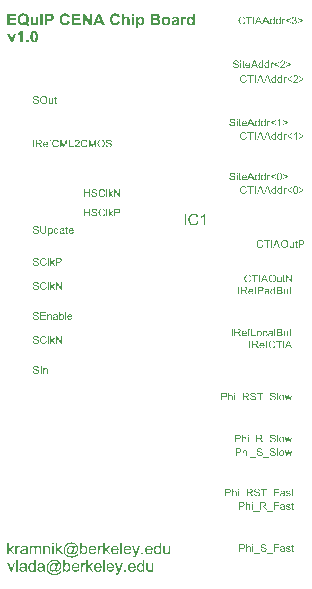
<source format=gto>
G04*
G04 #@! TF.GenerationSoftware,Altium Limited,Altium Designer,21.6.4 (81)*
G04*
G04 Layer_Color=65535*
%FSLAX25Y25*%
%MOIN*%
G70*
G04*
G04 #@! TF.SameCoordinates,90030F59-7507-437C-A338-71E6985DC830*
G04*
G04*
G04 #@! TF.FilePolarity,Positive*
G04*
G01*
G75*
G36*
X166526Y227144D02*
X166553D01*
X166586Y227141D01*
X166623Y227137D01*
X166700Y227124D01*
X166783Y227107D01*
X166869Y227084D01*
X166953Y227054D01*
X166956D01*
X166963Y227051D01*
X166973Y227044D01*
X166989Y227038D01*
X167029Y227014D01*
X167076Y226984D01*
X167132Y226948D01*
X167186Y226901D01*
X167242Y226844D01*
X167289Y226781D01*
Y226778D01*
X167296Y226774D01*
X167299Y226764D01*
X167309Y226751D01*
X167316Y226734D01*
X167326Y226714D01*
X167349Y226664D01*
X167372Y226605D01*
X167392Y226538D01*
X167409Y226461D01*
X167416Y226381D01*
X167089Y226358D01*
Y226361D01*
Y226368D01*
X167086Y226381D01*
X167083Y226398D01*
X167079Y226418D01*
X167073Y226441D01*
X167056Y226495D01*
X167033Y226551D01*
X167003Y226611D01*
X166963Y226671D01*
X166909Y226721D01*
X166903Y226728D01*
X166893Y226731D01*
X166883Y226741D01*
X166866Y226751D01*
X166846Y226761D01*
X166823Y226771D01*
X166799Y226784D01*
X166770Y226794D01*
X166736Y226804D01*
X166700Y226814D01*
X166660Y226824D01*
X166616Y226834D01*
X166570Y226838D01*
X166520Y226844D01*
X166417D01*
X166390Y226841D01*
X166363Y226838D01*
X166297Y226831D01*
X166223Y226818D01*
X166150Y226798D01*
X166080Y226768D01*
X166047Y226751D01*
X166020Y226731D01*
X166014Y226724D01*
X165997Y226711D01*
X165977Y226688D01*
X165950Y226655D01*
X165924Y226615D01*
X165904Y226568D01*
X165887Y226515D01*
X165880Y226458D01*
Y226451D01*
Y226435D01*
X165887Y226411D01*
X165894Y226378D01*
X165904Y226342D01*
X165920Y226305D01*
X165944Y226268D01*
X165977Y226232D01*
X165984Y226228D01*
X165990Y226222D01*
X166000Y226218D01*
X166014Y226208D01*
X166030Y226198D01*
X166054Y226188D01*
X166077Y226178D01*
X166110Y226165D01*
X166147Y226148D01*
X166187Y226135D01*
X166233Y226118D01*
X166287Y226102D01*
X166347Y226085D01*
X166413Y226068D01*
X166487Y226052D01*
X166490D01*
X166503Y226048D01*
X166526Y226042D01*
X166553Y226035D01*
X166586Y226028D01*
X166626Y226019D01*
X166666Y226009D01*
X166713Y225995D01*
X166806Y225972D01*
X166899Y225945D01*
X166943Y225929D01*
X166986Y225915D01*
X167023Y225902D01*
X167053Y225889D01*
X167056D01*
X167063Y225885D01*
X167073Y225879D01*
X167089Y225869D01*
X167129Y225849D01*
X167179Y225819D01*
X167232Y225779D01*
X167286Y225735D01*
X167339Y225682D01*
X167382Y225625D01*
Y225622D01*
X167386Y225619D01*
X167392Y225609D01*
X167399Y225599D01*
X167416Y225566D01*
X167439Y225522D01*
X167459Y225469D01*
X167475Y225406D01*
X167489Y225339D01*
X167492Y225263D01*
Y225259D01*
Y225253D01*
Y225243D01*
X167489Y225229D01*
Y225209D01*
X167485Y225189D01*
X167479Y225139D01*
X167462Y225079D01*
X167442Y225016D01*
X167412Y224946D01*
X167372Y224880D01*
Y224876D01*
X167366Y224873D01*
X167359Y224863D01*
X167352Y224850D01*
X167322Y224816D01*
X167286Y224776D01*
X167239Y224733D01*
X167183Y224687D01*
X167113Y224640D01*
X167036Y224600D01*
X167033D01*
X167026Y224597D01*
X167013Y224590D01*
X166999Y224583D01*
X166976Y224577D01*
X166953Y224570D01*
X166926Y224560D01*
X166893Y224550D01*
X166823Y224533D01*
X166740Y224517D01*
X166646Y224503D01*
X166546Y224500D01*
X166513D01*
X166490Y224503D01*
X166460D01*
X166423Y224507D01*
X166387Y224510D01*
X166343Y224513D01*
X166253Y224523D01*
X166154Y224543D01*
X166057Y224567D01*
X165964Y224600D01*
X165960D01*
X165954Y224603D01*
X165940Y224610D01*
X165924Y224620D01*
X165907Y224630D01*
X165884Y224643D01*
X165831Y224676D01*
X165771Y224720D01*
X165711Y224773D01*
X165651Y224836D01*
X165597Y224906D01*
Y224910D01*
X165591Y224916D01*
X165584Y224926D01*
X165577Y224943D01*
X165567Y224963D01*
X165554Y224983D01*
X165544Y225009D01*
X165531Y225040D01*
X165504Y225109D01*
X165481Y225186D01*
X165464Y225276D01*
X165457Y225369D01*
X165777Y225396D01*
Y225392D01*
Y225386D01*
X165780Y225376D01*
Y225362D01*
X165787Y225329D01*
X165797Y225283D01*
X165811Y225233D01*
X165831Y225179D01*
X165854Y225126D01*
X165880Y225076D01*
X165884Y225069D01*
X165897Y225056D01*
X165917Y225033D01*
X165944Y225006D01*
X165980Y224973D01*
X166024Y224940D01*
X166077Y224906D01*
X166137Y224876D01*
X166140D01*
X166144Y224873D01*
X166154Y224870D01*
X166167Y224866D01*
X166183Y224860D01*
X166203Y224853D01*
X166253Y224840D01*
X166310Y224826D01*
X166377Y224813D01*
X166450Y224806D01*
X166530Y224803D01*
X166563D01*
X166600Y224806D01*
X166646Y224810D01*
X166696Y224816D01*
X166756Y224826D01*
X166813Y224840D01*
X166869Y224860D01*
X166873D01*
X166876Y224863D01*
X166893Y224870D01*
X166919Y224883D01*
X166953Y224900D01*
X166989Y224923D01*
X167026Y224950D01*
X167063Y224979D01*
X167093Y225016D01*
X167096Y225020D01*
X167103Y225033D01*
X167116Y225056D01*
X167129Y225083D01*
X167142Y225116D01*
X167156Y225153D01*
X167163Y225193D01*
X167166Y225236D01*
Y225243D01*
Y225256D01*
X167163Y225279D01*
X167156Y225306D01*
X167149Y225339D01*
X167136Y225376D01*
X167116Y225412D01*
X167093Y225446D01*
X167089Y225449D01*
X167079Y225462D01*
X167063Y225479D01*
X167039Y225499D01*
X167006Y225522D01*
X166966Y225546D01*
X166919Y225572D01*
X166863Y225596D01*
X166856Y225599D01*
X166843Y225602D01*
X166830Y225609D01*
X166813Y225612D01*
X166793Y225619D01*
X166766Y225625D01*
X166740Y225636D01*
X166706Y225642D01*
X166670Y225652D01*
X166626Y225665D01*
X166580Y225676D01*
X166526Y225689D01*
X166470Y225702D01*
X166407Y225719D01*
X166403D01*
X166390Y225722D01*
X166373Y225729D01*
X166350Y225732D01*
X166320Y225742D01*
X166290Y225749D01*
X166213Y225772D01*
X166133Y225795D01*
X166050Y225825D01*
X165977Y225852D01*
X165944Y225869D01*
X165914Y225882D01*
X165910D01*
X165907Y225885D01*
X165897Y225892D01*
X165884Y225899D01*
X165850Y225919D01*
X165811Y225949D01*
X165767Y225982D01*
X165721Y226022D01*
X165677Y226068D01*
X165641Y226118D01*
Y226122D01*
X165637Y226125D01*
X165627Y226145D01*
X165614Y226172D01*
X165597Y226212D01*
X165581Y226258D01*
X165567Y226315D01*
X165557Y226375D01*
X165554Y226438D01*
Y226441D01*
Y226448D01*
Y226458D01*
X165557Y226471D01*
X165561Y226508D01*
X165567Y226558D01*
X165581Y226615D01*
X165601Y226675D01*
X165627Y226738D01*
X165664Y226801D01*
Y226804D01*
X165671Y226808D01*
X165684Y226828D01*
X165711Y226861D01*
X165744Y226898D01*
X165790Y226938D01*
X165844Y226981D01*
X165910Y227021D01*
X165984Y227057D01*
X165987D01*
X165994Y227061D01*
X166004Y227067D01*
X166020Y227071D01*
X166040Y227077D01*
X166064Y227087D01*
X166090Y227094D01*
X166120Y227104D01*
X166190Y227117D01*
X166270Y227134D01*
X166360Y227144D01*
X166453Y227147D01*
X166500D01*
X166526Y227144D01*
D02*
G37*
G36*
X169127D02*
X169160Y227141D01*
X169201Y227137D01*
X169244Y227131D01*
X169290Y227124D01*
X169390Y227101D01*
X169444Y227084D01*
X169500Y227064D01*
X169553Y227041D01*
X169607Y227017D01*
X169660Y226984D01*
X169710Y226951D01*
X169713Y226948D01*
X169720Y226941D01*
X169737Y226931D01*
X169753Y226914D01*
X169773Y226894D01*
X169800Y226871D01*
X169826Y226841D01*
X169857Y226808D01*
X169886Y226771D01*
X169916Y226731D01*
X169946Y226684D01*
X169976Y226638D01*
X170006Y226585D01*
X170033Y226528D01*
X170060Y226465D01*
X170080Y226401D01*
X169747Y226322D01*
Y226325D01*
X169743Y226335D01*
X169737Y226348D01*
X169730Y226368D01*
X169720Y226391D01*
X169710Y226418D01*
X169680Y226478D01*
X169643Y226545D01*
X169600Y226611D01*
X169547Y226675D01*
X169517Y226701D01*
X169487Y226728D01*
X169483D01*
X169480Y226734D01*
X169470Y226741D01*
X169457Y226748D01*
X169440Y226758D01*
X169420Y226768D01*
X169370Y226794D01*
X169307Y226818D01*
X169234Y226838D01*
X169150Y226851D01*
X169057Y226858D01*
X169027D01*
X169007Y226854D01*
X168984D01*
X168954Y226851D01*
X168921Y226844D01*
X168884Y226841D01*
X168807Y226824D01*
X168724Y226798D01*
X168641Y226761D01*
X168601Y226741D01*
X168561Y226714D01*
X168558D01*
X168551Y226708D01*
X168541Y226701D01*
X168528Y226688D01*
X168494Y226658D01*
X168455Y226615D01*
X168408Y226561D01*
X168361Y226495D01*
X168318Y226421D01*
X168285Y226335D01*
Y226331D01*
X168281Y226325D01*
X168278Y226311D01*
X168271Y226295D01*
X168265Y226272D01*
X168258Y226245D01*
X168251Y226215D01*
X168245Y226185D01*
X168231Y226108D01*
X168218Y226025D01*
X168208Y225935D01*
X168205Y225842D01*
Y225839D01*
Y225829D01*
Y225812D01*
Y225789D01*
X168208Y225759D01*
X168211Y225725D01*
Y225689D01*
X168218Y225649D01*
X168228Y225559D01*
X168245Y225466D01*
X168268Y225366D01*
X168298Y225273D01*
Y225269D01*
X168301Y225263D01*
X168308Y225249D01*
X168318Y225233D01*
X168328Y225213D01*
X168338Y225189D01*
X168371Y225136D01*
X168415Y225076D01*
X168465Y225016D01*
X168525Y224959D01*
X168594Y224910D01*
X168598D01*
X168604Y224903D01*
X168614Y224900D01*
X168631Y224890D01*
X168648Y224883D01*
X168671Y224873D01*
X168724Y224850D01*
X168791Y224826D01*
X168864Y224810D01*
X168944Y224796D01*
X169031Y224790D01*
X169057D01*
X169077Y224793D01*
X169104Y224796D01*
X169131Y224800D01*
X169164Y224803D01*
X169197Y224810D01*
X169274Y224830D01*
X169354Y224860D01*
X169397Y224876D01*
X169437Y224900D01*
X169477Y224923D01*
X169513Y224953D01*
X169517Y224956D01*
X169524Y224959D01*
X169534Y224970D01*
X169547Y224983D01*
X169560Y224999D01*
X169580Y225023D01*
X169600Y225046D01*
X169620Y225076D01*
X169643Y225106D01*
X169667Y225143D01*
X169687Y225183D01*
X169710Y225226D01*
X169730Y225276D01*
X169750Y225326D01*
X169767Y225379D01*
X169783Y225439D01*
X170123Y225353D01*
Y225349D01*
X170116Y225336D01*
X170109Y225312D01*
X170103Y225283D01*
X170090Y225249D01*
X170073Y225209D01*
X170056Y225166D01*
X170033Y225116D01*
X170010Y225066D01*
X169980Y225013D01*
X169950Y224963D01*
X169913Y224910D01*
X169876Y224856D01*
X169833Y224806D01*
X169787Y224760D01*
X169737Y224716D01*
X169733Y224713D01*
X169723Y224707D01*
X169710Y224696D01*
X169687Y224683D01*
X169660Y224667D01*
X169627Y224646D01*
X169590Y224630D01*
X169550Y224610D01*
X169500Y224587D01*
X169450Y224570D01*
X169394Y224550D01*
X169334Y224533D01*
X169270Y224520D01*
X169204Y224510D01*
X169134Y224503D01*
X169061Y224500D01*
X169021D01*
X168991Y224503D01*
X168957Y224507D01*
X168914Y224510D01*
X168871Y224513D01*
X168821Y224520D01*
X168714Y224540D01*
X168601Y224570D01*
X168544Y224590D01*
X168488Y224613D01*
X168435Y224637D01*
X168385Y224667D01*
X168381Y224670D01*
X168375Y224673D01*
X168361Y224683D01*
X168341Y224700D01*
X168321Y224716D01*
X168295Y224736D01*
X168268Y224763D01*
X168238Y224793D01*
X168205Y224823D01*
X168175Y224860D01*
X168141Y224900D01*
X168108Y224946D01*
X168075Y224993D01*
X168045Y225043D01*
X168015Y225099D01*
X167988Y225156D01*
Y225159D01*
X167982Y225169D01*
X167975Y225189D01*
X167968Y225213D01*
X167958Y225243D01*
X167945Y225276D01*
X167935Y225316D01*
X167922Y225362D01*
X167908Y225412D01*
X167898Y225466D01*
X167885Y225522D01*
X167875Y225579D01*
X167862Y225709D01*
X167855Y225842D01*
Y225845D01*
Y225859D01*
Y225882D01*
X167859Y225909D01*
Y225945D01*
X167862Y225985D01*
X167868Y226028D01*
X167875Y226078D01*
X167882Y226132D01*
X167892Y226188D01*
X167918Y226305D01*
X167955Y226421D01*
X167978Y226481D01*
X168005Y226538D01*
X168008Y226541D01*
X168012Y226551D01*
X168022Y226568D01*
X168035Y226588D01*
X168048Y226611D01*
X168068Y226641D01*
X168092Y226671D01*
X168118Y226708D01*
X168178Y226781D01*
X168255Y226854D01*
X168341Y226928D01*
X168391Y226961D01*
X168441Y226991D01*
X168445Y226994D01*
X168455Y226997D01*
X168471Y227004D01*
X168491Y227014D01*
X168518Y227028D01*
X168548Y227041D01*
X168584Y227054D01*
X168624Y227071D01*
X168671Y227084D01*
X168718Y227097D01*
X168824Y227124D01*
X168941Y227141D01*
X169001Y227147D01*
X169101D01*
X169127Y227144D01*
D02*
G37*
G36*
X165005Y224543D02*
X164665D01*
Y225749D01*
X163340D01*
Y224543D01*
X163000D01*
Y227104D01*
X163340D01*
Y226052D01*
X164665D01*
Y227104D01*
X165005D01*
Y224543D01*
D02*
G37*
G36*
X174232Y227101D02*
X174292Y227097D01*
X174359Y227094D01*
X174422Y227087D01*
X174475Y227077D01*
X174485D01*
X174492Y227074D01*
X174505Y227071D01*
X174542Y227064D01*
X174585Y227051D01*
X174635Y227034D01*
X174685Y227014D01*
X174738Y226988D01*
X174788Y226958D01*
X174795Y226954D01*
X174808Y226941D01*
X174835Y226921D01*
X174862Y226894D01*
X174895Y226861D01*
X174931Y226818D01*
X174965Y226768D01*
X174995Y226711D01*
Y226708D01*
X174998Y226705D01*
X175001Y226694D01*
X175008Y226684D01*
X175021Y226651D01*
X175035Y226608D01*
X175048Y226555D01*
X175061Y226495D01*
X175071Y226431D01*
X175075Y226361D01*
Y226358D01*
Y226348D01*
Y226331D01*
X175071Y226308D01*
X175068Y226278D01*
X175065Y226245D01*
X175058Y226208D01*
X175048Y226172D01*
X175025Y226082D01*
X175008Y226039D01*
X174985Y225992D01*
X174961Y225945D01*
X174935Y225899D01*
X174901Y225852D01*
X174865Y225809D01*
X174862Y225805D01*
X174855Y225799D01*
X174841Y225789D01*
X174825Y225772D01*
X174802Y225755D01*
X174772Y225739D01*
X174735Y225715D01*
X174695Y225695D01*
X174645Y225676D01*
X174592Y225656D01*
X174529Y225636D01*
X174462Y225619D01*
X174385Y225602D01*
X174302Y225592D01*
X174212Y225586D01*
X174116Y225582D01*
X173463D01*
Y224543D01*
X173123D01*
Y227104D01*
X174176D01*
X174232Y227101D01*
D02*
G37*
G36*
X171608Y225642D02*
X172351Y226398D01*
X172760D01*
X172051Y225709D01*
X172834Y224543D01*
X172444D01*
X171828Y225492D01*
X171608Y225276D01*
Y224543D01*
X171295D01*
Y227104D01*
X171608D01*
Y225642D01*
D02*
G37*
G36*
X170806Y224543D02*
X170492D01*
Y227104D01*
X170806D01*
Y224543D01*
D02*
G37*
G36*
X215439Y276144D02*
X215125D01*
Y276504D01*
X215439D01*
Y276144D01*
D02*
G37*
G36*
X213737Y276544D02*
X213763D01*
X213797Y276541D01*
X213833Y276537D01*
X213910Y276524D01*
X213993Y276507D01*
X214080Y276484D01*
X214163Y276454D01*
X214166D01*
X214173Y276451D01*
X214183Y276444D01*
X214200Y276437D01*
X214240Y276414D01*
X214286Y276384D01*
X214343Y276348D01*
X214396Y276301D01*
X214453Y276244D01*
X214499Y276181D01*
Y276178D01*
X214506Y276174D01*
X214509Y276164D01*
X214519Y276151D01*
X214526Y276134D01*
X214536Y276114D01*
X214559Y276064D01*
X214583Y276005D01*
X214603Y275938D01*
X214619Y275861D01*
X214626Y275781D01*
X214300Y275758D01*
Y275762D01*
Y275768D01*
X214296Y275781D01*
X214293Y275798D01*
X214290Y275818D01*
X214283Y275841D01*
X214266Y275895D01*
X214243Y275951D01*
X214213Y276011D01*
X214173Y276071D01*
X214120Y276121D01*
X214113Y276128D01*
X214103Y276131D01*
X214093Y276141D01*
X214076Y276151D01*
X214057Y276161D01*
X214033Y276171D01*
X214010Y276184D01*
X213980Y276194D01*
X213947Y276204D01*
X213910Y276214D01*
X213870Y276224D01*
X213827Y276234D01*
X213780Y276238D01*
X213730Y276244D01*
X213627D01*
X213600Y276241D01*
X213574Y276238D01*
X213507Y276231D01*
X213434Y276218D01*
X213361Y276198D01*
X213291Y276168D01*
X213257Y276151D01*
X213231Y276131D01*
X213224Y276124D01*
X213207Y276111D01*
X213187Y276088D01*
X213161Y276055D01*
X213134Y276015D01*
X213114Y275968D01*
X213098Y275915D01*
X213091Y275858D01*
Y275851D01*
Y275835D01*
X213098Y275811D01*
X213104Y275778D01*
X213114Y275742D01*
X213131Y275705D01*
X213154Y275668D01*
X213187Y275632D01*
X213194Y275628D01*
X213201Y275622D01*
X213211Y275618D01*
X213224Y275608D01*
X213241Y275598D01*
X213264Y275588D01*
X213287Y275578D01*
X213321Y275565D01*
X213357Y275548D01*
X213397Y275535D01*
X213444Y275518D01*
X213497Y275502D01*
X213557Y275485D01*
X213624Y275468D01*
X213697Y275452D01*
X213700D01*
X213714Y275448D01*
X213737Y275442D01*
X213763Y275435D01*
X213797Y275429D01*
X213837Y275418D01*
X213877Y275409D01*
X213923Y275395D01*
X214017Y275372D01*
X214110Y275345D01*
X214153Y275329D01*
X214196Y275315D01*
X214233Y275302D01*
X214263Y275289D01*
X214266D01*
X214273Y275285D01*
X214283Y275279D01*
X214300Y275269D01*
X214340Y275249D01*
X214390Y275219D01*
X214443Y275179D01*
X214496Y275135D01*
X214549Y275082D01*
X214593Y275026D01*
Y275022D01*
X214596Y275019D01*
X214603Y275009D01*
X214609Y274999D01*
X214626Y274966D01*
X214649Y274922D01*
X214669Y274869D01*
X214686Y274806D01*
X214699Y274739D01*
X214703Y274663D01*
Y274659D01*
Y274653D01*
Y274643D01*
X214699Y274629D01*
Y274609D01*
X214696Y274589D01*
X214689Y274539D01*
X214673Y274479D01*
X214653Y274416D01*
X214623Y274346D01*
X214583Y274280D01*
Y274276D01*
X214576Y274273D01*
X214569Y274263D01*
X214563Y274250D01*
X214533Y274216D01*
X214496Y274176D01*
X214450Y274133D01*
X214393Y274086D01*
X214323Y274040D01*
X214246Y274000D01*
X214243D01*
X214236Y273997D01*
X214223Y273990D01*
X214210Y273983D01*
X214186Y273977D01*
X214163Y273970D01*
X214137Y273960D01*
X214103Y273950D01*
X214033Y273933D01*
X213950Y273917D01*
X213857Y273903D01*
X213757Y273900D01*
X213723D01*
X213700Y273903D01*
X213670D01*
X213634Y273907D01*
X213597Y273910D01*
X213554Y273913D01*
X213464Y273923D01*
X213364Y273943D01*
X213267Y273967D01*
X213174Y274000D01*
X213171D01*
X213164Y274003D01*
X213151Y274010D01*
X213134Y274020D01*
X213118Y274030D01*
X213094Y274043D01*
X213041Y274077D01*
X212981Y274120D01*
X212921Y274173D01*
X212861Y274236D01*
X212808Y274306D01*
Y274310D01*
X212801Y274316D01*
X212794Y274326D01*
X212788Y274343D01*
X212778Y274363D01*
X212765Y274383D01*
X212755Y274410D01*
X212741Y274440D01*
X212715Y274509D01*
X212691Y274586D01*
X212675Y274676D01*
X212668Y274769D01*
X212988Y274796D01*
Y274792D01*
Y274786D01*
X212991Y274776D01*
Y274763D01*
X212998Y274729D01*
X213008Y274682D01*
X213021Y274633D01*
X213041Y274579D01*
X213064Y274526D01*
X213091Y274476D01*
X213094Y274469D01*
X213107Y274456D01*
X213127Y274433D01*
X213154Y274406D01*
X213191Y274373D01*
X213234Y274340D01*
X213287Y274306D01*
X213347Y274276D01*
X213351D01*
X213354Y274273D01*
X213364Y274270D01*
X213377Y274266D01*
X213394Y274260D01*
X213414Y274253D01*
X213464Y274240D01*
X213520Y274226D01*
X213587Y274213D01*
X213660Y274206D01*
X213740Y274203D01*
X213773D01*
X213810Y274206D01*
X213857Y274210D01*
X213907Y274216D01*
X213967Y274226D01*
X214023Y274240D01*
X214080Y274260D01*
X214083D01*
X214087Y274263D01*
X214103Y274270D01*
X214130Y274283D01*
X214163Y274300D01*
X214200Y274323D01*
X214236Y274349D01*
X214273Y274379D01*
X214303Y274416D01*
X214306Y274419D01*
X214313Y274433D01*
X214326Y274456D01*
X214340Y274483D01*
X214353Y274516D01*
X214366Y274553D01*
X214373Y274593D01*
X214376Y274636D01*
Y274643D01*
Y274656D01*
X214373Y274679D01*
X214366Y274706D01*
X214360Y274739D01*
X214346Y274776D01*
X214326Y274812D01*
X214303Y274846D01*
X214300Y274849D01*
X214290Y274862D01*
X214273Y274879D01*
X214250Y274899D01*
X214216Y274922D01*
X214176Y274946D01*
X214130Y274972D01*
X214073Y274996D01*
X214067Y274999D01*
X214053Y275002D01*
X214040Y275009D01*
X214023Y275012D01*
X214003Y275019D01*
X213977Y275026D01*
X213950Y275036D01*
X213917Y275042D01*
X213880Y275052D01*
X213837Y275065D01*
X213790Y275076D01*
X213737Y275089D01*
X213680Y275102D01*
X213617Y275119D01*
X213614D01*
X213600Y275122D01*
X213584Y275129D01*
X213560Y275132D01*
X213530Y275142D01*
X213500Y275149D01*
X213424Y275172D01*
X213344Y275195D01*
X213261Y275225D01*
X213187Y275252D01*
X213154Y275269D01*
X213124Y275282D01*
X213121D01*
X213118Y275285D01*
X213107Y275292D01*
X213094Y275299D01*
X213061Y275319D01*
X213021Y275348D01*
X212978Y275382D01*
X212931Y275422D01*
X212888Y275468D01*
X212851Y275518D01*
Y275522D01*
X212848Y275525D01*
X212838Y275545D01*
X212824Y275572D01*
X212808Y275612D01*
X212791Y275658D01*
X212778Y275715D01*
X212768Y275775D01*
X212765Y275838D01*
Y275841D01*
Y275848D01*
Y275858D01*
X212768Y275871D01*
X212771Y275908D01*
X212778Y275958D01*
X212791Y276015D01*
X212811Y276075D01*
X212838Y276138D01*
X212874Y276201D01*
Y276204D01*
X212881Y276208D01*
X212894Y276228D01*
X212921Y276261D01*
X212954Y276298D01*
X213001Y276338D01*
X213054Y276381D01*
X213121Y276421D01*
X213194Y276457D01*
X213197D01*
X213204Y276461D01*
X213214Y276467D01*
X213231Y276471D01*
X213251Y276477D01*
X213274Y276487D01*
X213301Y276494D01*
X213331Y276504D01*
X213401Y276517D01*
X213480Y276534D01*
X213570Y276544D01*
X213664Y276547D01*
X213710D01*
X213737Y276544D01*
D02*
G37*
G36*
X224766Y273943D02*
X224473D01*
Y274180D01*
X224469Y274176D01*
X224466Y274166D01*
X224453Y274153D01*
X224440Y274136D01*
X224423Y274116D01*
X224399Y274093D01*
X224373Y274066D01*
X224343Y274043D01*
X224306Y274017D01*
X224270Y273990D01*
X224226Y273967D01*
X224180Y273947D01*
X224130Y273930D01*
X224073Y273917D01*
X224017Y273907D01*
X223953Y273903D01*
X223930D01*
X223917Y273907D01*
X223897D01*
X223873Y273910D01*
X223820Y273920D01*
X223757Y273933D01*
X223687Y273953D01*
X223614Y273983D01*
X223544Y274023D01*
X223540D01*
X223537Y274030D01*
X223527Y274037D01*
X223514Y274046D01*
X223481Y274073D01*
X223441Y274113D01*
X223394Y274160D01*
X223347Y274220D01*
X223301Y274286D01*
X223257Y274363D01*
Y274366D01*
X223254Y274373D01*
X223247Y274386D01*
X223241Y274403D01*
X223234Y274423D01*
X223227Y274446D01*
X223217Y274476D01*
X223207Y274509D01*
X223191Y274583D01*
X223174Y274669D01*
X223161Y274763D01*
X223157Y274866D01*
Y274869D01*
Y274879D01*
Y274892D01*
Y274912D01*
X223161Y274939D01*
Y274966D01*
X223164Y274999D01*
X223167Y275032D01*
X223181Y275112D01*
X223194Y275195D01*
X223217Y275282D01*
X223247Y275368D01*
Y275372D01*
X223251Y275378D01*
X223257Y275392D01*
X223264Y275405D01*
X223274Y275425D01*
X223287Y275445D01*
X223317Y275498D01*
X223357Y275552D01*
X223404Y275612D01*
X223461Y275665D01*
X223524Y275715D01*
X223527D01*
X223534Y275722D01*
X223544Y275725D01*
X223557Y275735D01*
X223574Y275745D01*
X223594Y275755D01*
X223647Y275778D01*
X223707Y275798D01*
X223777Y275818D01*
X223857Y275831D01*
X223940Y275838D01*
X223967D01*
X224000Y275835D01*
X224040Y275828D01*
X224086Y275821D01*
X224136Y275808D01*
X224186Y275788D01*
X224236Y275765D01*
X224243Y275762D01*
X224260Y275751D01*
X224283Y275738D01*
X224313Y275715D01*
X224346Y275688D01*
X224383Y275658D01*
X224419Y275622D01*
X224453Y275582D01*
Y276504D01*
X224766D01*
Y273943D01*
D02*
G37*
G36*
X222778D02*
X222485D01*
Y274180D01*
X222481Y274176D01*
X222478Y274166D01*
X222465Y274153D01*
X222451Y274136D01*
X222435Y274116D01*
X222411Y274093D01*
X222385Y274066D01*
X222355Y274043D01*
X222318Y274017D01*
X222282Y273990D01*
X222238Y273967D01*
X222192Y273947D01*
X222142Y273930D01*
X222085Y273917D01*
X222029Y273907D01*
X221965Y273903D01*
X221942D01*
X221929Y273907D01*
X221909D01*
X221885Y273910D01*
X221832Y273920D01*
X221769Y273933D01*
X221699Y273953D01*
X221626Y273983D01*
X221556Y274023D01*
X221552D01*
X221549Y274030D01*
X221539Y274037D01*
X221526Y274046D01*
X221492Y274073D01*
X221452Y274113D01*
X221406Y274160D01*
X221359Y274220D01*
X221313Y274286D01*
X221269Y274363D01*
Y274366D01*
X221266Y274373D01*
X221259Y274386D01*
X221253Y274403D01*
X221246Y274423D01*
X221239Y274446D01*
X221229Y274476D01*
X221219Y274509D01*
X221203Y274583D01*
X221186Y274669D01*
X221173Y274763D01*
X221169Y274866D01*
Y274869D01*
Y274879D01*
Y274892D01*
Y274912D01*
X221173Y274939D01*
Y274966D01*
X221176Y274999D01*
X221179Y275032D01*
X221193Y275112D01*
X221206Y275195D01*
X221229Y275282D01*
X221259Y275368D01*
Y275372D01*
X221263Y275378D01*
X221269Y275392D01*
X221276Y275405D01*
X221286Y275425D01*
X221299Y275445D01*
X221329Y275498D01*
X221369Y275552D01*
X221416Y275612D01*
X221473Y275665D01*
X221536Y275715D01*
X221539D01*
X221546Y275722D01*
X221556Y275725D01*
X221569Y275735D01*
X221586Y275745D01*
X221606Y275755D01*
X221659Y275778D01*
X221719Y275798D01*
X221789Y275818D01*
X221869Y275831D01*
X221952Y275838D01*
X221979D01*
X222012Y275835D01*
X222052Y275828D01*
X222098Y275821D01*
X222148Y275808D01*
X222198Y275788D01*
X222248Y275765D01*
X222255Y275762D01*
X222272Y275751D01*
X222295Y275738D01*
X222325Y275715D01*
X222358Y275688D01*
X222395Y275658D01*
X222431Y275622D01*
X222465Y275582D01*
Y276504D01*
X222778D01*
Y273943D01*
D02*
G37*
G36*
X226001Y275831D02*
X226041Y275825D01*
X226091Y275811D01*
X226148Y275795D01*
X226204Y275768D01*
X226268Y275735D01*
X226158Y275445D01*
X226151Y275448D01*
X226138Y275455D01*
X226115Y275465D01*
X226084Y275478D01*
X226051Y275492D01*
X226011Y275502D01*
X225968Y275508D01*
X225925Y275512D01*
X225908D01*
X225888Y275508D01*
X225861Y275505D01*
X225835Y275495D01*
X225801Y275485D01*
X225771Y275468D01*
X225738Y275448D01*
X225735Y275445D01*
X225725Y275438D01*
X225711Y275422D01*
X225695Y275402D01*
X225675Y275378D01*
X225655Y275348D01*
X225638Y275315D01*
X225622Y275275D01*
Y275272D01*
X225618Y275269D01*
Y275259D01*
X225615Y275245D01*
X225605Y275212D01*
X225598Y275169D01*
X225588Y275112D01*
X225578Y275052D01*
X225575Y274982D01*
X225572Y274909D01*
Y273943D01*
X225259D01*
Y275798D01*
X225542D01*
Y275515D01*
X225545Y275522D01*
X225552Y275532D01*
X225558Y275545D01*
X225582Y275578D01*
X225605Y275618D01*
X225635Y275665D01*
X225668Y275708D01*
X225705Y275745D01*
X225738Y275775D01*
X225742Y275778D01*
X225755Y275785D01*
X225775Y275795D01*
X225798Y275808D01*
X225828Y275818D01*
X225865Y275828D01*
X225901Y275835D01*
X225941Y275838D01*
X225968D01*
X226001Y275831D01*
D02*
G37*
G36*
X232182Y275355D02*
Y275062D01*
X230493Y274336D01*
Y274649D01*
X231829Y275205D01*
X230493Y275758D01*
Y276071D01*
X232182Y275355D01*
D02*
G37*
G36*
X228106Y275758D02*
X226767Y275205D01*
X228106Y274649D01*
Y274336D01*
X226417Y275062D01*
Y275355D01*
X228106Y276071D01*
Y275758D01*
D02*
G37*
G36*
X229358Y276511D02*
X229391Y276507D01*
X229428Y276504D01*
X229468Y276497D01*
X229511Y276487D01*
X229604Y276464D01*
X229651Y276447D01*
X229701Y276428D01*
X229751Y276404D01*
X229798Y276374D01*
X229841Y276344D01*
X229884Y276308D01*
X229887Y276304D01*
X229894Y276298D01*
X229904Y276288D01*
X229917Y276271D01*
X229934Y276251D01*
X229954Y276228D01*
X229971Y276201D01*
X229994Y276168D01*
X230014Y276134D01*
X230031Y276095D01*
X230067Y276008D01*
X230081Y275961D01*
X230090Y275911D01*
X230097Y275858D01*
X230100Y275801D01*
Y275795D01*
Y275775D01*
X230097Y275745D01*
X230094Y275705D01*
X230084Y275662D01*
X230074Y275608D01*
X230057Y275555D01*
X230037Y275498D01*
X230034Y275492D01*
X230024Y275472D01*
X230011Y275442D01*
X229987Y275405D01*
X229957Y275359D01*
X229921Y275305D01*
X229877Y275245D01*
X229827Y275185D01*
Y275182D01*
X229821Y275179D01*
X229811Y275169D01*
X229801Y275155D01*
X229784Y275139D01*
X229764Y275119D01*
X229741Y275096D01*
X229711Y275069D01*
X229681Y275039D01*
X229644Y275006D01*
X229604Y274966D01*
X229561Y274926D01*
X229511Y274882D01*
X229461Y274839D01*
X229401Y274789D01*
X229341Y274736D01*
X229338Y274732D01*
X229328Y274726D01*
X229315Y274712D01*
X229295Y274699D01*
X229275Y274679D01*
X229248Y274656D01*
X229191Y274606D01*
X229128Y274553D01*
X229068Y274499D01*
X229042Y274476D01*
X229018Y274453D01*
X228995Y274429D01*
X228978Y274413D01*
X228975Y274410D01*
X228965Y274399D01*
X228952Y274383D01*
X228932Y274359D01*
X228912Y274336D01*
X228888Y274306D01*
X228845Y274246D01*
X230104D01*
Y273943D01*
X228409D01*
Y273950D01*
Y273963D01*
Y273983D01*
X228412Y274013D01*
X228415Y274046D01*
X228422Y274083D01*
X228432Y274120D01*
X228446Y274160D01*
Y274163D01*
X228449Y274166D01*
X228452Y274176D01*
X228459Y274190D01*
X228472Y274223D01*
X228495Y274266D01*
X228525Y274320D01*
X228559Y274376D01*
X228602Y274436D01*
X228652Y274499D01*
X228655Y274503D01*
X228659Y274506D01*
X228669Y274516D01*
X228679Y274529D01*
X228712Y274566D01*
X228759Y274613D01*
X228815Y274669D01*
X228885Y274736D01*
X228968Y274809D01*
X229065Y274889D01*
X229068Y274892D01*
X229082Y274906D01*
X229105Y274922D01*
X229132Y274946D01*
X229165Y274976D01*
X229205Y275009D01*
X229248Y275045D01*
X229291Y275085D01*
X229384Y275172D01*
X229478Y275262D01*
X229521Y275309D01*
X229561Y275352D01*
X229598Y275392D01*
X229628Y275432D01*
X229631Y275435D01*
X229634Y275442D01*
X229641Y275452D01*
X229651Y275465D01*
X229661Y275485D01*
X229674Y275505D01*
X229704Y275555D01*
X229731Y275612D01*
X229754Y275675D01*
X229771Y275745D01*
X229778Y275778D01*
Y275811D01*
Y275815D01*
Y275821D01*
Y275828D01*
X229774Y275841D01*
X229771Y275878D01*
X229761Y275921D01*
X229744Y275971D01*
X229721Y276021D01*
X229688Y276075D01*
X229641Y276124D01*
X229634Y276131D01*
X229618Y276144D01*
X229588Y276164D01*
X229548Y276191D01*
X229498Y276214D01*
X229438Y276234D01*
X229368Y276248D01*
X229291Y276254D01*
X229268D01*
X229255Y276251D01*
X229235D01*
X229211Y276248D01*
X229161Y276238D01*
X229105Y276221D01*
X229042Y276198D01*
X228982Y276164D01*
X228928Y276118D01*
X228922Y276111D01*
X228908Y276095D01*
X228885Y276061D01*
X228862Y276021D01*
X228835Y275965D01*
X228812Y275901D01*
X228799Y275828D01*
X228792Y275742D01*
X228469Y275775D01*
Y275778D01*
X228472Y275791D01*
Y275808D01*
X228475Y275835D01*
X228482Y275865D01*
X228489Y275898D01*
X228499Y275938D01*
X228512Y275978D01*
X228542Y276068D01*
X228562Y276114D01*
X228585Y276158D01*
X228612Y276204D01*
X228642Y276248D01*
X228675Y276288D01*
X228715Y276324D01*
X228718Y276328D01*
X228725Y276331D01*
X228738Y276341D01*
X228755Y276354D01*
X228779Y276367D01*
X228805Y276384D01*
X228835Y276401D01*
X228872Y276421D01*
X228912Y276437D01*
X228955Y276454D01*
X229002Y276471D01*
X229055Y276484D01*
X229108Y276497D01*
X229168Y276507D01*
X229231Y276511D01*
X229298Y276514D01*
X229335D01*
X229358Y276511D01*
D02*
G37*
G36*
X221049Y273943D02*
X220667D01*
X220370Y274719D01*
X219298D01*
X219018Y273943D01*
X218662D01*
X219638Y276504D01*
X220007D01*
X221049Y273943D01*
D02*
G37*
G36*
X215439D02*
X215125D01*
Y275798D01*
X215439D01*
Y273943D01*
D02*
G37*
G36*
X216288Y275798D02*
X216604D01*
Y275555D01*
X216288D01*
Y274469D01*
Y274463D01*
Y274446D01*
Y274423D01*
X216291Y274396D01*
Y274366D01*
X216294Y274336D01*
X216298Y274313D01*
X216301Y274293D01*
X216304Y274286D01*
X216314Y274273D01*
X216331Y274253D01*
X216354Y274233D01*
X216358D01*
X216361Y274230D01*
X216371Y274226D01*
X216384Y274223D01*
X216418Y274216D01*
X216464Y274213D01*
X216501D01*
X216521Y274216D01*
X216547D01*
X216574Y274220D01*
X216604Y274223D01*
X216647Y273947D01*
X216641D01*
X216624Y273943D01*
X216601Y273940D01*
X216567Y273933D01*
X216531Y273930D01*
X216491Y273923D01*
X216407Y273920D01*
X216381D01*
X216348Y273923D01*
X216311Y273927D01*
X216268Y273933D01*
X216224Y273943D01*
X216181Y273957D01*
X216144Y273973D01*
X216141Y273977D01*
X216128Y273983D01*
X216114Y273993D01*
X216094Y274010D01*
X216071Y274030D01*
X216048Y274057D01*
X216028Y274083D01*
X216011Y274113D01*
Y274116D01*
X216005Y274133D01*
X216001Y274156D01*
X215995Y274193D01*
X215991Y274216D01*
X215988Y274243D01*
X215985Y274273D01*
X215981Y274310D01*
X215978Y274346D01*
Y274390D01*
X215975Y274436D01*
Y274486D01*
Y275555D01*
X215741D01*
Y275798D01*
X215975D01*
Y276254D01*
X216288Y276444D01*
Y275798D01*
D02*
G37*
G36*
X217733Y275835D02*
X217763Y275831D01*
X217799Y275825D01*
X217843Y275818D01*
X217886Y275808D01*
X217933Y275795D01*
X217983Y275775D01*
X218033Y275755D01*
X218082Y275731D01*
X218136Y275701D01*
X218186Y275668D01*
X218232Y275628D01*
X218279Y275585D01*
X218282Y275582D01*
X218289Y275572D01*
X218302Y275558D01*
X218316Y275538D01*
X218332Y275512D01*
X218352Y275482D01*
X218376Y275445D01*
X218399Y275402D01*
X218419Y275352D01*
X218442Y275299D01*
X218462Y275242D01*
X218479Y275179D01*
X218492Y275109D01*
X218505Y275036D01*
X218512Y274956D01*
X218515Y274872D01*
Y274866D01*
Y274852D01*
Y274826D01*
X218512Y274789D01*
X217130D01*
Y274786D01*
Y274776D01*
X217133Y274759D01*
X217137Y274739D01*
X217140Y274712D01*
X217144Y274682D01*
X217157Y274616D01*
X217180Y274539D01*
X217210Y274463D01*
X217250Y274390D01*
X217273Y274356D01*
X217300Y274323D01*
X217303Y274320D01*
X217307Y274316D01*
X217317Y274310D01*
X217327Y274300D01*
X217363Y274273D01*
X217407Y274243D01*
X217463Y274213D01*
X217530Y274190D01*
X217606Y274170D01*
X217646Y274166D01*
X217690Y274163D01*
X217720D01*
X217750Y274166D01*
X217793Y274173D01*
X217836Y274186D01*
X217886Y274200D01*
X217936Y274223D01*
X217983Y274253D01*
X217989Y274256D01*
X218003Y274270D01*
X218026Y274293D01*
X218053Y274323D01*
X218082Y274363D01*
X218116Y274416D01*
X218149Y274476D01*
X218176Y274546D01*
X218502Y274503D01*
Y274499D01*
X218499Y274489D01*
X218495Y274476D01*
X218485Y274456D01*
X218479Y274433D01*
X218465Y274403D01*
X218439Y274340D01*
X218399Y274270D01*
X218349Y274196D01*
X218289Y274123D01*
X218219Y274060D01*
X218216D01*
X218209Y274053D01*
X218199Y274046D01*
X218182Y274037D01*
X218162Y274023D01*
X218136Y274010D01*
X218109Y273997D01*
X218076Y273983D01*
X218039Y273967D01*
X217999Y273953D01*
X217956Y273940D01*
X217909Y273927D01*
X217806Y273910D01*
X217750Y273907D01*
X217690Y273903D01*
X217673D01*
X217650Y273907D01*
X217623D01*
X217590Y273910D01*
X217550Y273917D01*
X217503Y273923D01*
X217457Y273933D01*
X217407Y273947D01*
X217353Y273963D01*
X217300Y273983D01*
X217247Y274010D01*
X217193Y274037D01*
X217140Y274070D01*
X217090Y274110D01*
X217044Y274153D01*
X217040Y274156D01*
X217034Y274166D01*
X217020Y274180D01*
X217007Y274200D01*
X216990Y274226D01*
X216970Y274256D01*
X216947Y274293D01*
X216927Y274333D01*
X216904Y274383D01*
X216880Y274433D01*
X216860Y274493D01*
X216844Y274553D01*
X216830Y274623D01*
X216817Y274693D01*
X216810Y274769D01*
X216807Y274852D01*
Y274859D01*
Y274872D01*
X216810Y274899D01*
Y274929D01*
X216814Y274969D01*
X216820Y275015D01*
X216827Y275065D01*
X216837Y275119D01*
X216850Y275175D01*
X216867Y275235D01*
X216884Y275295D01*
X216907Y275355D01*
X216937Y275415D01*
X216967Y275475D01*
X217004Y275528D01*
X217047Y275578D01*
X217050Y275582D01*
X217057Y275588D01*
X217070Y275602D01*
X217090Y275618D01*
X217113Y275638D01*
X217144Y275662D01*
X217177Y275685D01*
X217213Y275708D01*
X217257Y275731D01*
X217303Y275755D01*
X217357Y275778D01*
X217410Y275798D01*
X217470Y275815D01*
X217533Y275828D01*
X217600Y275835D01*
X217670Y275838D01*
X217706D01*
X217733Y275835D01*
D02*
G37*
G36*
X217751Y205144D02*
X217785Y205141D01*
X217825Y205137D01*
X217868Y205131D01*
X217915Y205124D01*
X218015Y205101D01*
X218068Y205084D01*
X218124Y205064D01*
X218178Y205041D01*
X218231Y205017D01*
X218284Y204984D01*
X218334Y204951D01*
X218337Y204948D01*
X218344Y204941D01*
X218361Y204931D01*
X218377Y204914D01*
X218397Y204894D01*
X218424Y204871D01*
X218451Y204841D01*
X218481Y204808D01*
X218511Y204771D01*
X218541Y204731D01*
X218571Y204684D01*
X218601Y204638D01*
X218631Y204585D01*
X218657Y204528D01*
X218684Y204465D01*
X218704Y204401D01*
X218371Y204322D01*
Y204325D01*
X218368Y204335D01*
X218361Y204348D01*
X218354Y204368D01*
X218344Y204391D01*
X218334Y204418D01*
X218304Y204478D01*
X218268Y204545D01*
X218224Y204611D01*
X218171Y204675D01*
X218141Y204701D01*
X218111Y204728D01*
X218108D01*
X218104Y204734D01*
X218094Y204741D01*
X218081Y204748D01*
X218064Y204758D01*
X218044Y204768D01*
X217994Y204794D01*
X217931Y204818D01*
X217858Y204838D01*
X217775Y204851D01*
X217682Y204858D01*
X217652D01*
X217632Y204854D01*
X217608D01*
X217578Y204851D01*
X217545Y204844D01*
X217508Y204841D01*
X217432Y204824D01*
X217349Y204798D01*
X217265Y204761D01*
X217225Y204741D01*
X217185Y204714D01*
X217182D01*
X217175Y204708D01*
X217165Y204701D01*
X217152Y204688D01*
X217119Y204658D01*
X217079Y204615D01*
X217032Y204561D01*
X216986Y204495D01*
X216942Y204421D01*
X216909Y204335D01*
Y204331D01*
X216906Y204325D01*
X216902Y204311D01*
X216896Y204295D01*
X216889Y204272D01*
X216882Y204245D01*
X216876Y204215D01*
X216869Y204185D01*
X216856Y204108D01*
X216842Y204025D01*
X216832Y203935D01*
X216829Y203842D01*
Y203839D01*
Y203829D01*
Y203812D01*
Y203789D01*
X216832Y203759D01*
X216836Y203725D01*
Y203689D01*
X216842Y203649D01*
X216852Y203559D01*
X216869Y203466D01*
X216892Y203366D01*
X216922Y203273D01*
Y203269D01*
X216926Y203263D01*
X216932Y203249D01*
X216942Y203233D01*
X216952Y203213D01*
X216962Y203189D01*
X216996Y203136D01*
X217039Y203076D01*
X217089Y203016D01*
X217149Y202959D01*
X217219Y202910D01*
X217222D01*
X217229Y202903D01*
X217239Y202900D01*
X217255Y202890D01*
X217272Y202883D01*
X217295Y202873D01*
X217349Y202850D01*
X217415Y202826D01*
X217488Y202810D01*
X217568Y202796D01*
X217655Y202790D01*
X217682D01*
X217702Y202793D01*
X217728Y202796D01*
X217755Y202800D01*
X217788Y202803D01*
X217821Y202810D01*
X217898Y202830D01*
X217978Y202860D01*
X218021Y202876D01*
X218061Y202900D01*
X218101Y202923D01*
X218138Y202953D01*
X218141Y202956D01*
X218148Y202959D01*
X218158Y202970D01*
X218171Y202983D01*
X218184Y202999D01*
X218204Y203023D01*
X218224Y203046D01*
X218244Y203076D01*
X218268Y203106D01*
X218291Y203143D01*
X218311Y203183D01*
X218334Y203226D01*
X218354Y203276D01*
X218374Y203326D01*
X218391Y203379D01*
X218407Y203439D01*
X218747Y203352D01*
Y203349D01*
X218740Y203336D01*
X218734Y203312D01*
X218727Y203282D01*
X218714Y203249D01*
X218697Y203209D01*
X218681Y203166D01*
X218657Y203116D01*
X218634Y203066D01*
X218604Y203013D01*
X218574Y202963D01*
X218537Y202910D01*
X218501Y202856D01*
X218457Y202806D01*
X218411Y202760D01*
X218361Y202716D01*
X218357Y202713D01*
X218348Y202707D01*
X218334Y202696D01*
X218311Y202683D01*
X218284Y202666D01*
X218251Y202646D01*
X218214Y202630D01*
X218174Y202610D01*
X218124Y202587D01*
X218074Y202570D01*
X218018Y202550D01*
X217958Y202533D01*
X217895Y202520D01*
X217828Y202510D01*
X217758Y202503D01*
X217685Y202500D01*
X217645D01*
X217615Y202503D01*
X217582Y202507D01*
X217538Y202510D01*
X217495Y202513D01*
X217445Y202520D01*
X217338Y202540D01*
X217225Y202570D01*
X217169Y202590D01*
X217112Y202613D01*
X217059Y202637D01*
X217009Y202666D01*
X217005Y202670D01*
X216999Y202673D01*
X216986Y202683D01*
X216966Y202700D01*
X216946Y202716D01*
X216919Y202736D01*
X216892Y202763D01*
X216862Y202793D01*
X216829Y202823D01*
X216799Y202860D01*
X216766Y202900D01*
X216733Y202946D01*
X216699Y202993D01*
X216669Y203043D01*
X216639Y203099D01*
X216613Y203156D01*
Y203159D01*
X216606Y203169D01*
X216599Y203189D01*
X216593Y203213D01*
X216583Y203243D01*
X216569Y203276D01*
X216559Y203316D01*
X216546Y203362D01*
X216533Y203412D01*
X216523Y203466D01*
X216509Y203522D01*
X216499Y203579D01*
X216486Y203709D01*
X216479Y203842D01*
Y203845D01*
Y203859D01*
Y203882D01*
X216483Y203909D01*
Y203945D01*
X216486Y203985D01*
X216493Y204029D01*
X216499Y204078D01*
X216506Y204132D01*
X216516Y204188D01*
X216543Y204305D01*
X216579Y204421D01*
X216603Y204481D01*
X216629Y204538D01*
X216633Y204541D01*
X216636Y204551D01*
X216646Y204568D01*
X216659Y204588D01*
X216672Y204611D01*
X216692Y204641D01*
X216716Y204671D01*
X216742Y204708D01*
X216802Y204781D01*
X216879Y204854D01*
X216966Y204928D01*
X217016Y204961D01*
X217066Y204991D01*
X217069Y204994D01*
X217079Y204997D01*
X217095Y205004D01*
X217115Y205014D01*
X217142Y205028D01*
X217172Y205041D01*
X217209Y205054D01*
X217249Y205071D01*
X217295Y205084D01*
X217342Y205097D01*
X217448Y205124D01*
X217565Y205141D01*
X217625Y205147D01*
X217725D01*
X217751Y205144D01*
D02*
G37*
G36*
X232500Y202543D02*
X232150D01*
X230808Y204551D01*
Y202543D01*
X230482D01*
Y205104D01*
X230828D01*
X232174Y203093D01*
Y205104D01*
X232500D01*
Y202543D01*
D02*
G37*
G36*
X228960D02*
X228680D01*
Y202816D01*
X228677Y202813D01*
X228671Y202803D01*
X228657Y202786D01*
X228641Y202766D01*
X228617Y202743D01*
X228591Y202716D01*
X228561Y202690D01*
X228524Y202660D01*
X228484Y202630D01*
X228441Y202603D01*
X228391Y202577D01*
X228341Y202553D01*
X228284Y202533D01*
X228224Y202517D01*
X228158Y202507D01*
X228091Y202503D01*
X228064D01*
X228031Y202507D01*
X227991Y202510D01*
X227945Y202517D01*
X227895Y202530D01*
X227838Y202543D01*
X227785Y202563D01*
X227778Y202567D01*
X227761Y202573D01*
X227735Y202590D01*
X227705Y202607D01*
X227672Y202630D01*
X227635Y202657D01*
X227602Y202687D01*
X227572Y202720D01*
X227568Y202723D01*
X227562Y202736D01*
X227548Y202756D01*
X227535Y202786D01*
X227518Y202820D01*
X227502Y202860D01*
X227488Y202906D01*
X227475Y202956D01*
Y202959D01*
X227472Y202973D01*
X227468Y202996D01*
Y203029D01*
X227465Y203069D01*
X227462Y203119D01*
X227458Y203179D01*
Y203249D01*
Y204398D01*
X227771D01*
Y203369D01*
Y203366D01*
Y203359D01*
Y203346D01*
Y203329D01*
Y203309D01*
Y203286D01*
X227775Y203236D01*
Y203179D01*
X227778Y203126D01*
X227781Y203076D01*
X227785Y203053D01*
X227788Y203036D01*
Y203029D01*
X227795Y203016D01*
X227801Y202993D01*
X227815Y202966D01*
X227831Y202936D01*
X227855Y202903D01*
X227881Y202873D01*
X227915Y202843D01*
X227918Y202840D01*
X227931Y202833D01*
X227951Y202820D01*
X227981Y202810D01*
X228014Y202796D01*
X228054Y202783D01*
X228101Y202776D01*
X228151Y202773D01*
X228174D01*
X228204Y202776D01*
X228238Y202783D01*
X228278Y202790D01*
X228324Y202803D01*
X228371Y202820D01*
X228417Y202843D01*
X228424Y202846D01*
X228437Y202856D01*
X228461Y202873D01*
X228487Y202896D01*
X228517Y202923D01*
X228544Y202956D01*
X228571Y202996D01*
X228594Y203040D01*
X228597Y203046D01*
X228604Y203063D01*
X228611Y203093D01*
X228621Y203133D01*
X228630Y203183D01*
X228641Y203246D01*
X228644Y203319D01*
X228647Y203402D01*
Y204398D01*
X228960D01*
Y202543D01*
D02*
G37*
G36*
X224448D02*
X224065D01*
X223769Y203319D01*
X222696D01*
X222417Y202543D01*
X222060D01*
X223036Y205104D01*
X223406D01*
X224448Y202543D01*
D02*
G37*
G36*
X221744D02*
X221404D01*
Y205104D01*
X221744D01*
Y202543D01*
D02*
G37*
G36*
X220995Y204801D02*
X220152D01*
Y202543D01*
X219813D01*
Y204801D01*
X218970D01*
Y205104D01*
X220995D01*
Y204801D01*
D02*
G37*
G36*
X229819Y204398D02*
X230136D01*
Y204155D01*
X229819D01*
Y203069D01*
Y203063D01*
Y203046D01*
Y203023D01*
X229823Y202996D01*
Y202966D01*
X229826Y202936D01*
X229829Y202913D01*
X229833Y202893D01*
X229836Y202886D01*
X229846Y202873D01*
X229863Y202853D01*
X229886Y202833D01*
X229889D01*
X229893Y202830D01*
X229903Y202826D01*
X229916Y202823D01*
X229949Y202816D01*
X229996Y202813D01*
X230032D01*
X230052Y202816D01*
X230079D01*
X230106Y202820D01*
X230136Y202823D01*
X230179Y202547D01*
X230172D01*
X230156Y202543D01*
X230132Y202540D01*
X230099Y202533D01*
X230062Y202530D01*
X230023Y202523D01*
X229939Y202520D01*
X229913D01*
X229879Y202523D01*
X229843Y202527D01*
X229799Y202533D01*
X229756Y202543D01*
X229713Y202557D01*
X229676Y202573D01*
X229673Y202577D01*
X229660Y202583D01*
X229646Y202593D01*
X229626Y202610D01*
X229603Y202630D01*
X229580Y202657D01*
X229560Y202683D01*
X229543Y202713D01*
Y202716D01*
X229536Y202733D01*
X229533Y202756D01*
X229526Y202793D01*
X229523Y202816D01*
X229520Y202843D01*
X229516Y202873D01*
X229513Y202910D01*
X229510Y202946D01*
Y202990D01*
X229506Y203036D01*
Y203086D01*
Y204155D01*
X229273D01*
Y204398D01*
X229506D01*
Y204854D01*
X229819Y205044D01*
Y204398D01*
D02*
G37*
G36*
X225907Y205144D02*
X225937Y205141D01*
X225973Y205137D01*
X226013Y205134D01*
X226060Y205127D01*
X226156Y205107D01*
X226263Y205077D01*
X226320Y205057D01*
X226373Y205034D01*
X226429Y205008D01*
X226483Y204977D01*
X226486Y204974D01*
X226496Y204971D01*
X226509Y204961D01*
X226529Y204948D01*
X226553Y204928D01*
X226583Y204908D01*
X226613Y204884D01*
X226646Y204854D01*
X226679Y204824D01*
X226716Y204788D01*
X226752Y204748D01*
X226789Y204708D01*
X226822Y204661D01*
X226856Y204611D01*
X226919Y204505D01*
X226922Y204501D01*
X226926Y204491D01*
X226932Y204475D01*
X226942Y204451D01*
X226952Y204421D01*
X226965Y204388D01*
X226979Y204348D01*
X226995Y204305D01*
X227009Y204258D01*
X227022Y204205D01*
X227035Y204148D01*
X227045Y204088D01*
X227062Y203959D01*
X227069Y203889D01*
Y203819D01*
Y203815D01*
Y203802D01*
Y203782D01*
X227065Y203752D01*
Y203719D01*
X227062Y203679D01*
X227056Y203636D01*
X227049Y203586D01*
X227039Y203532D01*
X227029Y203476D01*
X227002Y203359D01*
X226962Y203239D01*
X226936Y203179D01*
X226909Y203119D01*
X226906Y203116D01*
X226902Y203106D01*
X226892Y203089D01*
X226879Y203069D01*
X226862Y203043D01*
X226846Y203013D01*
X226822Y202983D01*
X226796Y202946D01*
X226766Y202910D01*
X226732Y202873D01*
X226656Y202796D01*
X226566Y202720D01*
X226516Y202687D01*
X226463Y202657D01*
X226459D01*
X226449Y202650D01*
X226433Y202643D01*
X226413Y202633D01*
X226386Y202620D01*
X226356Y202607D01*
X226320Y202593D01*
X226280Y202580D01*
X226233Y202563D01*
X226186Y202550D01*
X226080Y202523D01*
X225967Y202507D01*
X225907Y202503D01*
X225843Y202500D01*
X225807D01*
X225783Y202503D01*
X225750Y202507D01*
X225713Y202510D01*
X225674Y202513D01*
X225627Y202523D01*
X225527Y202543D01*
X225417Y202573D01*
X225360Y202593D01*
X225307Y202617D01*
X225251Y202643D01*
X225197Y202673D01*
X225194Y202677D01*
X225184Y202680D01*
X225171Y202690D01*
X225151Y202707D01*
X225127Y202723D01*
X225101Y202743D01*
X225071Y202770D01*
X225038Y202796D01*
X225004Y202830D01*
X224968Y202866D01*
X224931Y202906D01*
X224898Y202946D01*
X224828Y203043D01*
X224768Y203149D01*
Y203153D01*
X224761Y203163D01*
X224754Y203179D01*
X224744Y203203D01*
X224734Y203229D01*
X224721Y203263D01*
X224708Y203303D01*
X224694Y203343D01*
X224681Y203389D01*
X224668Y203439D01*
X224644Y203546D01*
X224628Y203665D01*
X224624Y203725D01*
X224621Y203789D01*
Y203792D01*
Y203795D01*
Y203805D01*
Y203815D01*
X224624Y203849D01*
X224628Y203895D01*
X224631Y203949D01*
X224638Y204009D01*
X224651Y204078D01*
X224664Y204152D01*
X224681Y204232D01*
X224705Y204311D01*
X224731Y204395D01*
X224764Y204478D01*
X224804Y204558D01*
X224848Y204638D01*
X224901Y204714D01*
X224961Y204784D01*
X224964Y204788D01*
X224977Y204801D01*
X224997Y204818D01*
X225024Y204841D01*
X225058Y204868D01*
X225097Y204901D01*
X225147Y204931D01*
X225201Y204967D01*
X225261Y205001D01*
X225327Y205034D01*
X225400Y205064D01*
X225480Y205091D01*
X225564Y205114D01*
X225654Y205131D01*
X225747Y205144D01*
X225847Y205147D01*
X225880D01*
X225907Y205144D01*
D02*
G37*
G36*
X147064Y221344D02*
X147091D01*
X147124Y221341D01*
X147161Y221338D01*
X147237Y221324D01*
X147320Y221308D01*
X147407Y221285D01*
X147490Y221255D01*
X147494D01*
X147500Y221251D01*
X147510Y221245D01*
X147527Y221238D01*
X147567Y221215D01*
X147614Y221185D01*
X147670Y221148D01*
X147723Y221101D01*
X147780Y221045D01*
X147827Y220982D01*
Y220978D01*
X147833Y220975D01*
X147837Y220965D01*
X147847Y220952D01*
X147853Y220935D01*
X147863Y220915D01*
X147887Y220865D01*
X147910Y220805D01*
X147930Y220738D01*
X147947Y220662D01*
X147953Y220582D01*
X147627Y220559D01*
Y220562D01*
Y220569D01*
X147624Y220582D01*
X147620Y220599D01*
X147617Y220619D01*
X147610Y220642D01*
X147593Y220695D01*
X147570Y220752D01*
X147540Y220812D01*
X147500Y220872D01*
X147447Y220922D01*
X147440Y220928D01*
X147430Y220932D01*
X147420Y220941D01*
X147404Y220952D01*
X147384Y220961D01*
X147360Y220971D01*
X147337Y220985D01*
X147307Y220995D01*
X147274Y221005D01*
X147237Y221015D01*
X147197Y221025D01*
X147154Y221035D01*
X147107Y221038D01*
X147057Y221045D01*
X146954D01*
X146927Y221041D01*
X146901Y221038D01*
X146834Y221031D01*
X146761Y221018D01*
X146688Y220998D01*
X146618Y220968D01*
X146584Y220952D01*
X146558Y220932D01*
X146551Y220925D01*
X146535Y220912D01*
X146515Y220888D01*
X146488Y220855D01*
X146461Y220815D01*
X146441Y220768D01*
X146425Y220715D01*
X146418Y220658D01*
Y220652D01*
Y220635D01*
X146425Y220612D01*
X146431Y220579D01*
X146441Y220542D01*
X146458Y220505D01*
X146481Y220469D01*
X146515Y220432D01*
X146521Y220429D01*
X146528Y220422D01*
X146538Y220419D01*
X146551Y220409D01*
X146568Y220399D01*
X146591Y220389D01*
X146615Y220379D01*
X146648Y220366D01*
X146684Y220349D01*
X146724Y220336D01*
X146771Y220319D01*
X146824Y220302D01*
X146884Y220286D01*
X146951Y220269D01*
X147024Y220252D01*
X147027D01*
X147041Y220249D01*
X147064Y220242D01*
X147091Y220236D01*
X147124Y220229D01*
X147164Y220219D01*
X147204Y220209D01*
X147250Y220196D01*
X147344Y220172D01*
X147437Y220146D01*
X147480Y220129D01*
X147524Y220116D01*
X147560Y220102D01*
X147590Y220089D01*
X147593D01*
X147600Y220086D01*
X147610Y220079D01*
X147627Y220069D01*
X147667Y220049D01*
X147717Y220019D01*
X147770Y219979D01*
X147823Y219936D01*
X147877Y219883D01*
X147920Y219826D01*
Y219823D01*
X147923Y219819D01*
X147930Y219809D01*
X147936Y219799D01*
X147953Y219766D01*
X147976Y219723D01*
X147996Y219670D01*
X148013Y219606D01*
X148026Y219540D01*
X148030Y219463D01*
Y219460D01*
Y219453D01*
Y219443D01*
X148026Y219430D01*
Y219410D01*
X148023Y219390D01*
X148016Y219340D01*
X148000Y219280D01*
X147980Y219217D01*
X147950Y219147D01*
X147910Y219080D01*
Y219077D01*
X147903Y219073D01*
X147897Y219063D01*
X147890Y219050D01*
X147860Y219017D01*
X147823Y218977D01*
X147777Y218934D01*
X147720Y218887D01*
X147650Y218840D01*
X147573Y218800D01*
X147570D01*
X147564Y218797D01*
X147550Y218790D01*
X147537Y218784D01*
X147514Y218777D01*
X147490Y218770D01*
X147464Y218760D01*
X147430Y218750D01*
X147360Y218734D01*
X147277Y218717D01*
X147184Y218704D01*
X147084Y218701D01*
X147051D01*
X147027Y218704D01*
X146997D01*
X146961Y218707D01*
X146924Y218710D01*
X146881Y218714D01*
X146791Y218724D01*
X146691Y218744D01*
X146595Y218767D01*
X146501Y218800D01*
X146498D01*
X146491Y218804D01*
X146478Y218810D01*
X146461Y218820D01*
X146445Y218830D01*
X146421Y218844D01*
X146368Y218877D01*
X146308Y218920D01*
X146248Y218973D01*
X146188Y219037D01*
X146135Y219107D01*
Y219110D01*
X146128Y219117D01*
X146122Y219127D01*
X146115Y219143D01*
X146105Y219163D01*
X146092Y219183D01*
X146082Y219210D01*
X146068Y219240D01*
X146042Y219310D01*
X146018Y219386D01*
X146002Y219476D01*
X145995Y219570D01*
X146315Y219596D01*
Y219593D01*
Y219586D01*
X146318Y219576D01*
Y219563D01*
X146325Y219530D01*
X146335Y219483D01*
X146348Y219433D01*
X146368Y219380D01*
X146391Y219326D01*
X146418Y219276D01*
X146421Y219270D01*
X146435Y219257D01*
X146455Y219233D01*
X146481Y219207D01*
X146518Y219173D01*
X146561Y219140D01*
X146615Y219107D01*
X146674Y219077D01*
X146678D01*
X146681Y219073D01*
X146691Y219070D01*
X146704Y219067D01*
X146721Y219060D01*
X146741Y219053D01*
X146791Y219040D01*
X146848Y219027D01*
X146914Y219014D01*
X146987Y219007D01*
X147067Y219004D01*
X147101D01*
X147137Y219007D01*
X147184Y219010D01*
X147234Y219017D01*
X147294Y219027D01*
X147350Y219040D01*
X147407Y219060D01*
X147410D01*
X147414Y219063D01*
X147430Y219070D01*
X147457Y219083D01*
X147490Y219100D01*
X147527Y219123D01*
X147564Y219150D01*
X147600Y219180D01*
X147630Y219217D01*
X147633Y219220D01*
X147640Y219233D01*
X147653Y219257D01*
X147667Y219283D01*
X147680Y219317D01*
X147693Y219353D01*
X147700Y219393D01*
X147703Y219436D01*
Y219443D01*
Y219456D01*
X147700Y219480D01*
X147693Y219506D01*
X147687Y219540D01*
X147673Y219576D01*
X147653Y219613D01*
X147630Y219646D01*
X147627Y219650D01*
X147617Y219663D01*
X147600Y219679D01*
X147577Y219699D01*
X147544Y219723D01*
X147504Y219746D01*
X147457Y219773D01*
X147400Y219796D01*
X147394Y219799D01*
X147380Y219803D01*
X147367Y219809D01*
X147350Y219813D01*
X147330Y219819D01*
X147304Y219826D01*
X147277Y219836D01*
X147244Y219843D01*
X147207Y219853D01*
X147164Y219866D01*
X147117Y219876D01*
X147064Y219889D01*
X147007Y219903D01*
X146944Y219919D01*
X146941D01*
X146927Y219923D01*
X146911Y219929D01*
X146888Y219933D01*
X146858Y219942D01*
X146828Y219949D01*
X146751Y219972D01*
X146671Y219996D01*
X146588Y220026D01*
X146515Y220052D01*
X146481Y220069D01*
X146451Y220082D01*
X146448D01*
X146445Y220086D01*
X146435Y220092D01*
X146421Y220099D01*
X146388Y220119D01*
X146348Y220149D01*
X146305Y220182D01*
X146258Y220222D01*
X146215Y220269D01*
X146178Y220319D01*
Y220322D01*
X146175Y220325D01*
X146165Y220345D01*
X146152Y220372D01*
X146135Y220412D01*
X146118Y220459D01*
X146105Y220515D01*
X146095Y220575D01*
X146092Y220638D01*
Y220642D01*
Y220649D01*
Y220658D01*
X146095Y220672D01*
X146098Y220708D01*
X146105Y220758D01*
X146118Y220815D01*
X146138Y220875D01*
X146165Y220938D01*
X146202Y221002D01*
Y221005D01*
X146208Y221008D01*
X146221Y221028D01*
X146248Y221061D01*
X146282Y221098D01*
X146328Y221138D01*
X146381Y221181D01*
X146448Y221221D01*
X146521Y221258D01*
X146525D01*
X146531Y221261D01*
X146541Y221268D01*
X146558Y221271D01*
X146578Y221278D01*
X146601Y221288D01*
X146628Y221294D01*
X146658Y221304D01*
X146728Y221318D01*
X146808Y221335D01*
X146897Y221344D01*
X146991Y221348D01*
X147037D01*
X147064Y221344D01*
D02*
G37*
G36*
X154517Y218744D02*
X154224D01*
Y218980D01*
X154220Y218977D01*
X154217Y218967D01*
X154203Y218953D01*
X154190Y218937D01*
X154174Y218917D01*
X154150Y218894D01*
X154124Y218867D01*
X154094Y218844D01*
X154057Y218817D01*
X154020Y218790D01*
X153977Y218767D01*
X153930Y218747D01*
X153881Y218730D01*
X153824Y218717D01*
X153767Y218707D01*
X153704Y218704D01*
X153681D01*
X153667Y218707D01*
X153647D01*
X153624Y218710D01*
X153571Y218720D01*
X153508Y218734D01*
X153438Y218754D01*
X153364Y218784D01*
X153294Y218824D01*
X153291D01*
X153288Y218830D01*
X153278Y218837D01*
X153264Y218847D01*
X153231Y218874D01*
X153191Y218914D01*
X153145Y218960D01*
X153098Y219020D01*
X153051Y219087D01*
X153008Y219163D01*
Y219167D01*
X153005Y219173D01*
X152998Y219187D01*
X152991Y219203D01*
X152985Y219223D01*
X152978Y219247D01*
X152968Y219276D01*
X152958Y219310D01*
X152942Y219383D01*
X152925Y219470D01*
X152911Y219563D01*
X152908Y219666D01*
Y219670D01*
Y219679D01*
Y219693D01*
Y219713D01*
X152911Y219739D01*
Y219766D01*
X152915Y219799D01*
X152918Y219833D01*
X152931Y219913D01*
X152945Y219996D01*
X152968Y220082D01*
X152998Y220169D01*
Y220172D01*
X153001Y220179D01*
X153008Y220192D01*
X153015Y220206D01*
X153025Y220226D01*
X153038Y220246D01*
X153068Y220299D01*
X153108Y220352D01*
X153155Y220412D01*
X153211Y220465D01*
X153275Y220515D01*
X153278D01*
X153284Y220522D01*
X153294Y220525D01*
X153308Y220535D01*
X153324Y220545D01*
X153344Y220555D01*
X153398Y220579D01*
X153458Y220599D01*
X153527Y220619D01*
X153607Y220632D01*
X153691Y220638D01*
X153717D01*
X153751Y220635D01*
X153791Y220628D01*
X153837Y220622D01*
X153887Y220608D01*
X153937Y220589D01*
X153987Y220565D01*
X153994Y220562D01*
X154010Y220552D01*
X154034Y220539D01*
X154064Y220515D01*
X154097Y220489D01*
X154134Y220459D01*
X154170Y220422D01*
X154203Y220382D01*
Y221304D01*
X154517D01*
Y218744D01*
D02*
G37*
G36*
X151899Y220635D02*
X151919D01*
X151946Y220632D01*
X152002Y220622D01*
X152066Y220608D01*
X152139Y220585D01*
X152209Y220555D01*
X152279Y220515D01*
X152282D01*
X152285Y220509D01*
X152295Y220502D01*
X152309Y220492D01*
X152342Y220465D01*
X152382Y220425D01*
X152425Y220375D01*
X152472Y220319D01*
X152515Y220249D01*
X152555Y220169D01*
Y220166D01*
X152559Y220159D01*
X152565Y220146D01*
X152568Y220129D01*
X152578Y220109D01*
X152585Y220086D01*
X152592Y220056D01*
X152602Y220026D01*
X152619Y219953D01*
X152635Y219873D01*
X152645Y219779D01*
X152648Y219683D01*
Y219679D01*
Y219670D01*
Y219656D01*
Y219636D01*
X152645Y219609D01*
X152642Y219580D01*
X152638Y219550D01*
X152635Y219513D01*
X152622Y219433D01*
X152605Y219346D01*
X152578Y219257D01*
X152545Y219170D01*
Y219167D01*
X152542Y219160D01*
X152535Y219150D01*
X152525Y219133D01*
X152515Y219113D01*
X152502Y219093D01*
X152469Y219043D01*
X152425Y218987D01*
X152375Y218927D01*
X152315Y218874D01*
X152245Y218824D01*
X152242D01*
X152235Y218817D01*
X152225Y218814D01*
X152212Y218804D01*
X152196Y218797D01*
X152172Y218787D01*
X152122Y218764D01*
X152062Y218740D01*
X151992Y218724D01*
X151916Y218710D01*
X151836Y218704D01*
X151809D01*
X151779Y218707D01*
X151743Y218714D01*
X151699Y218720D01*
X151649Y218730D01*
X151603Y218747D01*
X151553Y218770D01*
X151546Y218774D01*
X151533Y218784D01*
X151510Y218797D01*
X151483Y218817D01*
X151450Y218840D01*
X151416Y218870D01*
X151383Y218900D01*
X151350Y218937D01*
Y218035D01*
X151037D01*
Y220599D01*
X151323D01*
Y220356D01*
X151326Y220362D01*
X151340Y220379D01*
X151363Y220402D01*
X151390Y220435D01*
X151423Y220469D01*
X151460Y220502D01*
X151503Y220535D01*
X151549Y220565D01*
X151556Y220569D01*
X151573Y220575D01*
X151600Y220589D01*
X151636Y220602D01*
X151683Y220615D01*
X151736Y220628D01*
X151796Y220635D01*
X151859Y220638D01*
X151883D01*
X151899Y220635D01*
D02*
G37*
G36*
X150511Y219823D02*
Y219819D01*
Y219806D01*
Y219786D01*
Y219759D01*
X150507Y219726D01*
Y219689D01*
X150504Y219646D01*
X150501Y219603D01*
X150487Y219503D01*
X150474Y219400D01*
X150451Y219300D01*
X150437Y219253D01*
X150421Y219210D01*
Y219207D01*
X150417Y219200D01*
X150411Y219187D01*
X150404Y219173D01*
X150394Y219153D01*
X150381Y219130D01*
X150347Y219080D01*
X150304Y219020D01*
X150251Y218960D01*
X150184Y218897D01*
X150144Y218867D01*
X150104Y218840D01*
X150101D01*
X150094Y218834D01*
X150081Y218827D01*
X150064Y218817D01*
X150041Y218807D01*
X150014Y218797D01*
X149981Y218784D01*
X149944Y218770D01*
X149905Y218757D01*
X149858Y218744D01*
X149811Y218734D01*
X149758Y218724D01*
X149701Y218714D01*
X149641Y218707D01*
X149575Y218704D01*
X149508Y218701D01*
X149475D01*
X149448Y218704D01*
X149418D01*
X149382Y218707D01*
X149342Y218710D01*
X149298Y218717D01*
X149205Y218730D01*
X149109Y218754D01*
X149009Y218784D01*
X148919Y218824D01*
X148916D01*
X148909Y218830D01*
X148896Y218837D01*
X148882Y218847D01*
X148842Y218874D01*
X148792Y218914D01*
X148739Y218964D01*
X148686Y219027D01*
X148636Y219097D01*
X148592Y219180D01*
Y219183D01*
X148589Y219190D01*
X148582Y219203D01*
X148579Y219223D01*
X148569Y219247D01*
X148563Y219276D01*
X148553Y219310D01*
X148546Y219350D01*
X148536Y219393D01*
X148526Y219440D01*
X148519Y219493D01*
X148513Y219550D01*
X148506Y219613D01*
X148499Y219679D01*
X148496Y219749D01*
Y219823D01*
Y221304D01*
X148836D01*
Y219826D01*
Y219823D01*
Y219813D01*
Y219793D01*
Y219773D01*
X148839Y219743D01*
Y219713D01*
X148842Y219676D01*
Y219639D01*
X148849Y219560D01*
X148862Y219476D01*
X148875Y219400D01*
X148886Y219366D01*
X148896Y219333D01*
Y219330D01*
X148899Y219326D01*
X148909Y219306D01*
X148922Y219280D01*
X148945Y219243D01*
X148975Y219207D01*
X149012Y219163D01*
X149055Y219127D01*
X149109Y219090D01*
X149112D01*
X149115Y219087D01*
X149135Y219077D01*
X149169Y219063D01*
X149212Y219050D01*
X149265Y219033D01*
X149328Y219020D01*
X149398Y219010D01*
X149478Y219007D01*
X149515D01*
X149538Y219010D01*
X149568Y219014D01*
X149605Y219017D01*
X149645Y219020D01*
X149685Y219027D01*
X149771Y219047D01*
X149861Y219077D01*
X149901Y219097D01*
X149941Y219120D01*
X149978Y219143D01*
X150011Y219173D01*
X150014Y219177D01*
X150018Y219183D01*
X150024Y219193D01*
X150038Y219207D01*
X150048Y219227D01*
X150061Y219253D01*
X150078Y219283D01*
X150091Y219320D01*
X150108Y219360D01*
X150121Y219406D01*
X150134Y219460D01*
X150148Y219520D01*
X150158Y219586D01*
X150164Y219659D01*
X150168Y219739D01*
X150171Y219826D01*
Y221304D01*
X150511D01*
Y219823D01*
D02*
G37*
G36*
X155878Y220635D02*
X155932Y220632D01*
X155992Y220625D01*
X156058Y220615D01*
X156118Y220602D01*
X156178Y220582D01*
X156182D01*
X156185Y220579D01*
X156202Y220572D01*
X156228Y220559D01*
X156262Y220542D01*
X156298Y220522D01*
X156335Y220499D01*
X156368Y220469D01*
X156398Y220439D01*
X156401Y220435D01*
X156408Y220425D01*
X156421Y220405D01*
X156438Y220382D01*
X156455Y220352D01*
X156471Y220316D01*
X156485Y220275D01*
X156498Y220229D01*
Y220226D01*
X156501Y220212D01*
X156505Y220192D01*
X156508Y220162D01*
Y220122D01*
X156511Y220072D01*
X156515Y220012D01*
Y219939D01*
Y219520D01*
Y219516D01*
Y219500D01*
Y219480D01*
Y219450D01*
Y219416D01*
Y219376D01*
Y219333D01*
X156518Y219286D01*
Y219193D01*
X156521Y219103D01*
X156525Y219060D01*
Y219023D01*
X156528Y218993D01*
X156531Y218967D01*
Y218960D01*
X156535Y218947D01*
X156541Y218924D01*
X156548Y218897D01*
X156561Y218860D01*
X156574Y218824D01*
X156591Y218784D01*
X156611Y218744D01*
X156281D01*
X156278Y218747D01*
X156275Y218760D01*
X156265Y218780D01*
X156258Y218810D01*
X156245Y218844D01*
X156238Y218884D01*
X156228Y218927D01*
X156221Y218977D01*
X156218D01*
X156215Y218970D01*
X156205Y218964D01*
X156192Y218953D01*
X156158Y218927D01*
X156112Y218894D01*
X156062Y218860D01*
X156005Y218824D01*
X155942Y218790D01*
X155882Y218764D01*
X155878D01*
X155875Y218760D01*
X155865Y218757D01*
X155855Y218754D01*
X155822Y218744D01*
X155779Y218734D01*
X155729Y218724D01*
X155669Y218714D01*
X155605Y218707D01*
X155539Y218704D01*
X155509D01*
X155489Y218707D01*
X155462D01*
X155432Y218710D01*
X155366Y218724D01*
X155289Y218740D01*
X155212Y218767D01*
X155136Y218804D01*
X155103Y218824D01*
X155069Y218850D01*
X155066Y218854D01*
X155063Y218857D01*
X155043Y218877D01*
X155019Y218910D01*
X154989Y218953D01*
X154959Y219010D01*
X154933Y219073D01*
X154913Y219147D01*
X154910Y219187D01*
X154906Y219230D01*
Y219237D01*
Y219253D01*
X154910Y219280D01*
X154913Y219313D01*
X154920Y219350D01*
X154933Y219393D01*
X154946Y219436D01*
X154966Y219480D01*
X154969Y219486D01*
X154976Y219500D01*
X154993Y219520D01*
X155009Y219546D01*
X155033Y219573D01*
X155063Y219603D01*
X155093Y219633D01*
X155129Y219659D01*
X155133Y219663D01*
X155146Y219670D01*
X155169Y219683D01*
X155196Y219699D01*
X155229Y219716D01*
X155266Y219733D01*
X155309Y219749D01*
X155356Y219763D01*
X155359D01*
X155372Y219766D01*
X155396Y219773D01*
X155426Y219776D01*
X155466Y219786D01*
X155512Y219793D01*
X155569Y219799D01*
X155635Y219809D01*
X155639D01*
X155652Y219813D01*
X155672D01*
X155699Y219819D01*
X155729Y219823D01*
X155765Y219826D01*
X155805Y219833D01*
X155849Y219839D01*
X155938Y219856D01*
X156032Y219876D01*
X156118Y219896D01*
X156158Y219909D01*
X156195Y219919D01*
Y219923D01*
Y219929D01*
Y219939D01*
X156198Y219953D01*
Y219979D01*
Y219992D01*
Y219999D01*
Y220003D01*
Y220009D01*
Y220019D01*
Y220029D01*
X156195Y220066D01*
X156188Y220106D01*
X156175Y220152D01*
X156162Y220196D01*
X156138Y220239D01*
X156108Y220272D01*
X156102Y220275D01*
X156085Y220289D01*
X156058Y220305D01*
X156018Y220325D01*
X155965Y220345D01*
X155905Y220362D01*
X155832Y220375D01*
X155749Y220379D01*
X155712D01*
X155672Y220375D01*
X155625Y220369D01*
X155569Y220359D01*
X155516Y220345D01*
X155462Y220325D01*
X155419Y220299D01*
X155416Y220296D01*
X155402Y220286D01*
X155382Y220266D01*
X155362Y220236D01*
X155336Y220199D01*
X155312Y220152D01*
X155286Y220092D01*
X155266Y220026D01*
X154959Y220069D01*
Y220072D01*
X154963Y220079D01*
Y220089D01*
X154966Y220102D01*
X154976Y220139D01*
X154993Y220182D01*
X155009Y220232D01*
X155033Y220286D01*
X155063Y220339D01*
X155096Y220385D01*
X155099Y220392D01*
X155113Y220405D01*
X155136Y220425D01*
X155166Y220455D01*
X155206Y220485D01*
X155253Y220515D01*
X155309Y220545D01*
X155372Y220572D01*
X155376D01*
X155382Y220575D01*
X155392Y220579D01*
X155406Y220582D01*
X155422Y220589D01*
X155442Y220592D01*
X155496Y220605D01*
X155555Y220619D01*
X155629Y220628D01*
X155709Y220635D01*
X155795Y220638D01*
X155855D01*
X155878Y220635D01*
D02*
G37*
G36*
X157367Y220599D02*
X157683D01*
Y220356D01*
X157367D01*
Y219270D01*
Y219263D01*
Y219247D01*
Y219223D01*
X157370Y219197D01*
Y219167D01*
X157374Y219137D01*
X157377Y219113D01*
X157380Y219093D01*
X157384Y219087D01*
X157394Y219073D01*
X157410Y219053D01*
X157434Y219033D01*
X157437D01*
X157440Y219030D01*
X157450Y219027D01*
X157464Y219023D01*
X157497Y219017D01*
X157544Y219014D01*
X157580D01*
X157600Y219017D01*
X157627D01*
X157653Y219020D01*
X157683Y219023D01*
X157727Y218747D01*
X157720D01*
X157703Y218744D01*
X157680Y218740D01*
X157647Y218734D01*
X157610Y218730D01*
X157570Y218724D01*
X157487Y218720D01*
X157460D01*
X157427Y218724D01*
X157390Y218727D01*
X157347Y218734D01*
X157304Y218744D01*
X157261Y218757D01*
X157224Y218774D01*
X157220Y218777D01*
X157207Y218784D01*
X157194Y218794D01*
X157174Y218810D01*
X157151Y218830D01*
X157127Y218857D01*
X157107Y218884D01*
X157091Y218914D01*
Y218917D01*
X157084Y218934D01*
X157081Y218957D01*
X157074Y218993D01*
X157071Y219017D01*
X157067Y219043D01*
X157064Y219073D01*
X157061Y219110D01*
X157057Y219147D01*
Y219190D01*
X157054Y219237D01*
Y219286D01*
Y220356D01*
X156821D01*
Y220599D01*
X157054D01*
Y221055D01*
X157367Y221245D01*
Y220599D01*
D02*
G37*
G36*
X158812Y220635D02*
X158842Y220632D01*
X158879Y220625D01*
X158922Y220619D01*
X158965Y220608D01*
X159012Y220595D01*
X159062Y220575D01*
X159112Y220555D01*
X159162Y220532D01*
X159215Y220502D01*
X159265Y220469D01*
X159312Y220429D01*
X159358Y220385D01*
X159362Y220382D01*
X159368Y220372D01*
X159382Y220359D01*
X159395Y220339D01*
X159412Y220312D01*
X159432Y220282D01*
X159455Y220246D01*
X159478Y220202D01*
X159498Y220152D01*
X159521Y220099D01*
X159541Y220042D01*
X159558Y219979D01*
X159572Y219909D01*
X159585Y219836D01*
X159591Y219756D01*
X159595Y219673D01*
Y219666D01*
Y219653D01*
Y219626D01*
X159591Y219590D01*
X158210D01*
Y219586D01*
Y219576D01*
X158213Y219560D01*
X158216Y219540D01*
X158220Y219513D01*
X158223Y219483D01*
X158236Y219416D01*
X158259Y219340D01*
X158289Y219263D01*
X158329Y219190D01*
X158353Y219157D01*
X158379Y219123D01*
X158383Y219120D01*
X158386Y219117D01*
X158396Y219110D01*
X158406Y219100D01*
X158443Y219073D01*
X158486Y219043D01*
X158543Y219014D01*
X158609Y218990D01*
X158686Y218970D01*
X158726Y218967D01*
X158769Y218964D01*
X158799D01*
X158829Y218967D01*
X158872Y218973D01*
X158915Y218987D01*
X158965Y219000D01*
X159015Y219023D01*
X159062Y219053D01*
X159069Y219057D01*
X159082Y219070D01*
X159105Y219093D01*
X159132Y219123D01*
X159162Y219163D01*
X159195Y219217D01*
X159229Y219276D01*
X159255Y219346D01*
X159581Y219303D01*
Y219300D01*
X159578Y219290D01*
X159575Y219276D01*
X159565Y219257D01*
X159558Y219233D01*
X159545Y219203D01*
X159518Y219140D01*
X159478Y219070D01*
X159428Y218997D01*
X159368Y218924D01*
X159298Y218860D01*
X159295D01*
X159288Y218854D01*
X159278Y218847D01*
X159262Y218837D01*
X159242Y218824D01*
X159215Y218810D01*
X159188Y218797D01*
X159155Y218784D01*
X159119Y218767D01*
X159079Y218754D01*
X159035Y218740D01*
X158989Y218727D01*
X158886Y218710D01*
X158829Y218707D01*
X158769Y218704D01*
X158752D01*
X158729Y218707D01*
X158702D01*
X158669Y218710D01*
X158629Y218717D01*
X158582Y218724D01*
X158536Y218734D01*
X158486Y218747D01*
X158433Y218764D01*
X158379Y218784D01*
X158326Y218810D01*
X158273Y218837D01*
X158220Y218870D01*
X158170Y218910D01*
X158123Y218953D01*
X158120Y218957D01*
X158113Y218967D01*
X158100Y218980D01*
X158086Y219000D01*
X158070Y219027D01*
X158050Y219057D01*
X158026Y219093D01*
X158006Y219133D01*
X157983Y219183D01*
X157960Y219233D01*
X157940Y219293D01*
X157923Y219353D01*
X157910Y219423D01*
X157896Y219493D01*
X157890Y219570D01*
X157887Y219653D01*
Y219659D01*
Y219673D01*
X157890Y219699D01*
Y219729D01*
X157893Y219769D01*
X157900Y219816D01*
X157906Y219866D01*
X157916Y219919D01*
X157930Y219976D01*
X157947Y220036D01*
X157963Y220096D01*
X157986Y220156D01*
X158016Y220216D01*
X158046Y220275D01*
X158083Y220329D01*
X158126Y220379D01*
X158130Y220382D01*
X158136Y220389D01*
X158150Y220402D01*
X158170Y220419D01*
X158193Y220439D01*
X158223Y220462D01*
X158256Y220485D01*
X158293Y220509D01*
X158336Y220532D01*
X158383Y220555D01*
X158436Y220579D01*
X158489Y220599D01*
X158549Y220615D01*
X158612Y220628D01*
X158679Y220635D01*
X158749Y220638D01*
X158786D01*
X158812Y220635D01*
D02*
G37*
G36*
X217974Y151410D02*
X217661D01*
Y151770D01*
X217974D01*
Y151410D01*
D02*
G37*
G36*
X226013Y151810D02*
X226040D01*
X226073Y151807D01*
X226110Y151803D01*
X226186Y151790D01*
X226270Y151773D01*
X226356Y151750D01*
X226439Y151720D01*
X226443D01*
X226449Y151717D01*
X226459Y151710D01*
X226476Y151704D01*
X226516Y151680D01*
X226563Y151650D01*
X226619Y151614D01*
X226673Y151567D01*
X226729Y151510D01*
X226776Y151447D01*
Y151444D01*
X226782Y151440D01*
X226786Y151430D01*
X226796Y151417D01*
X226802Y151400D01*
X226812Y151380D01*
X226836Y151330D01*
X226859Y151271D01*
X226879Y151204D01*
X226896Y151127D01*
X226902Y151048D01*
X226576Y151024D01*
Y151028D01*
Y151034D01*
X226573Y151048D01*
X226569Y151064D01*
X226566Y151084D01*
X226559Y151107D01*
X226543Y151161D01*
X226519Y151217D01*
X226489Y151277D01*
X226449Y151337D01*
X226396Y151387D01*
X226389Y151394D01*
X226379Y151397D01*
X226370Y151407D01*
X226353Y151417D01*
X226333Y151427D01*
X226309Y151437D01*
X226286Y151450D01*
X226256Y151460D01*
X226223Y151470D01*
X226186Y151480D01*
X226146Y151490D01*
X226103Y151500D01*
X226056Y151504D01*
X226007Y151510D01*
X225903D01*
X225877Y151507D01*
X225850Y151504D01*
X225783Y151497D01*
X225710Y151484D01*
X225637Y151464D01*
X225567Y151434D01*
X225534Y151417D01*
X225507Y151397D01*
X225500Y151390D01*
X225484Y151377D01*
X225464Y151354D01*
X225437Y151321D01*
X225410Y151280D01*
X225391Y151234D01*
X225374Y151181D01*
X225367Y151124D01*
Y151117D01*
Y151101D01*
X225374Y151077D01*
X225380Y151044D01*
X225391Y151007D01*
X225407Y150971D01*
X225430Y150934D01*
X225464Y150898D01*
X225470Y150894D01*
X225477Y150888D01*
X225487Y150884D01*
X225500Y150874D01*
X225517Y150864D01*
X225540Y150854D01*
X225564Y150844D01*
X225597Y150831D01*
X225634Y150814D01*
X225674Y150801D01*
X225720Y150784D01*
X225773Y150768D01*
X225833Y150751D01*
X225900Y150734D01*
X225973Y150718D01*
X225976D01*
X225990Y150715D01*
X226013Y150708D01*
X226040Y150701D01*
X226073Y150695D01*
X226113Y150684D01*
X226153Y150674D01*
X226200Y150661D01*
X226293Y150638D01*
X226386Y150611D01*
X226429Y150595D01*
X226473Y150581D01*
X226509Y150568D01*
X226539Y150555D01*
X226543D01*
X226549Y150551D01*
X226559Y150545D01*
X226576Y150535D01*
X226616Y150515D01*
X226666Y150485D01*
X226719Y150445D01*
X226772Y150401D01*
X226826Y150348D01*
X226869Y150292D01*
Y150288D01*
X226872Y150285D01*
X226879Y150275D01*
X226886Y150265D01*
X226902Y150232D01*
X226926Y150188D01*
X226946Y150135D01*
X226962Y150072D01*
X226975Y150005D01*
X226979Y149929D01*
Y149925D01*
Y149919D01*
Y149909D01*
X226975Y149895D01*
Y149875D01*
X226972Y149855D01*
X226965Y149805D01*
X226949Y149745D01*
X226929Y149682D01*
X226899Y149612D01*
X226859Y149546D01*
Y149542D01*
X226852Y149539D01*
X226846Y149529D01*
X226839Y149516D01*
X226809Y149482D01*
X226772Y149442D01*
X226726Y149399D01*
X226669Y149353D01*
X226599Y149306D01*
X226523Y149266D01*
X226519D01*
X226513Y149263D01*
X226499Y149256D01*
X226486Y149249D01*
X226463Y149243D01*
X226439Y149236D01*
X226413Y149226D01*
X226379Y149216D01*
X226309Y149199D01*
X226226Y149183D01*
X226133Y149169D01*
X226033Y149166D01*
X226000D01*
X225976Y149169D01*
X225947D01*
X225910Y149173D01*
X225873Y149176D01*
X225830Y149179D01*
X225740Y149189D01*
X225640Y149209D01*
X225544Y149233D01*
X225450Y149266D01*
X225447D01*
X225440Y149269D01*
X225427Y149276D01*
X225410Y149286D01*
X225394Y149296D01*
X225371Y149309D01*
X225317Y149343D01*
X225257Y149386D01*
X225197Y149439D01*
X225137Y149502D01*
X225084Y149572D01*
Y149576D01*
X225077Y149582D01*
X225071Y149592D01*
X225064Y149609D01*
X225054Y149629D01*
X225041Y149649D01*
X225031Y149676D01*
X225017Y149706D01*
X224991Y149775D01*
X224968Y149852D01*
X224951Y149942D01*
X224944Y150035D01*
X225264Y150062D01*
Y150058D01*
Y150052D01*
X225267Y150042D01*
Y150029D01*
X225274Y149995D01*
X225284Y149949D01*
X225297Y149899D01*
X225317Y149845D01*
X225341Y149792D01*
X225367Y149742D01*
X225371Y149735D01*
X225384Y149722D01*
X225404Y149699D01*
X225430Y149672D01*
X225467Y149639D01*
X225510Y149606D01*
X225564Y149572D01*
X225623Y149542D01*
X225627D01*
X225630Y149539D01*
X225640Y149536D01*
X225654Y149532D01*
X225670Y149526D01*
X225690Y149519D01*
X225740Y149506D01*
X225797Y149492D01*
X225863Y149479D01*
X225937Y149472D01*
X226016Y149469D01*
X226050D01*
X226086Y149472D01*
X226133Y149476D01*
X226183Y149482D01*
X226243Y149492D01*
X226300Y149506D01*
X226356Y149526D01*
X226360D01*
X226363Y149529D01*
X226379Y149536D01*
X226406Y149549D01*
X226439Y149566D01*
X226476Y149589D01*
X226513Y149616D01*
X226549Y149645D01*
X226579Y149682D01*
X226583Y149686D01*
X226589Y149699D01*
X226603Y149722D01*
X226616Y149749D01*
X226629Y149782D01*
X226642Y149819D01*
X226649Y149859D01*
X226653Y149902D01*
Y149909D01*
Y149922D01*
X226649Y149945D01*
X226642Y149972D01*
X226636Y150005D01*
X226623Y150042D01*
X226603Y150078D01*
X226579Y150112D01*
X226576Y150115D01*
X226566Y150128D01*
X226549Y150145D01*
X226526Y150165D01*
X226493Y150188D01*
X226453Y150212D01*
X226406Y150238D01*
X226349Y150262D01*
X226343Y150265D01*
X226329Y150268D01*
X226316Y150275D01*
X226300Y150278D01*
X226280Y150285D01*
X226253Y150292D01*
X226226Y150302D01*
X226193Y150308D01*
X226156Y150318D01*
X226113Y150331D01*
X226066Y150341D01*
X226013Y150355D01*
X225957Y150368D01*
X225893Y150385D01*
X225890D01*
X225877Y150388D01*
X225860Y150395D01*
X225837Y150398D01*
X225807Y150408D01*
X225777Y150415D01*
X225700Y150438D01*
X225620Y150461D01*
X225537Y150491D01*
X225464Y150518D01*
X225430Y150535D01*
X225400Y150548D01*
X225397D01*
X225394Y150551D01*
X225384Y150558D01*
X225371Y150565D01*
X225337Y150585D01*
X225297Y150615D01*
X225254Y150648D01*
X225207Y150688D01*
X225164Y150734D01*
X225127Y150784D01*
Y150788D01*
X225124Y150791D01*
X225114Y150811D01*
X225101Y150838D01*
X225084Y150878D01*
X225067Y150924D01*
X225054Y150981D01*
X225044Y151041D01*
X225041Y151104D01*
Y151107D01*
Y151114D01*
Y151124D01*
X225044Y151137D01*
X225047Y151174D01*
X225054Y151224D01*
X225067Y151280D01*
X225087Y151340D01*
X225114Y151404D01*
X225151Y151467D01*
Y151470D01*
X225157Y151474D01*
X225171Y151494D01*
X225197Y151527D01*
X225231Y151564D01*
X225277Y151604D01*
X225330Y151647D01*
X225397Y151687D01*
X225470Y151723D01*
X225474D01*
X225480Y151727D01*
X225490Y151733D01*
X225507Y151737D01*
X225527Y151743D01*
X225550Y151753D01*
X225577Y151760D01*
X225607Y151770D01*
X225677Y151783D01*
X225757Y151800D01*
X225847Y151810D01*
X225940Y151813D01*
X225987D01*
X226013Y151810D01*
D02*
G37*
G36*
X231917Y149209D02*
X231594D01*
X231298Y150318D01*
X231225Y150635D01*
X230848Y149209D01*
X230519D01*
X229956Y151064D01*
X230282D01*
X230579Y149992D01*
X230685Y149592D01*
Y149596D01*
X230689Y149602D01*
X230692Y149619D01*
X230695Y149636D01*
X230698Y149652D01*
X230705Y149672D01*
X230712Y149699D01*
X230718Y149729D01*
X230728Y149765D01*
X230738Y149809D01*
X230752Y149859D01*
X230765Y149912D01*
X230782Y149975D01*
X231075Y151064D01*
X231398D01*
X231678Y149985D01*
X231767Y149632D01*
X231874Y149992D01*
X232194Y151064D01*
X232500D01*
X231917Y149209D01*
D02*
G37*
G36*
X227708D02*
X227395D01*
Y151770D01*
X227708D01*
Y149209D01*
D02*
G37*
G36*
X221711Y151767D02*
X221741D01*
X221777Y151763D01*
X221817Y151760D01*
X221901Y151753D01*
X221987Y151740D01*
X222070Y151723D01*
X222110Y151713D01*
X222144Y151700D01*
X222147D01*
X222150Y151697D01*
X222160Y151693D01*
X222174Y151687D01*
X222207Y151670D01*
X222247Y151644D01*
X222294Y151610D01*
X222340Y151567D01*
X222387Y151514D01*
X222430Y151454D01*
Y151450D01*
X222433Y151447D01*
X222440Y151437D01*
X222447Y151424D01*
X222463Y151387D01*
X222483Y151340D01*
X222503Y151284D01*
X222520Y151217D01*
X222533Y151144D01*
X222537Y151067D01*
Y151064D01*
Y151054D01*
Y151041D01*
X222533Y151021D01*
X222530Y150997D01*
X222527Y150971D01*
X222513Y150908D01*
X222493Y150834D01*
X222463Y150758D01*
X222443Y150721D01*
X222420Y150681D01*
X222390Y150645D01*
X222360Y150608D01*
X222357Y150605D01*
X222354Y150601D01*
X222340Y150591D01*
X222327Y150578D01*
X222307Y150565D01*
X222284Y150548D01*
X222257Y150528D01*
X222227Y150508D01*
X222190Y150488D01*
X222150Y150468D01*
X222104Y150448D01*
X222054Y150428D01*
X222001Y150411D01*
X221944Y150395D01*
X221881Y150381D01*
X221814Y150372D01*
X221821Y150368D01*
X221837Y150362D01*
X221861Y150348D01*
X221891Y150331D01*
X221957Y150288D01*
X221987Y150265D01*
X222017Y150242D01*
X222021D01*
X222024Y150235D01*
X222044Y150218D01*
X222070Y150188D01*
X222110Y150148D01*
X222154Y150102D01*
X222200Y150042D01*
X222250Y149975D01*
X222300Y149902D01*
X222743Y149209D01*
X222317D01*
X221981Y149739D01*
Y149742D01*
X221974Y149749D01*
X221967Y149762D01*
X221957Y149775D01*
X221944Y149795D01*
X221927Y149819D01*
X221894Y149869D01*
X221854Y149925D01*
X221814Y149982D01*
X221774Y150039D01*
X221734Y150088D01*
X221731Y150095D01*
X221718Y150108D01*
X221701Y150132D01*
X221677Y150155D01*
X221651Y150185D01*
X221621Y150215D01*
X221591Y150238D01*
X221561Y150262D01*
X221558Y150265D01*
X221548Y150268D01*
X221534Y150278D01*
X221514Y150288D01*
X221491Y150302D01*
X221464Y150312D01*
X221408Y150331D01*
X221404D01*
X221398Y150335D01*
X221385D01*
X221364Y150338D01*
X221338Y150341D01*
X221304D01*
X221268Y150345D01*
X220828D01*
Y149209D01*
X220489D01*
Y151770D01*
X221681D01*
X221711Y151767D01*
D02*
G37*
G36*
X217974Y149209D02*
X217661D01*
Y151064D01*
X217974D01*
Y149209D01*
D02*
G37*
G36*
X215986Y150848D02*
X215990Y150851D01*
X215997Y150858D01*
X216010Y150871D01*
X216026Y150888D01*
X216047Y150908D01*
X216073Y150928D01*
X216103Y150951D01*
X216136Y150978D01*
X216176Y151001D01*
X216216Y151024D01*
X216263Y151044D01*
X216309Y151064D01*
X216363Y151081D01*
X216419Y151094D01*
X216479Y151101D01*
X216539Y151104D01*
X216573D01*
X216613Y151101D01*
X216659Y151094D01*
X216716Y151084D01*
X216772Y151067D01*
X216836Y151048D01*
X216892Y151021D01*
X216896D01*
X216899Y151017D01*
X216919Y151007D01*
X216946Y150988D01*
X216979Y150964D01*
X217012Y150931D01*
X217049Y150894D01*
X217082Y150848D01*
X217112Y150798D01*
X217115Y150791D01*
X217122Y150771D01*
X217132Y150738D01*
X217145Y150691D01*
X217159Y150635D01*
X217169Y150561D01*
X217175Y150478D01*
X217179Y150381D01*
Y149209D01*
X216866D01*
Y150381D01*
Y150385D01*
Y150391D01*
Y150405D01*
Y150421D01*
X216862Y150438D01*
X216859Y150461D01*
X216852Y150515D01*
X216839Y150568D01*
X216822Y150625D01*
X216796Y150678D01*
X216762Y150724D01*
X216759Y150728D01*
X216742Y150741D01*
X216719Y150758D01*
X216689Y150781D01*
X216646Y150801D01*
X216596Y150818D01*
X216539Y150831D01*
X216473Y150834D01*
X216449D01*
X216423Y150831D01*
X216389Y150824D01*
X216350Y150818D01*
X216306Y150804D01*
X216260Y150784D01*
X216213Y150761D01*
X216206Y150758D01*
X216193Y150748D01*
X216170Y150731D01*
X216146Y150708D01*
X216116Y150681D01*
X216086Y150648D01*
X216060Y150608D01*
X216037Y150565D01*
X216033Y150558D01*
X216030Y150541D01*
X216020Y150515D01*
X216013Y150475D01*
X216003Y150428D01*
X215993Y150368D01*
X215990Y150298D01*
X215986Y150222D01*
Y149209D01*
X215673D01*
Y151770D01*
X215986D01*
Y150848D01*
D02*
G37*
G36*
X214438Y151767D02*
X214498Y151763D01*
X214565Y151760D01*
X214628Y151753D01*
X214681Y151743D01*
X214691D01*
X214698Y151740D01*
X214711Y151737D01*
X214748Y151730D01*
X214791Y151717D01*
X214841Y151700D01*
X214891Y151680D01*
X214944Y151654D01*
X214994Y151623D01*
X215001Y151620D01*
X215014Y151607D01*
X215041Y151587D01*
X215068Y151560D01*
X215101Y151527D01*
X215137Y151484D01*
X215171Y151434D01*
X215201Y151377D01*
Y151374D01*
X215204Y151371D01*
X215207Y151360D01*
X215214Y151350D01*
X215227Y151317D01*
X215241Y151274D01*
X215254Y151221D01*
X215267Y151161D01*
X215277Y151097D01*
X215281Y151028D01*
Y151024D01*
Y151014D01*
Y150997D01*
X215277Y150974D01*
X215274Y150944D01*
X215271Y150911D01*
X215264Y150874D01*
X215254Y150838D01*
X215231Y150748D01*
X215214Y150705D01*
X215191Y150658D01*
X215167Y150611D01*
X215141Y150565D01*
X215107Y150518D01*
X215071Y150475D01*
X215068Y150471D01*
X215061Y150465D01*
X215048Y150455D01*
X215031Y150438D01*
X215007Y150421D01*
X214978Y150405D01*
X214941Y150381D01*
X214901Y150362D01*
X214851Y150341D01*
X214798Y150321D01*
X214735Y150302D01*
X214668Y150285D01*
X214591Y150268D01*
X214508Y150258D01*
X214418Y150252D01*
X214321Y150248D01*
X213669D01*
Y149209D01*
X213329D01*
Y151770D01*
X214382D01*
X214438Y151767D01*
D02*
G37*
G36*
X229010Y151101D02*
X229044Y151097D01*
X229080Y151091D01*
X229123Y151084D01*
X229170Y151074D01*
X229217Y151061D01*
X229267Y151041D01*
X229320Y151021D01*
X229373Y150997D01*
X229426Y150968D01*
X229476Y150934D01*
X229526Y150894D01*
X229573Y150851D01*
X229576Y150848D01*
X229583Y150841D01*
X229596Y150824D01*
X229610Y150804D01*
X229629Y150781D01*
X229649Y150748D01*
X229673Y150711D01*
X229696Y150671D01*
X229716Y150625D01*
X229739Y150575D01*
X229759Y150518D01*
X229779Y150455D01*
X229793Y150388D01*
X229806Y150318D01*
X229813Y150242D01*
X229816Y150162D01*
Y150158D01*
Y150145D01*
Y150128D01*
Y150102D01*
X229813Y150072D01*
X229809Y150039D01*
X229806Y149998D01*
X229803Y149959D01*
X229789Y149869D01*
X229769Y149775D01*
X229743Y149682D01*
X229726Y149639D01*
X229706Y149599D01*
Y149596D01*
X229703Y149589D01*
X229696Y149579D01*
X229686Y149566D01*
X229663Y149529D01*
X229626Y149482D01*
X229583Y149432D01*
X229530Y149379D01*
X229466Y149329D01*
X229393Y149283D01*
X229390D01*
X229383Y149279D01*
X229373Y149273D01*
X229357Y149266D01*
X229340Y149256D01*
X229316Y149246D01*
X229260Y149226D01*
X229197Y149206D01*
X229120Y149186D01*
X229037Y149173D01*
X228947Y149169D01*
X228930D01*
X228910Y149173D01*
X228884D01*
X228850Y149176D01*
X228814Y149183D01*
X228770Y149189D01*
X228724Y149199D01*
X228674Y149213D01*
X228624Y149229D01*
X228574Y149249D01*
X228521Y149273D01*
X228467Y149302D01*
X228417Y149336D01*
X228367Y149372D01*
X228321Y149416D01*
X228317Y149419D01*
X228311Y149429D01*
X228297Y149442D01*
X228284Y149462D01*
X228264Y149489D01*
X228244Y149519D01*
X228224Y149556D01*
X228201Y149599D01*
X228178Y149649D01*
X228158Y149702D01*
X228138Y149759D01*
X228118Y149825D01*
X228104Y149895D01*
X228091Y149969D01*
X228084Y150048D01*
X228081Y150135D01*
Y150142D01*
Y150158D01*
X228084Y150185D01*
Y150218D01*
X228091Y150262D01*
X228098Y150312D01*
X228104Y150365D01*
X228118Y150421D01*
X228131Y150485D01*
X228151Y150548D01*
X228174Y150611D01*
X228201Y150674D01*
X228234Y150734D01*
X228271Y150794D01*
X228314Y150848D01*
X228364Y150898D01*
X228367Y150901D01*
X228374Y150908D01*
X228387Y150918D01*
X228407Y150931D01*
X228431Y150944D01*
X228457Y150964D01*
X228491Y150981D01*
X228527Y151001D01*
X228567Y151021D01*
X228611Y151038D01*
X228660Y151057D01*
X228711Y151071D01*
X228767Y151084D01*
X228824Y151094D01*
X228884Y151101D01*
X228947Y151104D01*
X228983D01*
X229010Y151101D01*
D02*
G37*
G36*
X224821Y148500D02*
X222740D01*
Y148726D01*
X224821D01*
Y148500D01*
D02*
G37*
G36*
X220249D02*
X218168D01*
Y148726D01*
X220249D01*
Y148500D01*
D02*
G37*
G36*
X232294Y187141D02*
X232337Y187137D01*
X232387Y187131D01*
X232440Y187121D01*
X232500Y187111D01*
X232453Y186834D01*
X232450D01*
X232437Y186838D01*
X232417Y186841D01*
X232393Y186844D01*
X232367Y186848D01*
X232337Y186851D01*
X232270Y186854D01*
X232247D01*
X232220Y186851D01*
X232190Y186848D01*
X232157Y186838D01*
X232124Y186828D01*
X232094Y186811D01*
X232067Y186791D01*
X232064Y186788D01*
X232057Y186778D01*
X232047Y186764D01*
X232037Y186741D01*
X232027Y186711D01*
X232017Y186671D01*
X232011Y186621D01*
X232007Y186565D01*
Y186395D01*
X232367D01*
Y186152D01*
X232007D01*
Y184540D01*
X231694D01*
Y186152D01*
X231418D01*
Y186395D01*
X231694D01*
Y186591D01*
Y186595D01*
Y186598D01*
Y186608D01*
Y186621D01*
X231698Y186654D01*
Y186695D01*
X231701Y186741D01*
X231708Y186788D01*
X231717Y186831D01*
X231727Y186868D01*
X231731Y186874D01*
X231737Y186888D01*
X231747Y186911D01*
X231764Y186938D01*
X231784Y186971D01*
X231811Y187004D01*
X231844Y187038D01*
X231884Y187067D01*
X231891Y187071D01*
X231904Y187081D01*
X231931Y187091D01*
X231967Y187107D01*
X232014Y187121D01*
X232070Y187131D01*
X232134Y187141D01*
X232207Y187144D01*
X232257D01*
X232294Y187141D01*
D02*
G37*
G36*
X218381D02*
X218424Y187137D01*
X218474Y187131D01*
X218527Y187121D01*
X218587Y187111D01*
X218541Y186834D01*
X218537D01*
X218524Y186838D01*
X218504Y186841D01*
X218481Y186844D01*
X218454Y186848D01*
X218424Y186851D01*
X218357Y186854D01*
X218334D01*
X218307Y186851D01*
X218278Y186848D01*
X218244Y186838D01*
X218211Y186828D01*
X218181Y186811D01*
X218154Y186791D01*
X218151Y186788D01*
X218144Y186778D01*
X218134Y186764D01*
X218124Y186741D01*
X218114Y186711D01*
X218104Y186671D01*
X218098Y186621D01*
X218094Y186565D01*
Y186395D01*
X218454D01*
Y186152D01*
X218094D01*
Y184540D01*
X217781D01*
Y186152D01*
X217505D01*
Y186395D01*
X217781D01*
Y186591D01*
Y186595D01*
Y186598D01*
Y186608D01*
Y186621D01*
X217785Y186654D01*
Y186695D01*
X217788Y186741D01*
X217795Y186788D01*
X217805Y186831D01*
X217815Y186868D01*
X217818Y186874D01*
X217825Y186888D01*
X217835Y186911D01*
X217851Y186938D01*
X217871Y186971D01*
X217898Y187004D01*
X217931Y187038D01*
X217971Y187067D01*
X217978Y187071D01*
X217991Y187081D01*
X218018Y187091D01*
X218055Y187107D01*
X218101Y187121D01*
X218158Y187131D01*
X218221Y187141D01*
X218294Y187144D01*
X218344D01*
X218381Y187141D01*
D02*
G37*
G36*
X223476Y186431D02*
X223502D01*
X223532Y186428D01*
X223562Y186421D01*
X223599Y186415D01*
X223675Y186398D01*
X223759Y186372D01*
X223839Y186331D01*
X223879Y186308D01*
X223915Y186282D01*
X223919Y186278D01*
X223925Y186275D01*
X223932Y186265D01*
X223945Y186255D01*
X223962Y186238D01*
X223978Y186218D01*
X223998Y186195D01*
X224019Y186172D01*
X224062Y186108D01*
X224102Y186035D01*
X224138Y185949D01*
X224165Y185849D01*
X223859Y185802D01*
Y185805D01*
X223855Y185809D01*
Y185819D01*
X223849Y185832D01*
X223839Y185865D01*
X223822Y185905D01*
X223799Y185949D01*
X223772Y185995D01*
X223742Y186038D01*
X223702Y186078D01*
X223699Y186082D01*
X223682Y186095D01*
X223659Y186108D01*
X223629Y186128D01*
X223589Y186145D01*
X223542Y186162D01*
X223492Y186172D01*
X223436Y186175D01*
X223412D01*
X223396Y186172D01*
X223376Y186168D01*
X223353Y186165D01*
X223299Y186155D01*
X223239Y186135D01*
X223176Y186105D01*
X223143Y186085D01*
X223113Y186062D01*
X223083Y186035D01*
X223053Y186005D01*
Y186002D01*
X223046Y185998D01*
X223040Y185988D01*
X223029Y185972D01*
X223020Y185955D01*
X223006Y185932D01*
X222993Y185905D01*
X222979Y185875D01*
X222966Y185839D01*
X222953Y185799D01*
X222940Y185755D01*
X222930Y185709D01*
X222920Y185655D01*
X222913Y185599D01*
X222910Y185536D01*
X222906Y185469D01*
Y185466D01*
Y185452D01*
Y185432D01*
X222910Y185409D01*
Y185376D01*
X222913Y185343D01*
X222920Y185302D01*
X222923Y185263D01*
X222940Y185173D01*
X222966Y185083D01*
X223000Y185000D01*
X223023Y184959D01*
X223046Y184926D01*
X223049Y184923D01*
X223053Y184920D01*
X223073Y184900D01*
X223103Y184873D01*
X223146Y184843D01*
X223199Y184813D01*
X223263Y184786D01*
X223336Y184766D01*
X223376Y184763D01*
X223419Y184760D01*
X223436D01*
X223449Y184763D01*
X223482Y184766D01*
X223526Y184773D01*
X223576Y184786D01*
X223626Y184806D01*
X223675Y184833D01*
X223726Y184870D01*
X223732Y184876D01*
X223745Y184890D01*
X223769Y184920D01*
X223792Y184956D01*
X223819Y185006D01*
X223845Y185066D01*
X223869Y185136D01*
X223885Y185219D01*
X224195Y185176D01*
Y185173D01*
X224192Y185163D01*
X224188Y185146D01*
X224185Y185123D01*
X224175Y185096D01*
X224168Y185066D01*
X224155Y185029D01*
X224142Y184993D01*
X224108Y184913D01*
X224062Y184830D01*
X224035Y184790D01*
X224005Y184750D01*
X223969Y184713D01*
X223932Y184677D01*
X223929Y184673D01*
X223922Y184670D01*
X223912Y184660D01*
X223895Y184650D01*
X223875Y184636D01*
X223852Y184620D01*
X223822Y184603D01*
X223792Y184590D01*
X223755Y184573D01*
X223715Y184557D01*
X223629Y184527D01*
X223532Y184507D01*
X223479Y184503D01*
X223422Y184500D01*
X223406D01*
X223386Y184503D01*
X223359D01*
X223326Y184507D01*
X223289Y184513D01*
X223249Y184520D01*
X223203Y184530D01*
X223156Y184543D01*
X223106Y184560D01*
X223056Y184580D01*
X223006Y184603D01*
X222956Y184633D01*
X222906Y184667D01*
X222856Y184703D01*
X222813Y184746D01*
X222810Y184750D01*
X222803Y184760D01*
X222793Y184773D01*
X222776Y184793D01*
X222760Y184820D01*
X222740Y184850D01*
X222720Y184886D01*
X222700Y184930D01*
X222676Y184976D01*
X222656Y185029D01*
X222637Y185089D01*
X222620Y185153D01*
X222603Y185223D01*
X222593Y185296D01*
X222587Y185376D01*
X222583Y185459D01*
Y185462D01*
Y185472D01*
Y185489D01*
Y185509D01*
X222587Y185536D01*
X222590Y185566D01*
Y185599D01*
X222597Y185635D01*
X222607Y185719D01*
X222623Y185805D01*
X222646Y185895D01*
X222680Y185982D01*
Y185985D01*
X222683Y185992D01*
X222690Y186005D01*
X222700Y186019D01*
X222723Y186058D01*
X222756Y186108D01*
X222796Y186165D01*
X222850Y186222D01*
X222913Y186275D01*
X222983Y186321D01*
X222986D01*
X222993Y186325D01*
X223003Y186331D01*
X223020Y186338D01*
X223036Y186348D01*
X223060Y186358D01*
X223116Y186378D01*
X223179Y186398D01*
X223256Y186418D01*
X223339Y186431D01*
X223426Y186435D01*
X223456D01*
X223476Y186431D01*
D02*
G37*
G36*
X231128Y184540D02*
X230848D01*
Y184813D01*
X230845Y184810D01*
X230838Y184800D01*
X230825Y184783D01*
X230808Y184763D01*
X230785Y184740D01*
X230758Y184713D01*
X230728Y184687D01*
X230692Y184657D01*
X230652Y184626D01*
X230609Y184600D01*
X230559Y184573D01*
X230509Y184550D01*
X230452Y184530D01*
X230392Y184513D01*
X230326Y184503D01*
X230259Y184500D01*
X230232D01*
X230199Y184503D01*
X230159Y184507D01*
X230112Y184513D01*
X230062Y184527D01*
X230006Y184540D01*
X229953Y184560D01*
X229946Y184563D01*
X229929Y184570D01*
X229903Y184587D01*
X229873Y184603D01*
X229839Y184626D01*
X229803Y184653D01*
X229769Y184683D01*
X229739Y184716D01*
X229736Y184720D01*
X229729Y184733D01*
X229716Y184753D01*
X229703Y184783D01*
X229686Y184816D01*
X229669Y184856D01*
X229656Y184903D01*
X229643Y184953D01*
Y184956D01*
X229640Y184969D01*
X229636Y184993D01*
Y185026D01*
X229633Y185066D01*
X229629Y185116D01*
X229626Y185176D01*
Y185246D01*
Y186395D01*
X229939D01*
Y185366D01*
Y185363D01*
Y185356D01*
Y185343D01*
Y185326D01*
Y185306D01*
Y185283D01*
X229943Y185233D01*
Y185176D01*
X229946Y185123D01*
X229949Y185073D01*
X229953Y185049D01*
X229956Y185033D01*
Y185026D01*
X229962Y185013D01*
X229969Y184990D01*
X229982Y184963D01*
X229999Y184933D01*
X230023Y184900D01*
X230049Y184870D01*
X230082Y184840D01*
X230086Y184836D01*
X230099Y184830D01*
X230119Y184816D01*
X230149Y184806D01*
X230182Y184793D01*
X230222Y184780D01*
X230269Y184773D01*
X230319Y184770D01*
X230342D01*
X230372Y184773D01*
X230405Y184780D01*
X230445Y184786D01*
X230492Y184800D01*
X230539Y184816D01*
X230585Y184840D01*
X230592Y184843D01*
X230605Y184853D01*
X230628Y184870D01*
X230655Y184893D01*
X230685Y184920D01*
X230712Y184953D01*
X230738Y184993D01*
X230762Y185036D01*
X230765Y185043D01*
X230772Y185059D01*
X230778Y185089D01*
X230788Y185129D01*
X230798Y185179D01*
X230808Y185243D01*
X230812Y185316D01*
X230815Y185399D01*
Y186395D01*
X231128D01*
Y184540D01*
D02*
G37*
G36*
X228308Y187097D02*
X228338D01*
X228404Y187091D01*
X228477Y187081D01*
X228557Y187067D01*
X228634Y187048D01*
X228704Y187021D01*
X228707D01*
X228711Y187018D01*
X228720Y187014D01*
X228734Y187007D01*
X228764Y186987D01*
X228804Y186961D01*
X228850Y186928D01*
X228894Y186888D01*
X228940Y186838D01*
X228980Y186781D01*
Y186778D01*
X228983Y186774D01*
X228997Y186754D01*
X229013Y186721D01*
X229033Y186678D01*
X229050Y186628D01*
X229067Y186571D01*
X229080Y186511D01*
X229083Y186445D01*
Y186441D01*
Y186438D01*
Y186428D01*
Y186418D01*
X229080Y186385D01*
X229073Y186345D01*
X229060Y186295D01*
X229047Y186242D01*
X229024Y186188D01*
X228994Y186132D01*
X228990Y186125D01*
X228977Y186108D01*
X228957Y186082D01*
X228927Y186048D01*
X228887Y186012D01*
X228840Y185975D01*
X228787Y185935D01*
X228724Y185902D01*
X228727D01*
X228734Y185899D01*
X228747Y185895D01*
X228764Y185889D01*
X228780Y185882D01*
X228804Y185872D01*
X228857Y185845D01*
X228914Y185812D01*
X228974Y185772D01*
X229030Y185722D01*
X229080Y185666D01*
Y185662D01*
X229087Y185659D01*
X229093Y185649D01*
X229100Y185635D01*
X229120Y185602D01*
X229143Y185556D01*
X229167Y185499D01*
X229187Y185432D01*
X229200Y185359D01*
X229207Y185279D01*
Y185276D01*
Y185273D01*
Y185263D01*
Y185249D01*
X229203Y185216D01*
X229197Y185169D01*
X229187Y185119D01*
X229173Y185063D01*
X229157Y185006D01*
X229130Y184946D01*
X229127Y184940D01*
X229117Y184920D01*
X229100Y184893D01*
X229077Y184860D01*
X229050Y184820D01*
X229017Y184780D01*
X228980Y184743D01*
X228940Y184706D01*
X228937Y184703D01*
X228920Y184693D01*
X228897Y184677D01*
X228864Y184660D01*
X228824Y184640D01*
X228777Y184617D01*
X228720Y184597D01*
X228660Y184580D01*
X228654D01*
X228644Y184577D01*
X228630Y184573D01*
X228614Y184570D01*
X228594Y184567D01*
X228547Y184560D01*
X228487Y184553D01*
X228417Y184547D01*
X228338Y184543D01*
X228248Y184540D01*
X227275D01*
Y187101D01*
X228284D01*
X228308Y187097D01*
D02*
G37*
G36*
X226759Y184540D02*
X226446D01*
Y187101D01*
X226759D01*
Y184540D01*
D02*
G37*
G36*
X225330Y186431D02*
X225384Y186428D01*
X225444Y186421D01*
X225510Y186411D01*
X225570Y186398D01*
X225630Y186378D01*
X225634D01*
X225637Y186375D01*
X225654Y186368D01*
X225680Y186355D01*
X225713Y186338D01*
X225750Y186318D01*
X225787Y186295D01*
X225820Y186265D01*
X225850Y186235D01*
X225853Y186232D01*
X225860Y186222D01*
X225873Y186202D01*
X225890Y186178D01*
X225907Y186148D01*
X225923Y186112D01*
X225937Y186072D01*
X225950Y186025D01*
Y186022D01*
X225953Y186009D01*
X225957Y185988D01*
X225960Y185959D01*
Y185919D01*
X225963Y185869D01*
X225967Y185809D01*
Y185735D01*
Y185316D01*
Y185312D01*
Y185296D01*
Y185276D01*
Y185246D01*
Y185213D01*
Y185173D01*
Y185129D01*
X225970Y185083D01*
Y184990D01*
X225973Y184900D01*
X225976Y184856D01*
Y184820D01*
X225980Y184790D01*
X225983Y184763D01*
Y184756D01*
X225987Y184743D01*
X225993Y184720D01*
X226000Y184693D01*
X226013Y184657D01*
X226027Y184620D01*
X226043Y184580D01*
X226063Y184540D01*
X225733D01*
X225730Y184543D01*
X225727Y184557D01*
X225717Y184577D01*
X225710Y184607D01*
X225697Y184640D01*
X225690Y184680D01*
X225680Y184723D01*
X225674Y184773D01*
X225670D01*
X225667Y184766D01*
X225657Y184760D01*
X225643Y184750D01*
X225610Y184723D01*
X225564Y184690D01*
X225514Y184657D01*
X225457Y184620D01*
X225394Y184587D01*
X225334Y184560D01*
X225330D01*
X225327Y184557D01*
X225317Y184553D01*
X225307Y184550D01*
X225274Y184540D01*
X225231Y184530D01*
X225181Y184520D01*
X225121Y184510D01*
X225058Y184503D01*
X224991Y184500D01*
X224961D01*
X224941Y184503D01*
X224914D01*
X224884Y184507D01*
X224818Y184520D01*
X224741Y184537D01*
X224664Y184563D01*
X224588Y184600D01*
X224555Y184620D01*
X224521Y184646D01*
X224518Y184650D01*
X224515Y184653D01*
X224495Y184673D01*
X224471Y184706D01*
X224441Y184750D01*
X224411Y184806D01*
X224385Y184870D01*
X224365Y184943D01*
X224361Y184983D01*
X224358Y185026D01*
Y185033D01*
Y185049D01*
X224361Y185076D01*
X224365Y185109D01*
X224372Y185146D01*
X224385Y185189D01*
X224398Y185233D01*
X224418Y185276D01*
X224421Y185283D01*
X224428Y185296D01*
X224445Y185316D01*
X224461Y185343D01*
X224485Y185369D01*
X224515Y185399D01*
X224545Y185429D01*
X224581Y185456D01*
X224585Y185459D01*
X224598Y185466D01*
X224621Y185479D01*
X224648Y185496D01*
X224681Y185512D01*
X224718Y185529D01*
X224761Y185546D01*
X224808Y185559D01*
X224811D01*
X224824Y185562D01*
X224848Y185569D01*
X224878Y185572D01*
X224918Y185582D01*
X224964Y185589D01*
X225021Y185596D01*
X225087Y185606D01*
X225091D01*
X225104Y185609D01*
X225124D01*
X225151Y185616D01*
X225181Y185619D01*
X225217Y185622D01*
X225257Y185629D01*
X225301Y185635D01*
X225391Y185652D01*
X225484Y185672D01*
X225570Y185692D01*
X225610Y185705D01*
X225647Y185715D01*
Y185719D01*
Y185725D01*
Y185735D01*
X225650Y185749D01*
Y185775D01*
Y185789D01*
Y185795D01*
Y185799D01*
Y185805D01*
Y185815D01*
Y185825D01*
X225647Y185862D01*
X225640Y185902D01*
X225627Y185949D01*
X225614Y185992D01*
X225590Y186035D01*
X225560Y186068D01*
X225554Y186072D01*
X225537Y186085D01*
X225510Y186102D01*
X225470Y186122D01*
X225417Y186142D01*
X225357Y186158D01*
X225284Y186172D01*
X225201Y186175D01*
X225164D01*
X225124Y186172D01*
X225077Y186165D01*
X225021Y186155D01*
X224968Y186142D01*
X224914Y186122D01*
X224871Y186095D01*
X224868Y186092D01*
X224854Y186082D01*
X224834Y186062D01*
X224814Y186032D01*
X224788Y185995D01*
X224764Y185949D01*
X224738Y185889D01*
X224718Y185822D01*
X224411Y185865D01*
Y185869D01*
X224415Y185875D01*
Y185885D01*
X224418Y185899D01*
X224428Y185935D01*
X224445Y185978D01*
X224461Y186029D01*
X224485Y186082D01*
X224515Y186135D01*
X224548Y186182D01*
X224551Y186188D01*
X224565Y186202D01*
X224588Y186222D01*
X224618Y186252D01*
X224658Y186282D01*
X224705Y186311D01*
X224761Y186342D01*
X224824Y186368D01*
X224828D01*
X224834Y186372D01*
X224844Y186375D01*
X224858Y186378D01*
X224874Y186385D01*
X224894Y186388D01*
X224948Y186401D01*
X225008Y186415D01*
X225081Y186425D01*
X225161Y186431D01*
X225247Y186435D01*
X225307D01*
X225330Y186431D01*
D02*
G37*
G36*
X219067Y184843D02*
X220325D01*
Y184540D01*
X218727D01*
Y187101D01*
X219067D01*
Y184843D01*
D02*
G37*
G36*
X214402Y187097D02*
X214431D01*
X214468Y187094D01*
X214508Y187091D01*
X214591Y187084D01*
X214678Y187071D01*
X214761Y187054D01*
X214801Y187044D01*
X214834Y187031D01*
X214838D01*
X214841Y187028D01*
X214851Y187024D01*
X214864Y187018D01*
X214898Y187001D01*
X214938Y186974D01*
X214984Y186941D01*
X215031Y186898D01*
X215077Y186844D01*
X215121Y186784D01*
Y186781D01*
X215124Y186778D01*
X215131Y186768D01*
X215137Y186754D01*
X215154Y186718D01*
X215174Y186671D01*
X215194Y186615D01*
X215211Y186548D01*
X215224Y186475D01*
X215227Y186398D01*
Y186395D01*
Y186385D01*
Y186372D01*
X215224Y186352D01*
X215221Y186328D01*
X215217Y186302D01*
X215204Y186238D01*
X215184Y186165D01*
X215154Y186088D01*
X215134Y186052D01*
X215111Y186012D01*
X215081Y185975D01*
X215051Y185939D01*
X215048Y185935D01*
X215044Y185932D01*
X215031Y185922D01*
X215018Y185909D01*
X214998Y185895D01*
X214974Y185879D01*
X214948Y185859D01*
X214918Y185839D01*
X214881Y185819D01*
X214841Y185799D01*
X214794Y185779D01*
X214744Y185759D01*
X214691Y185742D01*
X214634Y185725D01*
X214571Y185712D01*
X214505Y185702D01*
X214511Y185699D01*
X214528Y185692D01*
X214551Y185679D01*
X214581Y185662D01*
X214648Y185619D01*
X214678Y185596D01*
X214708Y185572D01*
X214711D01*
X214715Y185566D01*
X214735Y185549D01*
X214761Y185519D01*
X214801Y185479D01*
X214844Y185432D01*
X214891Y185372D01*
X214941Y185306D01*
X214991Y185233D01*
X215434Y184540D01*
X215007D01*
X214671Y185069D01*
Y185073D01*
X214665Y185079D01*
X214658Y185093D01*
X214648Y185106D01*
X214634Y185126D01*
X214618Y185149D01*
X214585Y185199D01*
X214545Y185256D01*
X214505Y185312D01*
X214465Y185369D01*
X214425Y185419D01*
X214421Y185426D01*
X214408Y185439D01*
X214391Y185462D01*
X214368Y185486D01*
X214341Y185516D01*
X214312Y185546D01*
X214282Y185569D01*
X214252Y185592D01*
X214248Y185596D01*
X214238Y185599D01*
X214225Y185609D01*
X214205Y185619D01*
X214182Y185632D01*
X214155Y185642D01*
X214098Y185662D01*
X214095D01*
X214088Y185666D01*
X214075D01*
X214055Y185669D01*
X214029Y185672D01*
X213995D01*
X213959Y185676D01*
X213519D01*
Y184540D01*
X213179D01*
Y187101D01*
X214371D01*
X214402Y187097D01*
D02*
G37*
G36*
X212580Y184540D02*
X212240D01*
Y187101D01*
X212580D01*
Y184540D01*
D02*
G37*
G36*
X221501Y186431D02*
X221534Y186428D01*
X221571Y186421D01*
X221614Y186415D01*
X221661Y186405D01*
X221708Y186391D01*
X221757Y186372D01*
X221811Y186352D01*
X221864Y186328D01*
X221917Y186298D01*
X221967Y186265D01*
X222017Y186225D01*
X222064Y186182D01*
X222067Y186178D01*
X222074Y186172D01*
X222087Y186155D01*
X222100Y186135D01*
X222120Y186112D01*
X222140Y186078D01*
X222164Y186042D01*
X222187Y186002D01*
X222207Y185955D01*
X222230Y185905D01*
X222250Y185849D01*
X222270Y185785D01*
X222284Y185719D01*
X222297Y185649D01*
X222304Y185572D01*
X222307Y185492D01*
Y185489D01*
Y185476D01*
Y185459D01*
Y185432D01*
X222304Y185402D01*
X222300Y185369D01*
X222297Y185329D01*
X222294Y185289D01*
X222280Y185199D01*
X222260Y185106D01*
X222234Y185013D01*
X222217Y184969D01*
X222197Y184930D01*
Y184926D01*
X222194Y184920D01*
X222187Y184910D01*
X222177Y184896D01*
X222154Y184860D01*
X222117Y184813D01*
X222074Y184763D01*
X222021Y184710D01*
X221957Y184660D01*
X221884Y184613D01*
X221881D01*
X221874Y184610D01*
X221864Y184603D01*
X221847Y184597D01*
X221831Y184587D01*
X221807Y184577D01*
X221751Y184557D01*
X221688Y184537D01*
X221611Y184517D01*
X221528Y184503D01*
X221438Y184500D01*
X221421D01*
X221401Y184503D01*
X221375D01*
X221341Y184507D01*
X221304Y184513D01*
X221261Y184520D01*
X221215Y184530D01*
X221165Y184543D01*
X221115Y184560D01*
X221065Y184580D01*
X221011Y184603D01*
X220958Y184633D01*
X220908Y184667D01*
X220858Y184703D01*
X220812Y184746D01*
X220808Y184750D01*
X220802Y184760D01*
X220788Y184773D01*
X220775Y184793D01*
X220755Y184820D01*
X220735Y184850D01*
X220715Y184886D01*
X220692Y184930D01*
X220669Y184979D01*
X220649Y185033D01*
X220628Y185089D01*
X220609Y185156D01*
X220595Y185226D01*
X220582Y185299D01*
X220575Y185379D01*
X220572Y185466D01*
Y185472D01*
Y185489D01*
X220575Y185516D01*
Y185549D01*
X220582Y185592D01*
X220589Y185642D01*
X220595Y185696D01*
X220609Y185752D01*
X220622Y185815D01*
X220642Y185879D01*
X220665Y185942D01*
X220692Y186005D01*
X220725Y186065D01*
X220762Y186125D01*
X220805Y186178D01*
X220855Y186228D01*
X220858Y186232D01*
X220865Y186238D01*
X220878Y186248D01*
X220898Y186262D01*
X220922Y186275D01*
X220948Y186295D01*
X220982Y186311D01*
X221018Y186331D01*
X221058Y186352D01*
X221101Y186368D01*
X221151Y186388D01*
X221201Y186401D01*
X221258Y186415D01*
X221315Y186425D01*
X221375Y186431D01*
X221438Y186435D01*
X221474D01*
X221501Y186431D01*
D02*
G37*
G36*
X216539D02*
X216569Y186428D01*
X216606Y186421D01*
X216649Y186415D01*
X216692Y186405D01*
X216739Y186391D01*
X216789Y186372D01*
X216839Y186352D01*
X216889Y186328D01*
X216942Y186298D01*
X216992Y186265D01*
X217039Y186225D01*
X217085Y186182D01*
X217089Y186178D01*
X217095Y186168D01*
X217109Y186155D01*
X217122Y186135D01*
X217139Y186108D01*
X217159Y186078D01*
X217182Y186042D01*
X217205Y185998D01*
X217225Y185949D01*
X217249Y185895D01*
X217269Y185839D01*
X217285Y185775D01*
X217299Y185705D01*
X217312Y185632D01*
X217319Y185552D01*
X217322Y185469D01*
Y185462D01*
Y185449D01*
Y185422D01*
X217319Y185386D01*
X215937D01*
Y185382D01*
Y185372D01*
X215940Y185356D01*
X215943Y185336D01*
X215947Y185309D01*
X215950Y185279D01*
X215963Y185213D01*
X215986Y185136D01*
X216017Y185059D01*
X216056Y184986D01*
X216080Y184953D01*
X216106Y184920D01*
X216110Y184916D01*
X216113Y184913D01*
X216123Y184906D01*
X216133Y184896D01*
X216170Y184870D01*
X216213Y184840D01*
X216270Y184810D01*
X216336Y184786D01*
X216413Y184766D01*
X216453Y184763D01*
X216496Y184760D01*
X216526D01*
X216556Y184763D01*
X216599Y184770D01*
X216642Y184783D01*
X216692Y184796D01*
X216742Y184820D01*
X216789Y184850D01*
X216796Y184853D01*
X216809Y184866D01*
X216832Y184890D01*
X216859Y184920D01*
X216889Y184959D01*
X216922Y185013D01*
X216956Y185073D01*
X216982Y185143D01*
X217308Y185099D01*
Y185096D01*
X217305Y185086D01*
X217302Y185073D01*
X217292Y185053D01*
X217285Y185029D01*
X217272Y185000D01*
X217245Y184936D01*
X217205Y184866D01*
X217155Y184793D01*
X217095Y184720D01*
X217025Y184657D01*
X217022D01*
X217016Y184650D01*
X217005Y184643D01*
X216989Y184633D01*
X216969Y184620D01*
X216942Y184607D01*
X216916Y184593D01*
X216882Y184580D01*
X216846Y184563D01*
X216806Y184550D01*
X216762Y184537D01*
X216716Y184523D01*
X216613Y184507D01*
X216556Y184503D01*
X216496Y184500D01*
X216479D01*
X216456Y184503D01*
X216429D01*
X216396Y184507D01*
X216356Y184513D01*
X216309Y184520D01*
X216263Y184530D01*
X216213Y184543D01*
X216160Y184560D01*
X216106Y184580D01*
X216053Y184607D01*
X216000Y184633D01*
X215947Y184667D01*
X215897Y184706D01*
X215850Y184750D01*
X215847Y184753D01*
X215840Y184763D01*
X215827Y184776D01*
X215813Y184796D01*
X215797Y184823D01*
X215777Y184853D01*
X215753Y184890D01*
X215733Y184930D01*
X215710Y184979D01*
X215687Y185029D01*
X215667Y185089D01*
X215650Y185149D01*
X215637Y185219D01*
X215624Y185289D01*
X215617Y185366D01*
X215614Y185449D01*
Y185456D01*
Y185469D01*
X215617Y185496D01*
Y185526D01*
X215620Y185566D01*
X215627Y185612D01*
X215634Y185662D01*
X215644Y185715D01*
X215657Y185772D01*
X215673Y185832D01*
X215690Y185892D01*
X215714Y185952D01*
X215743Y186012D01*
X215773Y186072D01*
X215810Y186125D01*
X215853Y186175D01*
X215857Y186178D01*
X215863Y186185D01*
X215877Y186198D01*
X215897Y186215D01*
X215920Y186235D01*
X215950Y186258D01*
X215983Y186282D01*
X216020Y186305D01*
X216063Y186328D01*
X216110Y186352D01*
X216163Y186375D01*
X216216Y186395D01*
X216276Y186411D01*
X216339Y186425D01*
X216406Y186431D01*
X216476Y186435D01*
X216513D01*
X216539Y186431D01*
D02*
G37*
G36*
X216291Y252667D02*
X216324Y252663D01*
X216364Y252660D01*
X216407Y252654D01*
X216454Y252647D01*
X216554Y252624D01*
X216607Y252607D01*
X216664Y252587D01*
X216717Y252564D01*
X216770Y252540D01*
X216824Y252507D01*
X216874Y252474D01*
X216877Y252470D01*
X216884Y252464D01*
X216900Y252454D01*
X216917Y252437D01*
X216937Y252417D01*
X216964Y252394D01*
X216990Y252364D01*
X217020Y252330D01*
X217050Y252294D01*
X217080Y252254D01*
X217110Y252207D01*
X217140Y252161D01*
X217170Y252107D01*
X217197Y252051D01*
X217223Y251988D01*
X217243Y251924D01*
X216910Y251844D01*
Y251848D01*
X216907Y251858D01*
X216900Y251871D01*
X216894Y251891D01*
X216884Y251914D01*
X216874Y251941D01*
X216844Y252001D01*
X216807Y252067D01*
X216764Y252134D01*
X216710Y252197D01*
X216680Y252224D01*
X216651Y252251D01*
X216647D01*
X216644Y252257D01*
X216634Y252264D01*
X216620Y252271D01*
X216604Y252281D01*
X216584Y252291D01*
X216534Y252317D01*
X216471Y252341D01*
X216397Y252361D01*
X216314Y252374D01*
X216221Y252380D01*
X216191D01*
X216171Y252377D01*
X216148D01*
X216118Y252374D01*
X216084Y252367D01*
X216048Y252364D01*
X215971Y252347D01*
X215888Y252321D01*
X215805Y252284D01*
X215765Y252264D01*
X215725Y252237D01*
X215721D01*
X215715Y252231D01*
X215705Y252224D01*
X215691Y252211D01*
X215658Y252181D01*
X215618Y252137D01*
X215571Y252084D01*
X215525Y252017D01*
X215482Y251944D01*
X215448Y251858D01*
Y251854D01*
X215445Y251848D01*
X215442Y251834D01*
X215435Y251818D01*
X215428Y251794D01*
X215422Y251768D01*
X215415Y251738D01*
X215408Y251708D01*
X215395Y251631D01*
X215382Y251548D01*
X215372Y251458D01*
X215368Y251365D01*
Y251361D01*
Y251351D01*
Y251335D01*
Y251311D01*
X215372Y251282D01*
X215375Y251248D01*
Y251212D01*
X215382Y251172D01*
X215392Y251082D01*
X215408Y250989D01*
X215432Y250889D01*
X215462Y250795D01*
Y250792D01*
X215465Y250785D01*
X215472Y250772D01*
X215482Y250755D01*
X215492Y250735D01*
X215502Y250712D01*
X215535Y250659D01*
X215578Y250599D01*
X215628Y250539D01*
X215688Y250482D01*
X215758Y250432D01*
X215761D01*
X215768Y250426D01*
X215778Y250422D01*
X215795Y250412D01*
X215811Y250406D01*
X215835Y250396D01*
X215888Y250373D01*
X215954Y250349D01*
X216028Y250332D01*
X216108Y250319D01*
X216194Y250312D01*
X216221D01*
X216241Y250316D01*
X216267Y250319D01*
X216294Y250323D01*
X216328Y250326D01*
X216361Y250332D01*
X216437Y250353D01*
X216517Y250382D01*
X216561Y250399D01*
X216600Y250422D01*
X216640Y250446D01*
X216677Y250476D01*
X216680Y250479D01*
X216687Y250482D01*
X216697Y250492D01*
X216710Y250506D01*
X216724Y250522D01*
X216744Y250546D01*
X216764Y250569D01*
X216784Y250599D01*
X216807Y250629D01*
X216830Y250665D01*
X216850Y250706D01*
X216874Y250749D01*
X216894Y250799D01*
X216914Y250849D01*
X216930Y250902D01*
X216947Y250962D01*
X217286Y250875D01*
Y250872D01*
X217280Y250859D01*
X217273Y250835D01*
X217267Y250805D01*
X217253Y250772D01*
X217236Y250732D01*
X217220Y250689D01*
X217197Y250639D01*
X217173Y250589D01*
X217143Y250536D01*
X217113Y250486D01*
X217077Y250432D01*
X217040Y250379D01*
X216997Y250329D01*
X216950Y250283D01*
X216900Y250239D01*
X216897Y250236D01*
X216887Y250229D01*
X216874Y250219D01*
X216850Y250206D01*
X216824Y250189D01*
X216790Y250169D01*
X216754Y250153D01*
X216714Y250133D01*
X216664Y250109D01*
X216614Y250093D01*
X216557Y250073D01*
X216497Y250056D01*
X216434Y250043D01*
X216367Y250033D01*
X216298Y250026D01*
X216224Y250023D01*
X216184D01*
X216154Y250026D01*
X216121Y250029D01*
X216078Y250033D01*
X216034Y250036D01*
X215985Y250043D01*
X215878Y250063D01*
X215765Y250093D01*
X215708Y250113D01*
X215651Y250136D01*
X215598Y250159D01*
X215548Y250189D01*
X215545Y250193D01*
X215538Y250196D01*
X215525Y250206D01*
X215505Y250223D01*
X215485Y250239D01*
X215458Y250259D01*
X215432Y250286D01*
X215402Y250316D01*
X215368Y250346D01*
X215338Y250382D01*
X215305Y250422D01*
X215272Y250469D01*
X215238Y250516D01*
X215209Y250566D01*
X215179Y250622D01*
X215152Y250679D01*
Y250682D01*
X215145Y250692D01*
X215139Y250712D01*
X215132Y250735D01*
X215122Y250765D01*
X215109Y250799D01*
X215099Y250839D01*
X215085Y250885D01*
X215072Y250935D01*
X215062Y250989D01*
X215049Y251045D01*
X215039Y251102D01*
X215025Y251232D01*
X215019Y251365D01*
Y251368D01*
Y251381D01*
Y251405D01*
X215022Y251431D01*
Y251468D01*
X215025Y251508D01*
X215032Y251551D01*
X215039Y251601D01*
X215045Y251655D01*
X215055Y251711D01*
X215082Y251828D01*
X215119Y251944D01*
X215142Y252004D01*
X215169Y252061D01*
X215172Y252064D01*
X215175Y252074D01*
X215185Y252091D01*
X215199Y252111D01*
X215212Y252134D01*
X215232Y252164D01*
X215255Y252194D01*
X215282Y252231D01*
X215342Y252304D01*
X215418Y252377D01*
X215505Y252450D01*
X215555Y252484D01*
X215605Y252514D01*
X215608Y252517D01*
X215618Y252520D01*
X215635Y252527D01*
X215655Y252537D01*
X215681Y252550D01*
X215711Y252564D01*
X215748Y252577D01*
X215788Y252594D01*
X215835Y252607D01*
X215881Y252620D01*
X215988Y252647D01*
X216104Y252663D01*
X216164Y252670D01*
X216264D01*
X216291Y252667D01*
D02*
G37*
G36*
X229088Y250066D02*
X228795D01*
Y250303D01*
X228792Y250299D01*
X228788Y250289D01*
X228775Y250276D01*
X228762Y250259D01*
X228745Y250239D01*
X228722Y250216D01*
X228695Y250189D01*
X228665Y250166D01*
X228628Y250139D01*
X228592Y250113D01*
X228549Y250089D01*
X228502Y250069D01*
X228452Y250053D01*
X228395Y250040D01*
X228339Y250029D01*
X228275Y250026D01*
X228252D01*
X228239Y250029D01*
X228219D01*
X228196Y250033D01*
X228142Y250043D01*
X228079Y250056D01*
X228009Y250076D01*
X227936Y250106D01*
X227866Y250146D01*
X227863D01*
X227859Y250153D01*
X227849Y250159D01*
X227836Y250169D01*
X227803Y250196D01*
X227763Y250236D01*
X227716Y250283D01*
X227669Y250342D01*
X227623Y250409D01*
X227579Y250486D01*
Y250489D01*
X227576Y250496D01*
X227570Y250509D01*
X227563Y250526D01*
X227556Y250546D01*
X227550Y250569D01*
X227540Y250599D01*
X227530Y250632D01*
X227513Y250706D01*
X227496Y250792D01*
X227483Y250885D01*
X227480Y250989D01*
Y250992D01*
Y251002D01*
Y251015D01*
Y251035D01*
X227483Y251062D01*
Y251088D01*
X227486Y251122D01*
X227490Y251155D01*
X227503Y251235D01*
X227516Y251318D01*
X227540Y251405D01*
X227570Y251491D01*
Y251495D01*
X227573Y251501D01*
X227579Y251515D01*
X227586Y251528D01*
X227596Y251548D01*
X227609Y251568D01*
X227640Y251621D01*
X227679Y251675D01*
X227726Y251734D01*
X227783Y251788D01*
X227846Y251838D01*
X227849D01*
X227856Y251844D01*
X227866Y251848D01*
X227879Y251858D01*
X227896Y251868D01*
X227916Y251878D01*
X227969Y251901D01*
X228029Y251921D01*
X228099Y251941D01*
X228179Y251954D01*
X228262Y251961D01*
X228289D01*
X228322Y251958D01*
X228362Y251951D01*
X228409Y251944D01*
X228459Y251931D01*
X228509Y251911D01*
X228559Y251888D01*
X228565Y251884D01*
X228582Y251874D01*
X228605Y251861D01*
X228635Y251838D01*
X228668Y251811D01*
X228705Y251781D01*
X228742Y251744D01*
X228775Y251705D01*
Y252627D01*
X229088D01*
Y250066D01*
D02*
G37*
G36*
X227100D02*
X226807D01*
Y250303D01*
X226804Y250299D01*
X226800Y250289D01*
X226787Y250276D01*
X226774Y250259D01*
X226757Y250239D01*
X226734Y250216D01*
X226707Y250189D01*
X226677Y250166D01*
X226641Y250139D01*
X226604Y250113D01*
X226561Y250089D01*
X226514Y250069D01*
X226464Y250053D01*
X226407Y250040D01*
X226351Y250029D01*
X226288Y250026D01*
X226264D01*
X226251Y250029D01*
X226231D01*
X226208Y250033D01*
X226154Y250043D01*
X226091Y250056D01*
X226021Y250076D01*
X225948Y250106D01*
X225878Y250146D01*
X225875D01*
X225871Y250153D01*
X225861Y250159D01*
X225848Y250169D01*
X225815Y250196D01*
X225775Y250236D01*
X225728Y250283D01*
X225681Y250342D01*
X225635Y250409D01*
X225591Y250486D01*
Y250489D01*
X225588Y250496D01*
X225582Y250509D01*
X225575Y250526D01*
X225568Y250546D01*
X225561Y250569D01*
X225552Y250599D01*
X225542Y250632D01*
X225525Y250706D01*
X225508Y250792D01*
X225495Y250885D01*
X225492Y250989D01*
Y250992D01*
Y251002D01*
Y251015D01*
Y251035D01*
X225495Y251062D01*
Y251088D01*
X225498Y251122D01*
X225502Y251155D01*
X225515Y251235D01*
X225528Y251318D01*
X225552Y251405D01*
X225582Y251491D01*
Y251495D01*
X225585Y251501D01*
X225591Y251515D01*
X225598Y251528D01*
X225608Y251548D01*
X225622Y251568D01*
X225652Y251621D01*
X225691Y251675D01*
X225738Y251734D01*
X225795Y251788D01*
X225858Y251838D01*
X225861D01*
X225868Y251844D01*
X225878Y251848D01*
X225891Y251858D01*
X225908Y251868D01*
X225928Y251878D01*
X225981Y251901D01*
X226041Y251921D01*
X226111Y251941D01*
X226191Y251954D01*
X226274Y251961D01*
X226301D01*
X226334Y251958D01*
X226374Y251951D01*
X226421Y251944D01*
X226471Y251931D01*
X226521Y251911D01*
X226571Y251888D01*
X226577Y251884D01*
X226594Y251874D01*
X226617Y251861D01*
X226647Y251838D01*
X226680Y251811D01*
X226717Y251781D01*
X226754Y251744D01*
X226787Y251705D01*
Y252627D01*
X227100D01*
Y250066D01*
D02*
G37*
G36*
X230324Y251954D02*
X230363Y251948D01*
X230413Y251934D01*
X230470Y251918D01*
X230527Y251891D01*
X230590Y251858D01*
X230480Y251568D01*
X230473Y251571D01*
X230460Y251578D01*
X230437Y251588D01*
X230407Y251601D01*
X230373Y251615D01*
X230333Y251625D01*
X230290Y251631D01*
X230247Y251635D01*
X230230D01*
X230210Y251631D01*
X230184Y251628D01*
X230157Y251618D01*
X230124Y251608D01*
X230094Y251591D01*
X230060Y251571D01*
X230057Y251568D01*
X230047Y251561D01*
X230034Y251545D01*
X230017Y251525D01*
X229997Y251501D01*
X229977Y251471D01*
X229960Y251438D01*
X229944Y251398D01*
Y251395D01*
X229941Y251392D01*
Y251381D01*
X229937Y251368D01*
X229927Y251335D01*
X229921Y251292D01*
X229910Y251235D01*
X229901Y251175D01*
X229897Y251105D01*
X229894Y251032D01*
Y250066D01*
X229581D01*
Y251921D01*
X229864D01*
Y251638D01*
X229867Y251644D01*
X229874Y251655D01*
X229881Y251668D01*
X229904Y251701D01*
X229927Y251741D01*
X229957Y251788D01*
X229991Y251831D01*
X230027Y251868D01*
X230060Y251898D01*
X230064Y251901D01*
X230077Y251908D01*
X230097Y251918D01*
X230120Y251931D01*
X230150Y251941D01*
X230187Y251951D01*
X230223Y251958D01*
X230263Y251961D01*
X230290D01*
X230324Y251954D01*
D02*
G37*
G36*
X236504Y251478D02*
Y251185D01*
X234816Y250459D01*
Y250772D01*
X236151Y251328D01*
X234816Y251881D01*
Y252194D01*
X236504Y251478D01*
D02*
G37*
G36*
X232428Y251881D02*
X231089Y251328D01*
X232428Y250772D01*
Y250459D01*
X230740Y251185D01*
Y251478D01*
X232428Y252194D01*
Y251881D01*
D02*
G37*
G36*
X225372Y250066D02*
X224989D01*
X224692Y250842D01*
X223620D01*
X223340Y250066D01*
X222604D01*
X222308Y250842D01*
X221236D01*
X220956Y250066D01*
X220600D01*
X221575Y252627D01*
X221945D01*
X222986Y250070D01*
X223960Y252627D01*
X224329D01*
X225372Y250066D01*
D02*
G37*
G36*
X233960D02*
X233647D01*
Y252067D01*
X233640Y252064D01*
X233627Y252051D01*
X233600Y252028D01*
X233567Y252001D01*
X233524Y251968D01*
X233470Y251931D01*
X233414Y251891D01*
X233347Y251851D01*
X233344D01*
X233340Y251848D01*
X233330Y251841D01*
X233317Y251834D01*
X233280Y251814D01*
X233237Y251791D01*
X233187Y251764D01*
X233131Y251738D01*
X233074Y251711D01*
X233017Y251688D01*
Y251994D01*
X233021D01*
X233031Y252001D01*
X233044Y252008D01*
X233061Y252017D01*
X233084Y252028D01*
X233111Y252044D01*
X233174Y252077D01*
X233244Y252121D01*
X233324Y252174D01*
X233400Y252231D01*
X233477Y252294D01*
X233480Y252297D01*
X233487Y252301D01*
X233497Y252310D01*
X233510Y252324D01*
X233544Y252357D01*
X233587Y252404D01*
X233630Y252454D01*
X233677Y252514D01*
X233720Y252574D01*
X233757Y252637D01*
X233960D01*
Y250066D01*
D02*
G37*
G36*
X220284D02*
X219944D01*
Y252627D01*
X220284D01*
Y250066D01*
D02*
G37*
G36*
X219534Y252324D02*
X218692D01*
Y250066D01*
X218352D01*
Y252324D01*
X217510D01*
Y252627D01*
X219534D01*
Y252324D01*
D02*
G37*
G36*
X147035Y210669D02*
X147061D01*
X147094Y210665D01*
X147131Y210662D01*
X147208Y210649D01*
X147291Y210632D01*
X147378Y210609D01*
X147461Y210579D01*
X147464D01*
X147471Y210575D01*
X147481Y210569D01*
X147497Y210562D01*
X147537Y210539D01*
X147584Y210509D01*
X147641Y210472D01*
X147694Y210425D01*
X147750Y210369D01*
X147797Y210306D01*
Y210302D01*
X147804Y210299D01*
X147807Y210289D01*
X147817Y210276D01*
X147824Y210259D01*
X147834Y210239D01*
X147857Y210189D01*
X147880Y210129D01*
X147900Y210063D01*
X147917Y209986D01*
X147924Y209906D01*
X147597Y209883D01*
Y209886D01*
Y209893D01*
X147594Y209906D01*
X147591Y209923D01*
X147587Y209943D01*
X147581Y209966D01*
X147564Y210019D01*
X147541Y210076D01*
X147511Y210136D01*
X147471Y210196D01*
X147417Y210246D01*
X147411Y210252D01*
X147401Y210256D01*
X147391Y210266D01*
X147374Y210276D01*
X147354Y210286D01*
X147331Y210296D01*
X147308Y210309D01*
X147278Y210319D01*
X147244Y210329D01*
X147208Y210339D01*
X147168Y210349D01*
X147124Y210359D01*
X147078Y210362D01*
X147028Y210369D01*
X146925D01*
X146898Y210366D01*
X146871Y210362D01*
X146805Y210356D01*
X146731Y210342D01*
X146658Y210322D01*
X146588Y210292D01*
X146555Y210276D01*
X146528Y210256D01*
X146522Y210249D01*
X146505Y210236D01*
X146485Y210212D01*
X146458Y210179D01*
X146432Y210139D01*
X146412Y210092D01*
X146395Y210039D01*
X146388Y209983D01*
Y209976D01*
Y209959D01*
X146395Y209936D01*
X146402Y209903D01*
X146412Y209866D01*
X146428Y209829D01*
X146452Y209793D01*
X146485Y209756D01*
X146492Y209753D01*
X146498Y209746D01*
X146508Y209743D01*
X146522Y209733D01*
X146538Y209723D01*
X146562Y209713D01*
X146585Y209703D01*
X146618Y209690D01*
X146655Y209673D01*
X146695Y209660D01*
X146741Y209643D01*
X146795Y209626D01*
X146855Y209610D01*
X146921Y209593D01*
X146994Y209576D01*
X146998D01*
X147011Y209573D01*
X147035Y209566D01*
X147061Y209560D01*
X147094Y209553D01*
X147134Y209543D01*
X147174Y209533D01*
X147221Y209520D01*
X147314Y209496D01*
X147407Y209470D01*
X147451Y209453D01*
X147494Y209440D01*
X147531Y209426D01*
X147561Y209413D01*
X147564D01*
X147571Y209410D01*
X147581Y209403D01*
X147597Y209393D01*
X147637Y209373D01*
X147687Y209343D01*
X147740Y209303D01*
X147794Y209260D01*
X147847Y209207D01*
X147890Y209150D01*
Y209147D01*
X147894Y209143D01*
X147900Y209134D01*
X147907Y209123D01*
X147924Y209090D01*
X147947Y209047D01*
X147967Y208994D01*
X147984Y208930D01*
X147997Y208864D01*
X148000Y208787D01*
Y208784D01*
Y208777D01*
Y208767D01*
X147997Y208754D01*
Y208734D01*
X147994Y208714D01*
X147987Y208664D01*
X147970Y208604D01*
X147950Y208541D01*
X147920Y208471D01*
X147880Y208404D01*
Y208401D01*
X147874Y208398D01*
X147867Y208388D01*
X147860Y208374D01*
X147830Y208341D01*
X147794Y208301D01*
X147747Y208258D01*
X147690Y208211D01*
X147621Y208165D01*
X147544Y208124D01*
X147541D01*
X147534Y208121D01*
X147521Y208115D01*
X147507Y208108D01*
X147484Y208101D01*
X147461Y208095D01*
X147434Y208085D01*
X147401Y208075D01*
X147331Y208058D01*
X147248Y208041D01*
X147154Y208028D01*
X147055Y208025D01*
X147021D01*
X146998Y208028D01*
X146968D01*
X146931Y208031D01*
X146895Y208035D01*
X146851Y208038D01*
X146761Y208048D01*
X146661Y208068D01*
X146565Y208091D01*
X146472Y208124D01*
X146468D01*
X146462Y208128D01*
X146448Y208135D01*
X146432Y208144D01*
X146415Y208155D01*
X146392Y208168D01*
X146338Y208201D01*
X146279Y208244D01*
X146219Y208298D01*
X146159Y208361D01*
X146105Y208431D01*
Y208434D01*
X146099Y208441D01*
X146092Y208451D01*
X146085Y208468D01*
X146075Y208488D01*
X146062Y208507D01*
X146052Y208534D01*
X146039Y208564D01*
X146012Y208634D01*
X145989Y208711D01*
X145972Y208801D01*
X145966Y208894D01*
X146285Y208920D01*
Y208917D01*
Y208910D01*
X146289Y208900D01*
Y208887D01*
X146295Y208854D01*
X146305Y208807D01*
X146318Y208757D01*
X146338Y208704D01*
X146362Y208651D01*
X146388Y208601D01*
X146392Y208594D01*
X146405Y208581D01*
X146425Y208557D01*
X146452Y208531D01*
X146488Y208498D01*
X146532Y208464D01*
X146585Y208431D01*
X146645Y208401D01*
X146648D01*
X146651Y208398D01*
X146661Y208394D01*
X146675Y208391D01*
X146692Y208384D01*
X146712Y208378D01*
X146761Y208364D01*
X146818Y208351D01*
X146885Y208338D01*
X146958Y208331D01*
X147038Y208328D01*
X147071D01*
X147108Y208331D01*
X147154Y208334D01*
X147204Y208341D01*
X147264Y208351D01*
X147321Y208364D01*
X147378Y208384D01*
X147381D01*
X147384Y208388D01*
X147401Y208394D01*
X147427Y208408D01*
X147461Y208424D01*
X147497Y208448D01*
X147534Y208474D01*
X147571Y208504D01*
X147601Y208541D01*
X147604Y208544D01*
X147611Y208557D01*
X147624Y208581D01*
X147637Y208607D01*
X147651Y208641D01*
X147664Y208677D01*
X147670Y208717D01*
X147674Y208760D01*
Y208767D01*
Y208781D01*
X147670Y208804D01*
X147664Y208830D01*
X147657Y208864D01*
X147644Y208900D01*
X147624Y208937D01*
X147601Y208970D01*
X147597Y208974D01*
X147587Y208987D01*
X147571Y209004D01*
X147547Y209024D01*
X147514Y209047D01*
X147474Y209070D01*
X147427Y209097D01*
X147371Y209120D01*
X147364Y209123D01*
X147351Y209127D01*
X147337Y209134D01*
X147321Y209137D01*
X147301Y209143D01*
X147274Y209150D01*
X147248Y209160D01*
X147214Y209167D01*
X147178Y209177D01*
X147134Y209190D01*
X147088Y209200D01*
X147035Y209213D01*
X146978Y209227D01*
X146915Y209243D01*
X146911D01*
X146898Y209247D01*
X146881Y209253D01*
X146858Y209257D01*
X146828Y209267D01*
X146798Y209273D01*
X146721Y209297D01*
X146642Y209320D01*
X146558Y209350D01*
X146485Y209377D01*
X146452Y209393D01*
X146422Y209407D01*
X146418D01*
X146415Y209410D01*
X146405Y209417D01*
X146392Y209423D01*
X146359Y209443D01*
X146318Y209473D01*
X146275Y209507D01*
X146229Y209546D01*
X146185Y209593D01*
X146149Y209643D01*
Y209646D01*
X146145Y209650D01*
X146135Y209670D01*
X146122Y209696D01*
X146105Y209736D01*
X146089Y209783D01*
X146075Y209840D01*
X146065Y209899D01*
X146062Y209963D01*
Y209966D01*
Y209973D01*
Y209983D01*
X146065Y209996D01*
X146069Y210033D01*
X146075Y210083D01*
X146089Y210139D01*
X146109Y210199D01*
X146135Y210262D01*
X146172Y210326D01*
Y210329D01*
X146179Y210332D01*
X146192Y210352D01*
X146219Y210386D01*
X146252Y210422D01*
X146299Y210462D01*
X146352Y210506D01*
X146418Y210545D01*
X146492Y210582D01*
X146495D01*
X146502Y210585D01*
X146512Y210592D01*
X146528Y210595D01*
X146548Y210602D01*
X146572Y210612D01*
X146598Y210619D01*
X146628Y210629D01*
X146698Y210642D01*
X146778Y210659D01*
X146868Y210669D01*
X146961Y210672D01*
X147008D01*
X147035Y210669D01*
D02*
G37*
G36*
X149635D02*
X149669Y210665D01*
X149708Y210662D01*
X149752Y210655D01*
X149798Y210649D01*
X149898Y210625D01*
X149952Y210609D01*
X150008Y210589D01*
X150061Y210565D01*
X150115Y210542D01*
X150168Y210509D01*
X150218Y210475D01*
X150221Y210472D01*
X150228Y210466D01*
X150245Y210455D01*
X150261Y210439D01*
X150281Y210419D01*
X150308Y210396D01*
X150335Y210366D01*
X150364Y210332D01*
X150394Y210296D01*
X150424Y210256D01*
X150454Y210209D01*
X150484Y210162D01*
X150514Y210109D01*
X150541Y210053D01*
X150568Y209989D01*
X150588Y209926D01*
X150255Y209846D01*
Y209849D01*
X150251Y209859D01*
X150245Y209873D01*
X150238Y209893D01*
X150228Y209916D01*
X150218Y209943D01*
X150188Y210003D01*
X150151Y210069D01*
X150108Y210136D01*
X150055Y210199D01*
X150025Y210226D01*
X149995Y210252D01*
X149992D01*
X149988Y210259D01*
X149978Y210266D01*
X149965Y210272D01*
X149948Y210282D01*
X149928Y210292D01*
X149878Y210319D01*
X149815Y210342D01*
X149742Y210362D01*
X149659Y210376D01*
X149565Y210382D01*
X149535D01*
X149515Y210379D01*
X149492D01*
X149462Y210376D01*
X149429Y210369D01*
X149392Y210366D01*
X149316Y210349D01*
X149232Y210322D01*
X149149Y210286D01*
X149109Y210266D01*
X149069Y210239D01*
X149066D01*
X149059Y210232D01*
X149049Y210226D01*
X149036Y210212D01*
X149003Y210182D01*
X148963Y210139D01*
X148916Y210086D01*
X148869Y210019D01*
X148826Y209946D01*
X148793Y209859D01*
Y209856D01*
X148789Y209849D01*
X148786Y209836D01*
X148779Y209820D01*
X148773Y209796D01*
X148766Y209770D01*
X148759Y209740D01*
X148753Y209710D01*
X148739Y209633D01*
X148726Y209550D01*
X148716Y209460D01*
X148713Y209367D01*
Y209363D01*
Y209353D01*
Y209337D01*
Y209313D01*
X148716Y209283D01*
X148720Y209250D01*
Y209213D01*
X148726Y209173D01*
X148736Y209084D01*
X148753Y208990D01*
X148776Y208890D01*
X148806Y208797D01*
Y208794D01*
X148809Y208787D01*
X148816Y208774D01*
X148826Y208757D01*
X148836Y208737D01*
X148846Y208714D01*
X148879Y208661D01*
X148923Y208601D01*
X148972Y208541D01*
X149032Y208484D01*
X149102Y208434D01*
X149106D01*
X149112Y208428D01*
X149122Y208424D01*
X149139Y208414D01*
X149156Y208408D01*
X149179Y208398D01*
X149232Y208374D01*
X149299Y208351D01*
X149372Y208334D01*
X149452Y208321D01*
X149539Y208314D01*
X149565D01*
X149585Y208318D01*
X149612Y208321D01*
X149638Y208324D01*
X149672Y208328D01*
X149705Y208334D01*
X149782Y208354D01*
X149862Y208384D01*
X149905Y208401D01*
X149945Y208424D01*
X149985Y208448D01*
X150022Y208477D01*
X150025Y208481D01*
X150031Y208484D01*
X150041Y208494D01*
X150055Y208507D01*
X150068Y208524D01*
X150088Y208547D01*
X150108Y208571D01*
X150128Y208601D01*
X150151Y208631D01*
X150175Y208667D01*
X150195Y208707D01*
X150218Y208751D01*
X150238Y208801D01*
X150258Y208851D01*
X150275Y208904D01*
X150291Y208964D01*
X150631Y208877D01*
Y208874D01*
X150624Y208860D01*
X150618Y208837D01*
X150611Y208807D01*
X150598Y208774D01*
X150581Y208734D01*
X150564Y208691D01*
X150541Y208641D01*
X150518Y208591D01*
X150488Y208537D01*
X150458Y208488D01*
X150421Y208434D01*
X150384Y208381D01*
X150341Y208331D01*
X150295Y208284D01*
X150245Y208241D01*
X150241Y208238D01*
X150231Y208231D01*
X150218Y208221D01*
X150195Y208208D01*
X150168Y208191D01*
X150135Y208171D01*
X150098Y208155D01*
X150058Y208135D01*
X150008Y208111D01*
X149958Y208095D01*
X149902Y208075D01*
X149842Y208058D01*
X149778Y208045D01*
X149712Y208035D01*
X149642Y208028D01*
X149569Y208025D01*
X149529D01*
X149499Y208028D01*
X149465Y208031D01*
X149422Y208035D01*
X149379Y208038D01*
X149329Y208045D01*
X149222Y208065D01*
X149109Y208095D01*
X149053Y208115D01*
X148996Y208138D01*
X148943Y208161D01*
X148893Y208191D01*
X148889Y208194D01*
X148883Y208198D01*
X148869Y208208D01*
X148849Y208224D01*
X148829Y208241D01*
X148803Y208261D01*
X148776Y208288D01*
X148746Y208318D01*
X148713Y208348D01*
X148683Y208384D01*
X148650Y208424D01*
X148616Y208471D01*
X148583Y208518D01*
X148553Y208567D01*
X148523Y208624D01*
X148496Y208681D01*
Y208684D01*
X148490Y208694D01*
X148483Y208714D01*
X148476Y208737D01*
X148466Y208767D01*
X148453Y208801D01*
X148443Y208840D01*
X148430Y208887D01*
X148416Y208937D01*
X148406Y208990D01*
X148393Y209047D01*
X148383Y209103D01*
X148370Y209233D01*
X148363Y209367D01*
Y209370D01*
Y209383D01*
Y209407D01*
X148366Y209433D01*
Y209470D01*
X148370Y209510D01*
X148377Y209553D01*
X148383Y209603D01*
X148390Y209656D01*
X148400Y209713D01*
X148426Y209829D01*
X148463Y209946D01*
X148486Y210006D01*
X148513Y210063D01*
X148516Y210066D01*
X148520Y210076D01*
X148530Y210092D01*
X148543Y210113D01*
X148556Y210136D01*
X148576Y210166D01*
X148600Y210196D01*
X148626Y210232D01*
X148686Y210306D01*
X148763Y210379D01*
X148849Y210452D01*
X148899Y210486D01*
X148949Y210515D01*
X148953Y210519D01*
X148963Y210522D01*
X148979Y210529D01*
X148999Y210539D01*
X149026Y210552D01*
X149056Y210565D01*
X149092Y210579D01*
X149132Y210595D01*
X149179Y210609D01*
X149226Y210622D01*
X149332Y210649D01*
X149449Y210665D01*
X149509Y210672D01*
X149609D01*
X149635Y210669D01*
D02*
G37*
G36*
X154740Y210625D02*
X154800Y210622D01*
X154867Y210619D01*
X154930Y210612D01*
X154983Y210602D01*
X154993D01*
X155000Y210599D01*
X155013Y210595D01*
X155050Y210589D01*
X155093Y210575D01*
X155143Y210559D01*
X155193Y210539D01*
X155246Y210512D01*
X155296Y210482D01*
X155303Y210479D01*
X155316Y210466D01*
X155343Y210445D01*
X155369Y210419D01*
X155403Y210386D01*
X155439Y210342D01*
X155473Y210292D01*
X155503Y210236D01*
Y210232D01*
X155506Y210229D01*
X155509Y210219D01*
X155516Y210209D01*
X155529Y210176D01*
X155543Y210133D01*
X155556Y210079D01*
X155569Y210019D01*
X155579Y209956D01*
X155583Y209886D01*
Y209883D01*
Y209873D01*
Y209856D01*
X155579Y209833D01*
X155576Y209803D01*
X155573Y209770D01*
X155566Y209733D01*
X155556Y209696D01*
X155533Y209606D01*
X155516Y209563D01*
X155493Y209516D01*
X155469Y209470D01*
X155443Y209423D01*
X155409Y209377D01*
X155373Y209333D01*
X155369Y209330D01*
X155363Y209323D01*
X155350Y209313D01*
X155333Y209297D01*
X155309Y209280D01*
X155280Y209263D01*
X155243Y209240D01*
X155203Y209220D01*
X155153Y209200D01*
X155100Y209180D01*
X155036Y209160D01*
X154970Y209143D01*
X154893Y209127D01*
X154810Y209117D01*
X154720Y209110D01*
X154624Y209107D01*
X153971D01*
Y208068D01*
X153631D01*
Y210629D01*
X154683D01*
X154740Y210625D01*
D02*
G37*
G36*
X152116Y209167D02*
X152859Y209923D01*
X153268D01*
X152559Y209233D01*
X153341Y208068D01*
X152952D01*
X152336Y209017D01*
X152116Y208801D01*
Y208068D01*
X151803D01*
Y210629D01*
X152116D01*
Y209167D01*
D02*
G37*
G36*
X151313Y208068D02*
X151000D01*
Y210629D01*
X151313D01*
Y208068D01*
D02*
G37*
G36*
X147035Y192669D02*
X147061D01*
X147094Y192665D01*
X147131Y192662D01*
X147208Y192649D01*
X147291Y192632D01*
X147378Y192609D01*
X147461Y192579D01*
X147464D01*
X147471Y192575D01*
X147481Y192569D01*
X147497Y192562D01*
X147537Y192539D01*
X147584Y192509D01*
X147641Y192472D01*
X147694Y192426D01*
X147750Y192369D01*
X147797Y192306D01*
Y192302D01*
X147804Y192299D01*
X147807Y192289D01*
X147817Y192276D01*
X147824Y192259D01*
X147834Y192239D01*
X147857Y192189D01*
X147880Y192129D01*
X147900Y192063D01*
X147917Y191986D01*
X147924Y191906D01*
X147597Y191883D01*
Y191886D01*
Y191893D01*
X147594Y191906D01*
X147591Y191923D01*
X147587Y191943D01*
X147581Y191966D01*
X147564Y192019D01*
X147541Y192076D01*
X147511Y192136D01*
X147471Y192196D01*
X147417Y192246D01*
X147411Y192252D01*
X147401Y192256D01*
X147391Y192266D01*
X147374Y192276D01*
X147354Y192286D01*
X147331Y192296D01*
X147308Y192309D01*
X147278Y192319D01*
X147244Y192329D01*
X147208Y192339D01*
X147168Y192349D01*
X147124Y192359D01*
X147078Y192362D01*
X147028Y192369D01*
X146925D01*
X146898Y192366D01*
X146871Y192362D01*
X146805Y192356D01*
X146731Y192342D01*
X146658Y192322D01*
X146588Y192292D01*
X146555Y192276D01*
X146528Y192256D01*
X146522Y192249D01*
X146505Y192236D01*
X146485Y192212D01*
X146458Y192179D01*
X146432Y192139D01*
X146412Y192093D01*
X146395Y192039D01*
X146388Y191983D01*
Y191976D01*
Y191959D01*
X146395Y191936D01*
X146402Y191903D01*
X146412Y191866D01*
X146428Y191830D01*
X146452Y191793D01*
X146485Y191756D01*
X146492Y191753D01*
X146498Y191746D01*
X146508Y191743D01*
X146522Y191733D01*
X146538Y191723D01*
X146562Y191713D01*
X146585Y191703D01*
X146618Y191690D01*
X146655Y191673D01*
X146695Y191660D01*
X146741Y191643D01*
X146795Y191626D01*
X146855Y191610D01*
X146921Y191593D01*
X146994Y191576D01*
X146998D01*
X147011Y191573D01*
X147035Y191566D01*
X147061Y191560D01*
X147094Y191553D01*
X147134Y191543D01*
X147174Y191533D01*
X147221Y191520D01*
X147314Y191497D01*
X147407Y191470D01*
X147451Y191453D01*
X147494Y191440D01*
X147531Y191427D01*
X147561Y191413D01*
X147564D01*
X147571Y191410D01*
X147581Y191403D01*
X147597Y191393D01*
X147637Y191373D01*
X147687Y191343D01*
X147740Y191303D01*
X147794Y191260D01*
X147847Y191207D01*
X147890Y191150D01*
Y191147D01*
X147894Y191144D01*
X147900Y191133D01*
X147907Y191123D01*
X147924Y191090D01*
X147947Y191047D01*
X147967Y190994D01*
X147984Y190930D01*
X147997Y190864D01*
X148000Y190787D01*
Y190784D01*
Y190777D01*
Y190767D01*
X147997Y190754D01*
Y190734D01*
X147994Y190714D01*
X147987Y190664D01*
X147970Y190604D01*
X147950Y190541D01*
X147920Y190471D01*
X147880Y190404D01*
Y190401D01*
X147874Y190398D01*
X147867Y190388D01*
X147860Y190374D01*
X147830Y190341D01*
X147794Y190301D01*
X147747Y190258D01*
X147690Y190211D01*
X147621Y190164D01*
X147544Y190124D01*
X147541D01*
X147534Y190121D01*
X147521Y190114D01*
X147507Y190108D01*
X147484Y190101D01*
X147461Y190094D01*
X147434Y190085D01*
X147401Y190075D01*
X147331Y190058D01*
X147248Y190041D01*
X147154Y190028D01*
X147055Y190025D01*
X147021D01*
X146998Y190028D01*
X146968D01*
X146931Y190031D01*
X146895Y190035D01*
X146851Y190038D01*
X146761Y190048D01*
X146661Y190068D01*
X146565Y190091D01*
X146472Y190124D01*
X146468D01*
X146462Y190128D01*
X146448Y190135D01*
X146432Y190145D01*
X146415Y190155D01*
X146392Y190168D01*
X146338Y190201D01*
X146279Y190244D01*
X146219Y190298D01*
X146159Y190361D01*
X146105Y190431D01*
Y190434D01*
X146099Y190441D01*
X146092Y190451D01*
X146085Y190468D01*
X146075Y190488D01*
X146062Y190507D01*
X146052Y190534D01*
X146039Y190564D01*
X146012Y190634D01*
X145989Y190711D01*
X145972Y190800D01*
X145966Y190894D01*
X146285Y190920D01*
Y190917D01*
Y190910D01*
X146289Y190900D01*
Y190887D01*
X146295Y190854D01*
X146305Y190807D01*
X146318Y190757D01*
X146338Y190704D01*
X146362Y190651D01*
X146388Y190601D01*
X146392Y190594D01*
X146405Y190581D01*
X146425Y190557D01*
X146452Y190531D01*
X146488Y190498D01*
X146532Y190464D01*
X146585Y190431D01*
X146645Y190401D01*
X146648D01*
X146651Y190398D01*
X146661Y190394D01*
X146675Y190391D01*
X146692Y190384D01*
X146712Y190378D01*
X146761Y190364D01*
X146818Y190351D01*
X146885Y190338D01*
X146958Y190331D01*
X147038Y190328D01*
X147071D01*
X147108Y190331D01*
X147154Y190334D01*
X147204Y190341D01*
X147264Y190351D01*
X147321Y190364D01*
X147378Y190384D01*
X147381D01*
X147384Y190388D01*
X147401Y190394D01*
X147427Y190408D01*
X147461Y190424D01*
X147497Y190447D01*
X147534Y190474D01*
X147571Y190504D01*
X147601Y190541D01*
X147604Y190544D01*
X147611Y190557D01*
X147624Y190581D01*
X147637Y190607D01*
X147651Y190641D01*
X147664Y190677D01*
X147670Y190717D01*
X147674Y190761D01*
Y190767D01*
Y190780D01*
X147670Y190804D01*
X147664Y190831D01*
X147657Y190864D01*
X147644Y190900D01*
X147624Y190937D01*
X147601Y190970D01*
X147597Y190974D01*
X147587Y190987D01*
X147571Y191004D01*
X147547Y191024D01*
X147514Y191047D01*
X147474Y191070D01*
X147427Y191097D01*
X147371Y191120D01*
X147364Y191123D01*
X147351Y191127D01*
X147337Y191133D01*
X147321Y191137D01*
X147301Y191144D01*
X147274Y191150D01*
X147248Y191160D01*
X147214Y191167D01*
X147178Y191177D01*
X147134Y191190D01*
X147088Y191200D01*
X147035Y191213D01*
X146978Y191227D01*
X146915Y191243D01*
X146911D01*
X146898Y191247D01*
X146881Y191253D01*
X146858Y191257D01*
X146828Y191267D01*
X146798Y191273D01*
X146721Y191297D01*
X146642Y191320D01*
X146558Y191350D01*
X146485Y191377D01*
X146452Y191393D01*
X146422Y191407D01*
X146418D01*
X146415Y191410D01*
X146405Y191417D01*
X146392Y191423D01*
X146359Y191443D01*
X146318Y191473D01*
X146275Y191507D01*
X146229Y191546D01*
X146185Y191593D01*
X146149Y191643D01*
Y191646D01*
X146145Y191650D01*
X146135Y191670D01*
X146122Y191696D01*
X146105Y191736D01*
X146089Y191783D01*
X146075Y191840D01*
X146065Y191899D01*
X146062Y191963D01*
Y191966D01*
Y191973D01*
Y191983D01*
X146065Y191996D01*
X146069Y192033D01*
X146075Y192083D01*
X146089Y192139D01*
X146109Y192199D01*
X146135Y192262D01*
X146172Y192326D01*
Y192329D01*
X146179Y192332D01*
X146192Y192352D01*
X146219Y192386D01*
X146252Y192422D01*
X146299Y192462D01*
X146352Y192506D01*
X146418Y192545D01*
X146492Y192582D01*
X146495D01*
X146502Y192585D01*
X146512Y192592D01*
X146528Y192595D01*
X146548Y192602D01*
X146572Y192612D01*
X146598Y192619D01*
X146628Y192629D01*
X146698Y192642D01*
X146778Y192659D01*
X146868Y192669D01*
X146961Y192672D01*
X147008D01*
X147035Y192669D01*
D02*
G37*
G36*
X151736Y191959D02*
X151780Y191956D01*
X151826Y191946D01*
X151880Y191936D01*
X151933Y191919D01*
X151986Y191899D01*
X151993Y191896D01*
X152009Y191889D01*
X152033Y191876D01*
X152066Y191856D01*
X152099Y191836D01*
X152133Y191809D01*
X152166Y191776D01*
X152196Y191743D01*
X152199Y191740D01*
X152206Y191726D01*
X152219Y191706D01*
X152236Y191676D01*
X152249Y191643D01*
X152266Y191603D01*
X152279Y191560D01*
X152293Y191510D01*
Y191507D01*
X152296Y191493D01*
X152299Y191470D01*
X152303Y191440D01*
X152306Y191397D01*
X152309Y191347D01*
X152313Y191283D01*
Y191207D01*
Y190068D01*
X151999D01*
Y191193D01*
Y191197D01*
Y191203D01*
Y191210D01*
Y191223D01*
X151996Y191260D01*
Y191300D01*
X151989Y191347D01*
X151983Y191393D01*
X151973Y191437D01*
X151960Y191477D01*
Y191480D01*
X151953Y191493D01*
X151943Y191510D01*
X151930Y191533D01*
X151913Y191556D01*
X151890Y191583D01*
X151863Y191606D01*
X151830Y191630D01*
X151826Y191633D01*
X151813Y191640D01*
X151793Y191650D01*
X151766Y191660D01*
X151736Y191670D01*
X151700Y191680D01*
X151656Y191686D01*
X151613Y191690D01*
X151593D01*
X151580Y191686D01*
X151540Y191683D01*
X151493Y191673D01*
X151440Y191660D01*
X151380Y191636D01*
X151320Y191603D01*
X151264Y191560D01*
X151257Y191553D01*
X151250Y191546D01*
X151240Y191533D01*
X151230Y191520D01*
X151217Y191500D01*
X151207Y191480D01*
X151194Y191453D01*
X151180Y191420D01*
X151167Y191387D01*
X151154Y191347D01*
X151144Y191303D01*
X151134Y191253D01*
X151127Y191200D01*
X151124Y191140D01*
X151120Y191077D01*
Y190068D01*
X150807D01*
Y191923D01*
X151090D01*
Y191656D01*
X151094Y191660D01*
X151100Y191670D01*
X151110Y191686D01*
X151127Y191703D01*
X151150Y191726D01*
X151174Y191753D01*
X151204Y191779D01*
X151240Y191809D01*
X151280Y191840D01*
X151323Y191866D01*
X151370Y191893D01*
X151423Y191916D01*
X151480Y191936D01*
X151540Y191949D01*
X151607Y191959D01*
X151676Y191963D01*
X151707D01*
X151736Y191959D01*
D02*
G37*
G36*
X157078Y190068D02*
X156765D01*
Y192629D01*
X157078D01*
Y190068D01*
D02*
G37*
G36*
X153661Y191959D02*
X153715Y191956D01*
X153774Y191949D01*
X153841Y191939D01*
X153901Y191926D01*
X153961Y191906D01*
X153964D01*
X153967Y191903D01*
X153984Y191896D01*
X154011Y191883D01*
X154044Y191866D01*
X154081Y191846D01*
X154117Y191823D01*
X154151Y191793D01*
X154181Y191763D01*
X154184Y191760D01*
X154191Y191750D01*
X154204Y191730D01*
X154221Y191706D01*
X154237Y191676D01*
X154254Y191640D01*
X154267Y191600D01*
X154281Y191553D01*
Y191550D01*
X154284Y191536D01*
X154287Y191516D01*
X154291Y191487D01*
Y191446D01*
X154294Y191397D01*
X154297Y191337D01*
Y191263D01*
Y190844D01*
Y190840D01*
Y190824D01*
Y190804D01*
Y190774D01*
Y190741D01*
Y190701D01*
Y190657D01*
X154300Y190611D01*
Y190517D01*
X154304Y190427D01*
X154307Y190384D01*
Y190348D01*
X154311Y190318D01*
X154314Y190291D01*
Y190284D01*
X154317Y190271D01*
X154324Y190248D01*
X154331Y190221D01*
X154344Y190184D01*
X154357Y190148D01*
X154374Y190108D01*
X154394Y190068D01*
X154064D01*
X154061Y190071D01*
X154057Y190085D01*
X154048Y190104D01*
X154041Y190135D01*
X154027Y190168D01*
X154021Y190208D01*
X154011Y190251D01*
X154004Y190301D01*
X154001D01*
X153998Y190294D01*
X153988Y190288D01*
X153974Y190278D01*
X153941Y190251D01*
X153894Y190218D01*
X153844Y190184D01*
X153788Y190148D01*
X153725Y190114D01*
X153665Y190088D01*
X153661D01*
X153658Y190085D01*
X153648Y190081D01*
X153638Y190078D01*
X153605Y190068D01*
X153561Y190058D01*
X153511Y190048D01*
X153451Y190038D01*
X153388Y190031D01*
X153322Y190028D01*
X153292D01*
X153272Y190031D01*
X153245D01*
X153215Y190035D01*
X153148Y190048D01*
X153072Y190065D01*
X152995Y190091D01*
X152919Y190128D01*
X152885Y190148D01*
X152852Y190174D01*
X152849Y190178D01*
X152845Y190181D01*
X152825Y190201D01*
X152802Y190234D01*
X152772Y190278D01*
X152742Y190334D01*
X152716Y190398D01*
X152696Y190471D01*
X152692Y190511D01*
X152689Y190554D01*
Y190561D01*
Y190577D01*
X152692Y190604D01*
X152696Y190637D01*
X152702Y190674D01*
X152716Y190717D01*
X152729Y190761D01*
X152749Y190804D01*
X152752Y190811D01*
X152759Y190824D01*
X152775Y190844D01*
X152792Y190870D01*
X152815Y190897D01*
X152845Y190927D01*
X152875Y190957D01*
X152912Y190984D01*
X152915Y190987D01*
X152929Y190994D01*
X152952Y191007D01*
X152979Y191024D01*
X153012Y191040D01*
X153049Y191057D01*
X153092Y191074D01*
X153138Y191087D01*
X153142D01*
X153155Y191090D01*
X153178Y191097D01*
X153208Y191100D01*
X153248Y191110D01*
X153295Y191117D01*
X153351Y191123D01*
X153418Y191133D01*
X153421D01*
X153435Y191137D01*
X153455D01*
X153481Y191144D01*
X153511Y191147D01*
X153548Y191150D01*
X153588Y191157D01*
X153631Y191164D01*
X153721Y191180D01*
X153814Y191200D01*
X153901Y191220D01*
X153941Y191233D01*
X153978Y191243D01*
Y191247D01*
Y191253D01*
Y191263D01*
X153981Y191277D01*
Y191303D01*
Y191317D01*
Y191323D01*
Y191327D01*
Y191333D01*
Y191343D01*
Y191353D01*
X153978Y191390D01*
X153971Y191430D01*
X153957Y191477D01*
X153944Y191520D01*
X153921Y191563D01*
X153891Y191596D01*
X153884Y191600D01*
X153868Y191613D01*
X153841Y191630D01*
X153801Y191650D01*
X153748Y191670D01*
X153688Y191686D01*
X153615Y191700D01*
X153531Y191703D01*
X153495D01*
X153455Y191700D01*
X153408Y191693D01*
X153351Y191683D01*
X153298Y191670D01*
X153245Y191650D01*
X153202Y191623D01*
X153198Y191620D01*
X153185Y191610D01*
X153165Y191590D01*
X153145Y191560D01*
X153118Y191523D01*
X153095Y191477D01*
X153068Y191417D01*
X153049Y191350D01*
X152742Y191393D01*
Y191397D01*
X152745Y191403D01*
Y191413D01*
X152749Y191427D01*
X152759Y191463D01*
X152775Y191507D01*
X152792Y191556D01*
X152815Y191610D01*
X152845Y191663D01*
X152879Y191710D01*
X152882Y191716D01*
X152895Y191730D01*
X152919Y191750D01*
X152949Y191779D01*
X152989Y191809D01*
X153035Y191840D01*
X153092Y191869D01*
X153155Y191896D01*
X153158D01*
X153165Y191899D01*
X153175Y191903D01*
X153188Y191906D01*
X153205Y191913D01*
X153225Y191916D01*
X153278Y191929D01*
X153338Y191943D01*
X153411Y191953D01*
X153491Y191959D01*
X153578Y191963D01*
X153638D01*
X153661Y191959D01*
D02*
G37*
G36*
X150318Y192326D02*
X148809D01*
Y191546D01*
X150221D01*
Y191243D01*
X148809D01*
Y190371D01*
X150378D01*
Y190068D01*
X148470D01*
Y192629D01*
X150318D01*
Y192326D01*
D02*
G37*
G36*
X158386Y191959D02*
X158416Y191956D01*
X158453Y191949D01*
X158496Y191943D01*
X158540Y191933D01*
X158586Y191919D01*
X158636Y191899D01*
X158686Y191879D01*
X158736Y191856D01*
X158789Y191826D01*
X158839Y191793D01*
X158886Y191753D01*
X158933Y191710D01*
X158936Y191706D01*
X158943Y191696D01*
X158956Y191683D01*
X158969Y191663D01*
X158986Y191636D01*
X159006Y191606D01*
X159029Y191570D01*
X159052Y191526D01*
X159072Y191477D01*
X159096Y191423D01*
X159116Y191367D01*
X159132Y191303D01*
X159146Y191233D01*
X159159Y191160D01*
X159166Y191080D01*
X159169Y190997D01*
Y190990D01*
Y190977D01*
Y190950D01*
X159166Y190914D01*
X157784D01*
Y190910D01*
Y190900D01*
X157787Y190884D01*
X157790Y190864D01*
X157794Y190837D01*
X157797Y190807D01*
X157810Y190741D01*
X157834Y190664D01*
X157864Y190587D01*
X157904Y190514D01*
X157927Y190481D01*
X157954Y190447D01*
X157957Y190444D01*
X157960Y190441D01*
X157970Y190434D01*
X157980Y190424D01*
X158017Y190398D01*
X158060Y190368D01*
X158117Y190338D01*
X158183Y190314D01*
X158260Y190294D01*
X158300Y190291D01*
X158343Y190288D01*
X158373D01*
X158403Y190291D01*
X158446Y190298D01*
X158490Y190311D01*
X158540Y190324D01*
X158590Y190348D01*
X158636Y190378D01*
X158643Y190381D01*
X158656Y190394D01*
X158679Y190418D01*
X158706Y190447D01*
X158736Y190488D01*
X158769Y190541D01*
X158803Y190601D01*
X158829Y190671D01*
X159156Y190627D01*
Y190624D01*
X159152Y190614D01*
X159149Y190601D01*
X159139Y190581D01*
X159132Y190557D01*
X159119Y190527D01*
X159092Y190464D01*
X159052Y190394D01*
X159002Y190321D01*
X158943Y190248D01*
X158873Y190184D01*
X158869D01*
X158863Y190178D01*
X158853Y190171D01*
X158836Y190161D01*
X158816Y190148D01*
X158789Y190135D01*
X158763Y190121D01*
X158729Y190108D01*
X158693Y190091D01*
X158653Y190078D01*
X158610Y190065D01*
X158563Y190051D01*
X158460Y190035D01*
X158403Y190031D01*
X158343Y190028D01*
X158326D01*
X158303Y190031D01*
X158277D01*
X158243Y190035D01*
X158203Y190041D01*
X158157Y190048D01*
X158110Y190058D01*
X158060Y190071D01*
X158007Y190088D01*
X157954Y190108D01*
X157900Y190135D01*
X157847Y190161D01*
X157794Y190194D01*
X157744Y190234D01*
X157697Y190278D01*
X157694Y190281D01*
X157687Y190291D01*
X157674Y190304D01*
X157660Y190324D01*
X157644Y190351D01*
X157624Y190381D01*
X157601Y190418D01*
X157581Y190457D01*
X157557Y190507D01*
X157534Y190557D01*
X157514Y190617D01*
X157497Y190677D01*
X157484Y190747D01*
X157471Y190817D01*
X157464Y190894D01*
X157461Y190977D01*
Y190984D01*
Y190997D01*
X157464Y191024D01*
Y191054D01*
X157467Y191094D01*
X157474Y191140D01*
X157481Y191190D01*
X157491Y191243D01*
X157504Y191300D01*
X157521Y191360D01*
X157537Y191420D01*
X157561Y191480D01*
X157591Y191540D01*
X157621Y191600D01*
X157657Y191653D01*
X157701Y191703D01*
X157704Y191706D01*
X157711Y191713D01*
X157724Y191726D01*
X157744Y191743D01*
X157767Y191763D01*
X157797Y191786D01*
X157830Y191809D01*
X157867Y191833D01*
X157910Y191856D01*
X157957Y191879D01*
X158010Y191903D01*
X158063Y191923D01*
X158123Y191939D01*
X158187Y191953D01*
X158253Y191959D01*
X158323Y191963D01*
X158360D01*
X158386Y191959D01*
D02*
G37*
G36*
X155090Y191710D02*
X155093Y191713D01*
X155100Y191720D01*
X155110Y191733D01*
X155126Y191750D01*
X155146Y191770D01*
X155170Y191789D01*
X155196Y191813D01*
X155226Y191836D01*
X155263Y191859D01*
X155299Y191883D01*
X155343Y191903D01*
X155386Y191923D01*
X155433Y191939D01*
X155486Y191953D01*
X155539Y191959D01*
X155596Y191963D01*
X155626D01*
X155659Y191959D01*
X155702Y191953D01*
X155752Y191946D01*
X155806Y191933D01*
X155866Y191916D01*
X155922Y191893D01*
X155926D01*
X155929Y191889D01*
X155949Y191879D01*
X155975Y191863D01*
X156012Y191843D01*
X156052Y191813D01*
X156092Y191779D01*
X156132Y191740D01*
X156172Y191696D01*
X156175Y191690D01*
X156189Y191673D01*
X156205Y191650D01*
X156229Y191613D01*
X156255Y191570D01*
X156282Y191516D01*
X156305Y191460D01*
X156328Y191397D01*
Y191393D01*
X156332Y191390D01*
X156335Y191380D01*
X156339Y191367D01*
X156345Y191330D01*
X156359Y191283D01*
X156369Y191230D01*
X156375Y191164D01*
X156382Y191094D01*
X156385Y191020D01*
Y191014D01*
Y191000D01*
Y190974D01*
X156382Y190940D01*
X156378Y190900D01*
X156372Y190857D01*
X156365Y190804D01*
X156355Y190751D01*
X156342Y190691D01*
X156328Y190631D01*
X156308Y190571D01*
X156285Y190507D01*
X156259Y190447D01*
X156225Y190391D01*
X156192Y190334D01*
X156149Y190284D01*
X156145Y190281D01*
X156139Y190274D01*
X156125Y190261D01*
X156105Y190244D01*
X156085Y190224D01*
X156055Y190204D01*
X156026Y190181D01*
X155989Y190158D01*
X155949Y190131D01*
X155906Y190108D01*
X155859Y190088D01*
X155809Y190068D01*
X155756Y190051D01*
X155699Y190038D01*
X155639Y190031D01*
X155579Y190028D01*
X155566D01*
X155549Y190031D01*
X155526D01*
X155499Y190038D01*
X155466Y190041D01*
X155429Y190051D01*
X155393Y190061D01*
X155353Y190078D01*
X155309Y190094D01*
X155270Y190118D01*
X155226Y190145D01*
X155183Y190174D01*
X155143Y190211D01*
X155103Y190254D01*
X155066Y190301D01*
Y190068D01*
X154777D01*
Y192629D01*
X155090D01*
Y191710D01*
D02*
G37*
G36*
X166530Y233612D02*
X166557D01*
X166590Y233609D01*
X166627Y233606D01*
X166704Y233593D01*
X166787Y233576D01*
X166873Y233553D01*
X166957Y233523D01*
X166960D01*
X166967Y233519D01*
X166977Y233513D01*
X166993Y233506D01*
X167033Y233483D01*
X167080Y233453D01*
X167137Y233416D01*
X167190Y233369D01*
X167246Y233313D01*
X167293Y233249D01*
Y233246D01*
X167300Y233243D01*
X167303Y233233D01*
X167313Y233220D01*
X167320Y233203D01*
X167330Y233183D01*
X167353Y233133D01*
X167376Y233073D01*
X167396Y233007D01*
X167413Y232930D01*
X167420Y232850D01*
X167093Y232827D01*
Y232830D01*
Y232837D01*
X167090Y232850D01*
X167087Y232867D01*
X167083Y232887D01*
X167077Y232910D01*
X167060Y232963D01*
X167037Y233020D01*
X167007Y233080D01*
X166967Y233140D01*
X166913Y233190D01*
X166907Y233196D01*
X166897Y233200D01*
X166887Y233210D01*
X166870Y233220D01*
X166850Y233230D01*
X166827Y233240D01*
X166804Y233253D01*
X166773Y233263D01*
X166740Y233273D01*
X166704Y233283D01*
X166664Y233293D01*
X166620Y233303D01*
X166574Y233306D01*
X166524Y233313D01*
X166420D01*
X166394Y233310D01*
X166367Y233306D01*
X166301Y233299D01*
X166227Y233286D01*
X166154Y233266D01*
X166084Y233236D01*
X166051Y233220D01*
X166024Y233200D01*
X166018Y233193D01*
X166001Y233180D01*
X165981Y233156D01*
X165954Y233123D01*
X165928Y233083D01*
X165908Y233036D01*
X165891Y232983D01*
X165884Y232927D01*
Y232920D01*
Y232903D01*
X165891Y232880D01*
X165898Y232847D01*
X165908Y232810D01*
X165924Y232773D01*
X165948Y232737D01*
X165981Y232700D01*
X165988Y232697D01*
X165994Y232690D01*
X166004Y232687D01*
X166018Y232677D01*
X166034Y232667D01*
X166058Y232657D01*
X166081Y232647D01*
X166114Y232633D01*
X166151Y232617D01*
X166191Y232604D01*
X166237Y232587D01*
X166291Y232570D01*
X166351Y232554D01*
X166417Y232537D01*
X166490Y232520D01*
X166494D01*
X166507Y232517D01*
X166530Y232510D01*
X166557Y232504D01*
X166590Y232497D01*
X166630Y232487D01*
X166670Y232477D01*
X166717Y232464D01*
X166810Y232440D01*
X166903Y232414D01*
X166947Y232397D01*
X166990Y232384D01*
X167027Y232370D01*
X167057Y232357D01*
X167060D01*
X167067Y232354D01*
X167077Y232347D01*
X167093Y232337D01*
X167133Y232317D01*
X167183Y232287D01*
X167236Y232247D01*
X167290Y232204D01*
X167343Y232151D01*
X167386Y232094D01*
Y232091D01*
X167390Y232087D01*
X167396Y232077D01*
X167403Y232067D01*
X167420Y232034D01*
X167443Y231991D01*
X167463Y231938D01*
X167480Y231874D01*
X167493Y231808D01*
X167496Y231731D01*
Y231728D01*
Y231721D01*
Y231711D01*
X167493Y231698D01*
Y231678D01*
X167490Y231658D01*
X167483Y231608D01*
X167466Y231548D01*
X167446Y231485D01*
X167416Y231415D01*
X167376Y231348D01*
Y231345D01*
X167370Y231342D01*
X167363Y231331D01*
X167356Y231318D01*
X167326Y231285D01*
X167290Y231245D01*
X167243Y231202D01*
X167186Y231155D01*
X167116Y231108D01*
X167040Y231068D01*
X167037D01*
X167030Y231065D01*
X167017Y231058D01*
X167003Y231052D01*
X166980Y231045D01*
X166957Y231038D01*
X166930Y231028D01*
X166897Y231018D01*
X166827Y231002D01*
X166744Y230985D01*
X166650Y230972D01*
X166550Y230968D01*
X166517D01*
X166494Y230972D01*
X166464D01*
X166427Y230975D01*
X166391Y230978D01*
X166347Y230982D01*
X166257Y230992D01*
X166157Y231012D01*
X166061Y231035D01*
X165968Y231068D01*
X165964D01*
X165958Y231072D01*
X165944Y231078D01*
X165928Y231088D01*
X165911Y231098D01*
X165888Y231112D01*
X165834Y231145D01*
X165775Y231188D01*
X165715Y231242D01*
X165655Y231305D01*
X165601Y231375D01*
Y231378D01*
X165595Y231385D01*
X165588Y231395D01*
X165581Y231411D01*
X165571Y231431D01*
X165558Y231451D01*
X165548Y231478D01*
X165535Y231508D01*
X165508Y231578D01*
X165485Y231655D01*
X165468Y231744D01*
X165462Y231838D01*
X165781Y231864D01*
Y231861D01*
Y231854D01*
X165785Y231844D01*
Y231831D01*
X165791Y231798D01*
X165801Y231751D01*
X165814Y231701D01*
X165834Y231648D01*
X165858Y231594D01*
X165884Y231545D01*
X165888Y231538D01*
X165901Y231525D01*
X165921Y231501D01*
X165948Y231475D01*
X165984Y231441D01*
X166028Y231408D01*
X166081Y231375D01*
X166141Y231345D01*
X166144D01*
X166147Y231342D01*
X166157Y231338D01*
X166171Y231335D01*
X166187Y231328D01*
X166207Y231322D01*
X166257Y231308D01*
X166314Y231295D01*
X166381Y231281D01*
X166454Y231275D01*
X166534Y231272D01*
X166567D01*
X166604Y231275D01*
X166650Y231278D01*
X166700Y231285D01*
X166760Y231295D01*
X166817Y231308D01*
X166873Y231328D01*
X166877D01*
X166880Y231331D01*
X166897Y231338D01*
X166923Y231351D01*
X166957Y231368D01*
X166993Y231391D01*
X167030Y231418D01*
X167067Y231448D01*
X167096Y231485D01*
X167100Y231488D01*
X167106Y231501D01*
X167120Y231525D01*
X167133Y231551D01*
X167147Y231585D01*
X167160Y231621D01*
X167166Y231661D01*
X167170Y231704D01*
Y231711D01*
Y231724D01*
X167166Y231748D01*
X167160Y231774D01*
X167153Y231808D01*
X167140Y231844D01*
X167120Y231881D01*
X167096Y231914D01*
X167093Y231918D01*
X167083Y231931D01*
X167067Y231947D01*
X167043Y231967D01*
X167010Y231991D01*
X166970Y232014D01*
X166923Y232041D01*
X166867Y232064D01*
X166860Y232067D01*
X166847Y232071D01*
X166833Y232077D01*
X166817Y232081D01*
X166797Y232087D01*
X166770Y232094D01*
X166744Y232104D01*
X166710Y232111D01*
X166674Y232121D01*
X166630Y232134D01*
X166584Y232144D01*
X166530Y232157D01*
X166474Y232171D01*
X166411Y232187D01*
X166407D01*
X166394Y232191D01*
X166377Y232197D01*
X166354Y232201D01*
X166324Y232211D01*
X166294Y232217D01*
X166217Y232241D01*
X166138Y232264D01*
X166054Y232294D01*
X165981Y232320D01*
X165948Y232337D01*
X165918Y232350D01*
X165914D01*
X165911Y232354D01*
X165901Y232360D01*
X165888Y232367D01*
X165854Y232387D01*
X165814Y232417D01*
X165771Y232450D01*
X165725Y232490D01*
X165681Y232537D01*
X165645Y232587D01*
Y232590D01*
X165641Y232593D01*
X165631Y232613D01*
X165618Y232640D01*
X165601Y232680D01*
X165585Y232727D01*
X165571Y232783D01*
X165561Y232843D01*
X165558Y232907D01*
Y232910D01*
Y232917D01*
Y232927D01*
X165561Y232940D01*
X165565Y232977D01*
X165571Y233026D01*
X165585Y233083D01*
X165605Y233143D01*
X165631Y233206D01*
X165668Y233270D01*
Y233273D01*
X165675Y233276D01*
X165688Y233296D01*
X165715Y233330D01*
X165748Y233366D01*
X165795Y233406D01*
X165848Y233449D01*
X165914Y233489D01*
X165988Y233526D01*
X165991D01*
X165998Y233529D01*
X166008Y233536D01*
X166024Y233539D01*
X166044Y233546D01*
X166068Y233556D01*
X166094Y233563D01*
X166124Y233573D01*
X166194Y233586D01*
X166274Y233602D01*
X166364Y233612D01*
X166457Y233616D01*
X166504D01*
X166530Y233612D01*
D02*
G37*
G36*
X169131D02*
X169164Y233609D01*
X169204Y233606D01*
X169248Y233599D01*
X169294Y233593D01*
X169394Y233569D01*
X169448Y233553D01*
X169504Y233533D01*
X169557Y233509D01*
X169611Y233486D01*
X169664Y233453D01*
X169714Y233419D01*
X169717Y233416D01*
X169724Y233409D01*
X169740Y233399D01*
X169757Y233383D01*
X169777Y233363D01*
X169804Y233340D01*
X169830Y233310D01*
X169860Y233276D01*
X169890Y233240D01*
X169920Y233200D01*
X169950Y233153D01*
X169980Y233106D01*
X170010Y233053D01*
X170037Y232997D01*
X170063Y232933D01*
X170083Y232870D01*
X169750Y232790D01*
Y232793D01*
X169747Y232803D01*
X169740Y232817D01*
X169734Y232837D01*
X169724Y232860D01*
X169714Y232887D01*
X169684Y232946D01*
X169647Y233013D01*
X169604Y233080D01*
X169551Y233143D01*
X169521Y233170D01*
X169491Y233196D01*
X169487D01*
X169484Y233203D01*
X169474Y233210D01*
X169461Y233216D01*
X169444Y233226D01*
X169424Y233236D01*
X169374Y233263D01*
X169311Y233286D01*
X169238Y233306D01*
X169154Y233319D01*
X169061Y233326D01*
X169031D01*
X169011Y233323D01*
X168988D01*
X168958Y233319D01*
X168925Y233313D01*
X168888Y233310D01*
X168812Y233293D01*
X168728Y233266D01*
X168645Y233230D01*
X168605Y233210D01*
X168565Y233183D01*
X168562D01*
X168555Y233176D01*
X168545Y233170D01*
X168532Y233156D01*
X168498Y233126D01*
X168458Y233083D01*
X168412Y233030D01*
X168365Y232963D01*
X168322Y232890D01*
X168289Y232803D01*
Y232800D01*
X168285Y232793D01*
X168282Y232780D01*
X168275Y232763D01*
X168269Y232740D01*
X168262Y232713D01*
X168255Y232683D01*
X168249Y232653D01*
X168235Y232577D01*
X168222Y232494D01*
X168212Y232404D01*
X168209Y232311D01*
Y232307D01*
Y232297D01*
Y232280D01*
Y232257D01*
X168212Y232227D01*
X168215Y232194D01*
Y232157D01*
X168222Y232117D01*
X168232Y232027D01*
X168249Y231934D01*
X168272Y231834D01*
X168302Y231741D01*
Y231738D01*
X168305Y231731D01*
X168312Y231718D01*
X168322Y231701D01*
X168332Y231681D01*
X168342Y231658D01*
X168375Y231605D01*
X168419Y231545D01*
X168468Y231485D01*
X168528Y231428D01*
X168598Y231378D01*
X168602D01*
X168608Y231371D01*
X168618Y231368D01*
X168635Y231358D01*
X168652Y231351D01*
X168675Y231342D01*
X168728Y231318D01*
X168795Y231295D01*
X168868Y231278D01*
X168948Y231265D01*
X169035Y231258D01*
X169061D01*
X169081Y231261D01*
X169108Y231265D01*
X169134Y231268D01*
X169168Y231272D01*
X169201Y231278D01*
X169278Y231298D01*
X169358Y231328D01*
X169401Y231345D01*
X169441Y231368D01*
X169481Y231391D01*
X169517Y231421D01*
X169521Y231425D01*
X169527Y231428D01*
X169537Y231438D01*
X169551Y231451D01*
X169564Y231468D01*
X169584Y231491D01*
X169604Y231515D01*
X169624Y231545D01*
X169647Y231575D01*
X169671Y231611D01*
X169691Y231651D01*
X169714Y231694D01*
X169734Y231744D01*
X169754Y231794D01*
X169771Y231848D01*
X169787Y231908D01*
X170127Y231821D01*
Y231818D01*
X170120Y231804D01*
X170114Y231781D01*
X170107Y231751D01*
X170094Y231718D01*
X170077Y231678D01*
X170060Y231634D01*
X170037Y231585D01*
X170014Y231535D01*
X169984Y231481D01*
X169954Y231431D01*
X169917Y231378D01*
X169880Y231325D01*
X169837Y231275D01*
X169790Y231228D01*
X169740Y231185D01*
X169737Y231182D01*
X169727Y231175D01*
X169714Y231165D01*
X169691Y231152D01*
X169664Y231135D01*
X169631Y231115D01*
X169594Y231098D01*
X169554Y231078D01*
X169504Y231055D01*
X169454Y231038D01*
X169397Y231018D01*
X169338Y231002D01*
X169274Y230989D01*
X169208Y230978D01*
X169138Y230972D01*
X169064Y230968D01*
X169025D01*
X168995Y230972D01*
X168961Y230975D01*
X168918Y230978D01*
X168875Y230982D01*
X168825Y230989D01*
X168718Y231009D01*
X168605Y231038D01*
X168548Y231058D01*
X168492Y231082D01*
X168438Y231105D01*
X168389Y231135D01*
X168385Y231138D01*
X168379Y231142D01*
X168365Y231152D01*
X168345Y231168D01*
X168325Y231185D01*
X168299Y231205D01*
X168272Y231232D01*
X168242Y231261D01*
X168209Y231292D01*
X168179Y231328D01*
X168146Y231368D01*
X168112Y231415D01*
X168079Y231461D01*
X168049Y231511D01*
X168019Y231568D01*
X167992Y231625D01*
Y231628D01*
X167986Y231638D01*
X167979Y231658D01*
X167972Y231681D01*
X167962Y231711D01*
X167949Y231744D01*
X167939Y231784D01*
X167926Y231831D01*
X167912Y231881D01*
X167902Y231934D01*
X167889Y231991D01*
X167879Y232047D01*
X167866Y232177D01*
X167859Y232311D01*
Y232314D01*
Y232327D01*
Y232350D01*
X167862Y232377D01*
Y232414D01*
X167866Y232454D01*
X167872Y232497D01*
X167879Y232547D01*
X167886Y232600D01*
X167896Y232657D01*
X167922Y232773D01*
X167959Y232890D01*
X167982Y232950D01*
X168009Y233007D01*
X168012Y233010D01*
X168016Y233020D01*
X168026Y233036D01*
X168039Y233056D01*
X168052Y233080D01*
X168072Y233110D01*
X168096Y233140D01*
X168122Y233176D01*
X168182Y233249D01*
X168259Y233323D01*
X168345Y233396D01*
X168395Y233429D01*
X168445Y233459D01*
X168448Y233463D01*
X168458Y233466D01*
X168475Y233473D01*
X168495Y233483D01*
X168522Y233496D01*
X168552Y233509D01*
X168588Y233523D01*
X168628Y233539D01*
X168675Y233553D01*
X168722Y233566D01*
X168828Y233593D01*
X168945Y233609D01*
X169005Y233616D01*
X169105D01*
X169131Y233612D01*
D02*
G37*
G36*
X165009Y231012D02*
X164669D01*
Y232217D01*
X163344D01*
Y231012D01*
X163004D01*
Y233573D01*
X163344D01*
Y232520D01*
X164669D01*
Y233573D01*
X165009D01*
Y231012D01*
D02*
G37*
G36*
X175142D02*
X174792D01*
X173450Y233020D01*
Y231012D01*
X173124D01*
Y233573D01*
X173470D01*
X174815Y231561D01*
Y233573D01*
X175142D01*
Y231012D01*
D02*
G37*
G36*
X171612Y232111D02*
X172355Y232867D01*
X172764D01*
X172055Y232177D01*
X172837Y231012D01*
X172448D01*
X171832Y231961D01*
X171612Y231744D01*
Y231012D01*
X171299D01*
Y233573D01*
X171612D01*
Y232111D01*
D02*
G37*
G36*
X170809Y231012D02*
X170496D01*
Y233573D01*
X170809D01*
Y231012D01*
D02*
G37*
G36*
X152140Y250144D02*
X152184Y250141D01*
X152234Y250134D01*
X152287Y250124D01*
X152347Y250114D01*
X152300Y249838D01*
X152297D01*
X152284Y249841D01*
X152264Y249844D01*
X152240Y249848D01*
X152214Y249851D01*
X152184Y249854D01*
X152117Y249858D01*
X152094D01*
X152067Y249854D01*
X152037Y249851D01*
X152004Y249841D01*
X151971Y249831D01*
X151941Y249814D01*
X151914Y249794D01*
X151911Y249791D01*
X151904Y249781D01*
X151894Y249768D01*
X151884Y249744D01*
X151874Y249714D01*
X151864Y249675D01*
X151857Y249624D01*
X151854Y249568D01*
Y249398D01*
X152214D01*
Y249155D01*
X151854D01*
Y247543D01*
X151541D01*
Y249155D01*
X151265D01*
Y249398D01*
X151541D01*
Y249595D01*
Y249598D01*
Y249601D01*
Y249611D01*
Y249624D01*
X151544Y249658D01*
Y249698D01*
X151548Y249744D01*
X151554Y249791D01*
X151564Y249834D01*
X151574Y249871D01*
X151578Y249878D01*
X151584Y249891D01*
X151594Y249914D01*
X151611Y249941D01*
X151631Y249974D01*
X151658Y250008D01*
X151691Y250041D01*
X151731Y250071D01*
X151738Y250074D01*
X151751Y250084D01*
X151778Y250094D01*
X151814Y250111D01*
X151861Y250124D01*
X151917Y250134D01*
X151981Y250144D01*
X152054Y250147D01*
X152104D01*
X152140Y250144D01*
D02*
G37*
G36*
X171341D02*
X171368D01*
X171401Y250141D01*
X171438Y250137D01*
X171514Y250124D01*
X171598Y250107D01*
X171684Y250084D01*
X171767Y250054D01*
X171771D01*
X171777Y250051D01*
X171788Y250044D01*
X171804Y250038D01*
X171844Y250014D01*
X171891Y249984D01*
X171947Y249948D01*
X172001Y249901D01*
X172057Y249844D01*
X172104Y249781D01*
Y249778D01*
X172110Y249774D01*
X172114Y249764D01*
X172124Y249751D01*
X172131Y249734D01*
X172141Y249714D01*
X172164Y249664D01*
X172187Y249605D01*
X172207Y249538D01*
X172224Y249461D01*
X172230Y249381D01*
X171904Y249358D01*
Y249361D01*
Y249368D01*
X171901Y249381D01*
X171897Y249398D01*
X171894Y249418D01*
X171887Y249441D01*
X171871Y249495D01*
X171847Y249551D01*
X171818Y249611D01*
X171777Y249671D01*
X171724Y249721D01*
X171718Y249728D01*
X171708Y249731D01*
X171698Y249741D01*
X171681Y249751D01*
X171661Y249761D01*
X171638Y249771D01*
X171614Y249784D01*
X171584Y249794D01*
X171551Y249804D01*
X171514Y249814D01*
X171475Y249824D01*
X171431Y249834D01*
X171385Y249838D01*
X171335Y249844D01*
X171231D01*
X171205Y249841D01*
X171178Y249838D01*
X171112Y249831D01*
X171038Y249818D01*
X170965Y249798D01*
X170895Y249768D01*
X170862Y249751D01*
X170835Y249731D01*
X170828Y249724D01*
X170812Y249711D01*
X170792Y249688D01*
X170765Y249655D01*
X170739Y249615D01*
X170719Y249568D01*
X170702Y249515D01*
X170695Y249458D01*
Y249451D01*
Y249435D01*
X170702Y249411D01*
X170709Y249378D01*
X170719Y249342D01*
X170735Y249305D01*
X170758Y249268D01*
X170792Y249232D01*
X170799Y249228D01*
X170805Y249222D01*
X170815Y249218D01*
X170828Y249208D01*
X170845Y249198D01*
X170868Y249188D01*
X170892Y249178D01*
X170925Y249165D01*
X170962Y249148D01*
X171002Y249135D01*
X171048Y249118D01*
X171101Y249102D01*
X171161Y249085D01*
X171228Y249068D01*
X171301Y249052D01*
X171305D01*
X171318Y249048D01*
X171341Y249042D01*
X171368Y249035D01*
X171401Y249028D01*
X171441Y249019D01*
X171481Y249008D01*
X171528Y248995D01*
X171621Y248972D01*
X171714Y248945D01*
X171757Y248929D01*
X171801Y248915D01*
X171837Y248902D01*
X171867Y248889D01*
X171871D01*
X171877Y248885D01*
X171887Y248879D01*
X171904Y248869D01*
X171944Y248849D01*
X171994Y248819D01*
X172047Y248779D01*
X172100Y248735D01*
X172154Y248682D01*
X172197Y248625D01*
Y248622D01*
X172200Y248619D01*
X172207Y248609D01*
X172214Y248599D01*
X172230Y248566D01*
X172254Y248522D01*
X172274Y248469D01*
X172290Y248406D01*
X172304Y248339D01*
X172307Y248263D01*
Y248259D01*
Y248253D01*
Y248243D01*
X172304Y248229D01*
Y248209D01*
X172300Y248189D01*
X172294Y248139D01*
X172277Y248079D01*
X172257Y248016D01*
X172227Y247946D01*
X172187Y247880D01*
Y247876D01*
X172180Y247873D01*
X172174Y247863D01*
X172167Y247850D01*
X172137Y247816D01*
X172100Y247776D01*
X172054Y247733D01*
X171997Y247687D01*
X171927Y247640D01*
X171851Y247600D01*
X171847D01*
X171841Y247597D01*
X171827Y247590D01*
X171814Y247583D01*
X171791Y247577D01*
X171767Y247570D01*
X171741Y247560D01*
X171708Y247550D01*
X171638Y247533D01*
X171554Y247517D01*
X171461Y247503D01*
X171361Y247500D01*
X171328D01*
X171305Y247503D01*
X171275D01*
X171238Y247507D01*
X171201Y247510D01*
X171158Y247513D01*
X171068Y247523D01*
X170968Y247543D01*
X170872Y247567D01*
X170779Y247600D01*
X170775D01*
X170768Y247603D01*
X170755Y247610D01*
X170739Y247620D01*
X170722Y247630D01*
X170699Y247643D01*
X170645Y247676D01*
X170585Y247720D01*
X170526Y247773D01*
X170466Y247836D01*
X170412Y247906D01*
Y247910D01*
X170406Y247916D01*
X170399Y247926D01*
X170392Y247943D01*
X170382Y247963D01*
X170369Y247983D01*
X170359Y248009D01*
X170346Y248040D01*
X170319Y248109D01*
X170296Y248186D01*
X170279Y248276D01*
X170272Y248369D01*
X170592Y248396D01*
Y248392D01*
Y248386D01*
X170595Y248376D01*
Y248362D01*
X170602Y248329D01*
X170612Y248283D01*
X170625Y248233D01*
X170645Y248179D01*
X170669Y248126D01*
X170695Y248076D01*
X170699Y248069D01*
X170712Y248056D01*
X170732Y248033D01*
X170758Y248006D01*
X170795Y247973D01*
X170838Y247940D01*
X170892Y247906D01*
X170952Y247876D01*
X170955D01*
X170958Y247873D01*
X170968Y247870D01*
X170982Y247866D01*
X170998Y247860D01*
X171018Y247853D01*
X171068Y247840D01*
X171125Y247826D01*
X171192Y247813D01*
X171265Y247806D01*
X171345Y247803D01*
X171378D01*
X171415Y247806D01*
X171461Y247810D01*
X171511Y247816D01*
X171571Y247826D01*
X171628Y247840D01*
X171684Y247860D01*
X171688D01*
X171691Y247863D01*
X171708Y247870D01*
X171734Y247883D01*
X171767Y247900D01*
X171804Y247923D01*
X171841Y247950D01*
X171877Y247979D01*
X171907Y248016D01*
X171911Y248020D01*
X171917Y248033D01*
X171931Y248056D01*
X171944Y248083D01*
X171957Y248116D01*
X171971Y248153D01*
X171977Y248193D01*
X171981Y248236D01*
Y248243D01*
Y248256D01*
X171977Y248279D01*
X171971Y248306D01*
X171964Y248339D01*
X171951Y248376D01*
X171931Y248412D01*
X171907Y248446D01*
X171904Y248449D01*
X171894Y248462D01*
X171877Y248479D01*
X171854Y248499D01*
X171821Y248522D01*
X171781Y248546D01*
X171734Y248572D01*
X171678Y248596D01*
X171671Y248599D01*
X171658Y248602D01*
X171644Y248609D01*
X171628Y248612D01*
X171608Y248619D01*
X171581Y248625D01*
X171554Y248636D01*
X171521Y248642D01*
X171484Y248652D01*
X171441Y248665D01*
X171395Y248675D01*
X171341Y248689D01*
X171285Y248702D01*
X171221Y248719D01*
X171218D01*
X171205Y248722D01*
X171188Y248729D01*
X171165Y248732D01*
X171135Y248742D01*
X171105Y248749D01*
X171028Y248772D01*
X170948Y248795D01*
X170865Y248825D01*
X170792Y248852D01*
X170758Y248869D01*
X170729Y248882D01*
X170725D01*
X170722Y248885D01*
X170712Y248892D01*
X170699Y248899D01*
X170665Y248919D01*
X170625Y248949D01*
X170582Y248982D01*
X170535Y249022D01*
X170492Y249068D01*
X170456Y249118D01*
Y249122D01*
X170452Y249125D01*
X170442Y249145D01*
X170429Y249172D01*
X170412Y249212D01*
X170396Y249258D01*
X170382Y249315D01*
X170372Y249375D01*
X170369Y249438D01*
Y249441D01*
Y249448D01*
Y249458D01*
X170372Y249471D01*
X170376Y249508D01*
X170382Y249558D01*
X170396Y249615D01*
X170416Y249675D01*
X170442Y249738D01*
X170479Y249801D01*
Y249804D01*
X170485Y249808D01*
X170499Y249828D01*
X170526Y249861D01*
X170559Y249898D01*
X170605Y249938D01*
X170659Y249981D01*
X170725Y250021D01*
X170799Y250057D01*
X170802D01*
X170808Y250061D01*
X170818Y250067D01*
X170835Y250071D01*
X170855Y250077D01*
X170878Y250087D01*
X170905Y250094D01*
X170935Y250104D01*
X171005Y250117D01*
X171085Y250134D01*
X171175Y250144D01*
X171268Y250147D01*
X171315D01*
X171341Y250144D01*
D02*
G37*
G36*
X163213D02*
X163246Y250141D01*
X163286Y250137D01*
X163329Y250131D01*
X163376Y250124D01*
X163476Y250101D01*
X163529Y250084D01*
X163586Y250064D01*
X163639Y250041D01*
X163692Y250017D01*
X163746Y249984D01*
X163795Y249951D01*
X163799Y249948D01*
X163805Y249941D01*
X163822Y249931D01*
X163839Y249914D01*
X163859Y249894D01*
X163885Y249871D01*
X163912Y249841D01*
X163942Y249808D01*
X163972Y249771D01*
X164002Y249731D01*
X164032Y249685D01*
X164062Y249638D01*
X164092Y249585D01*
X164119Y249528D01*
X164145Y249465D01*
X164165Y249401D01*
X163832Y249322D01*
Y249325D01*
X163829Y249335D01*
X163822Y249348D01*
X163815Y249368D01*
X163805Y249391D01*
X163795Y249418D01*
X163766Y249478D01*
X163729Y249545D01*
X163686Y249611D01*
X163632Y249675D01*
X163602Y249701D01*
X163572Y249728D01*
X163569D01*
X163566Y249734D01*
X163556Y249741D01*
X163542Y249748D01*
X163526Y249758D01*
X163506Y249768D01*
X163456Y249794D01*
X163393Y249818D01*
X163319Y249838D01*
X163236Y249851D01*
X163143Y249858D01*
X163113D01*
X163093Y249854D01*
X163070D01*
X163040Y249851D01*
X163006Y249844D01*
X162970Y249841D01*
X162893Y249824D01*
X162810Y249798D01*
X162727Y249761D01*
X162687Y249741D01*
X162647Y249714D01*
X162643D01*
X162637Y249708D01*
X162627Y249701D01*
X162613Y249688D01*
X162580Y249658D01*
X162540Y249615D01*
X162494Y249561D01*
X162447Y249495D01*
X162404Y249421D01*
X162370Y249335D01*
Y249331D01*
X162367Y249325D01*
X162364Y249311D01*
X162357Y249295D01*
X162350Y249272D01*
X162344Y249245D01*
X162337Y249215D01*
X162330Y249185D01*
X162317Y249108D01*
X162304Y249025D01*
X162294Y248935D01*
X162290Y248842D01*
Y248839D01*
Y248829D01*
Y248812D01*
Y248789D01*
X162294Y248759D01*
X162297Y248725D01*
Y248689D01*
X162304Y248649D01*
X162314Y248559D01*
X162330Y248466D01*
X162354Y248366D01*
X162384Y248273D01*
Y248269D01*
X162387Y248263D01*
X162394Y248249D01*
X162404Y248233D01*
X162414Y248213D01*
X162424Y248189D01*
X162457Y248136D01*
X162500Y248076D01*
X162550Y248016D01*
X162610Y247959D01*
X162680Y247910D01*
X162683D01*
X162690Y247903D01*
X162700Y247900D01*
X162717Y247890D01*
X162733Y247883D01*
X162757Y247873D01*
X162810Y247850D01*
X162876Y247826D01*
X162950Y247810D01*
X163030Y247796D01*
X163116Y247790D01*
X163143D01*
X163163Y247793D01*
X163189Y247796D01*
X163216Y247800D01*
X163249Y247803D01*
X163283Y247810D01*
X163359Y247830D01*
X163439Y247860D01*
X163482Y247876D01*
X163523Y247900D01*
X163562Y247923D01*
X163599Y247953D01*
X163602Y247956D01*
X163609Y247959D01*
X163619Y247970D01*
X163632Y247983D01*
X163646Y248000D01*
X163666Y248023D01*
X163686Y248046D01*
X163706Y248076D01*
X163729Y248106D01*
X163752Y248143D01*
X163772Y248183D01*
X163795Y248226D01*
X163815Y248276D01*
X163836Y248326D01*
X163852Y248379D01*
X163869Y248439D01*
X164208Y248353D01*
Y248349D01*
X164202Y248336D01*
X164195Y248312D01*
X164189Y248283D01*
X164175Y248249D01*
X164158Y248209D01*
X164142Y248166D01*
X164119Y248116D01*
X164095Y248066D01*
X164065Y248013D01*
X164035Y247963D01*
X163999Y247910D01*
X163962Y247856D01*
X163919Y247806D01*
X163872Y247760D01*
X163822Y247716D01*
X163819Y247713D01*
X163809Y247707D01*
X163795Y247696D01*
X163772Y247683D01*
X163746Y247667D01*
X163712Y247646D01*
X163676Y247630D01*
X163636Y247610D01*
X163586Y247587D01*
X163536Y247570D01*
X163479Y247550D01*
X163419Y247533D01*
X163356Y247520D01*
X163289Y247510D01*
X163219Y247503D01*
X163146Y247500D01*
X163106D01*
X163076Y247503D01*
X163043Y247507D01*
X163000Y247510D01*
X162956Y247513D01*
X162906Y247520D01*
X162800Y247540D01*
X162687Y247570D01*
X162630Y247590D01*
X162573Y247613D01*
X162520Y247637D01*
X162470Y247667D01*
X162467Y247670D01*
X162460Y247673D01*
X162447Y247683D01*
X162427Y247700D01*
X162407Y247716D01*
X162380Y247736D01*
X162354Y247763D01*
X162324Y247793D01*
X162290Y247823D01*
X162260Y247860D01*
X162227Y247900D01*
X162194Y247946D01*
X162161Y247993D01*
X162130Y248043D01*
X162101Y248099D01*
X162074Y248156D01*
Y248159D01*
X162067Y248169D01*
X162061Y248189D01*
X162054Y248213D01*
X162044Y248243D01*
X162031Y248276D01*
X162021Y248316D01*
X162007Y248362D01*
X161994Y248412D01*
X161984Y248466D01*
X161971Y248522D01*
X161961Y248579D01*
X161947Y248709D01*
X161941Y248842D01*
Y248845D01*
Y248859D01*
Y248882D01*
X161944Y248909D01*
Y248945D01*
X161947Y248985D01*
X161954Y249028D01*
X161961Y249078D01*
X161967Y249132D01*
X161977Y249188D01*
X162004Y249305D01*
X162041Y249421D01*
X162064Y249481D01*
X162091Y249538D01*
X162094Y249541D01*
X162097Y249551D01*
X162107Y249568D01*
X162120Y249588D01*
X162134Y249611D01*
X162154Y249641D01*
X162177Y249671D01*
X162204Y249708D01*
X162264Y249781D01*
X162340Y249854D01*
X162427Y249928D01*
X162477Y249961D01*
X162527Y249991D01*
X162530Y249994D01*
X162540Y249997D01*
X162557Y250004D01*
X162577Y250014D01*
X162603Y250027D01*
X162633Y250041D01*
X162670Y250054D01*
X162710Y250071D01*
X162757Y250084D01*
X162803Y250097D01*
X162910Y250124D01*
X163026Y250141D01*
X163086Y250147D01*
X163186D01*
X163213Y250144D01*
D02*
G37*
G36*
X153672D02*
X153706Y250141D01*
X153746Y250137D01*
X153789Y250131D01*
X153835Y250124D01*
X153935Y250101D01*
X153989Y250084D01*
X154045Y250064D01*
X154099Y250041D01*
X154152Y250017D01*
X154205Y249984D01*
X154255Y249951D01*
X154258Y249948D01*
X154265Y249941D01*
X154282Y249931D01*
X154298Y249914D01*
X154318Y249894D01*
X154345Y249871D01*
X154372Y249841D01*
X154402Y249808D01*
X154432Y249771D01*
X154462Y249731D01*
X154491Y249685D01*
X154522Y249638D01*
X154551Y249585D01*
X154578Y249528D01*
X154605Y249465D01*
X154625Y249401D01*
X154292Y249322D01*
Y249325D01*
X154288Y249335D01*
X154282Y249348D01*
X154275Y249368D01*
X154265Y249391D01*
X154255Y249418D01*
X154225Y249478D01*
X154189Y249545D01*
X154145Y249611D01*
X154092Y249675D01*
X154062Y249701D01*
X154032Y249728D01*
X154029D01*
X154025Y249734D01*
X154015Y249741D01*
X154002Y249748D01*
X153985Y249758D01*
X153965Y249768D01*
X153915Y249794D01*
X153852Y249818D01*
X153779Y249838D01*
X153696Y249851D01*
X153602Y249858D01*
X153572D01*
X153552Y249854D01*
X153529D01*
X153499Y249851D01*
X153466Y249844D01*
X153429Y249841D01*
X153353Y249824D01*
X153269Y249798D01*
X153186Y249761D01*
X153146Y249741D01*
X153106Y249714D01*
X153103D01*
X153096Y249708D01*
X153086Y249701D01*
X153073Y249688D01*
X153040Y249658D01*
X153000Y249615D01*
X152953Y249561D01*
X152906Y249495D01*
X152863Y249421D01*
X152830Y249335D01*
Y249331D01*
X152826Y249325D01*
X152823Y249311D01*
X152816Y249295D01*
X152810Y249272D01*
X152803Y249245D01*
X152796Y249215D01*
X152790Y249185D01*
X152777Y249108D01*
X152763Y249025D01*
X152753Y248935D01*
X152750Y248842D01*
Y248839D01*
Y248829D01*
Y248812D01*
Y248789D01*
X152753Y248759D01*
X152757Y248725D01*
Y248689D01*
X152763Y248649D01*
X152773Y248559D01*
X152790Y248466D01*
X152813Y248366D01*
X152843Y248273D01*
Y248269D01*
X152847Y248263D01*
X152853Y248249D01*
X152863Y248233D01*
X152873Y248213D01*
X152883Y248189D01*
X152916Y248136D01*
X152960Y248076D01*
X153010Y248016D01*
X153070Y247959D01*
X153139Y247910D01*
X153143D01*
X153149Y247903D01*
X153159Y247900D01*
X153176Y247890D01*
X153193Y247883D01*
X153216Y247873D01*
X153269Y247850D01*
X153336Y247826D01*
X153409Y247810D01*
X153489Y247796D01*
X153576Y247790D01*
X153602D01*
X153622Y247793D01*
X153649Y247796D01*
X153676Y247800D01*
X153709Y247803D01*
X153742Y247810D01*
X153819Y247830D01*
X153899Y247860D01*
X153942Y247876D01*
X153982Y247900D01*
X154022Y247923D01*
X154059Y247953D01*
X154062Y247956D01*
X154069Y247959D01*
X154079Y247970D01*
X154092Y247983D01*
X154105Y248000D01*
X154125Y248023D01*
X154145Y248046D01*
X154165Y248076D01*
X154189Y248106D01*
X154212Y248143D01*
X154232Y248183D01*
X154255Y248226D01*
X154275Y248276D01*
X154295Y248326D01*
X154312Y248379D01*
X154328Y248439D01*
X154668Y248353D01*
Y248349D01*
X154661Y248336D01*
X154655Y248312D01*
X154648Y248283D01*
X154635Y248249D01*
X154618Y248209D01*
X154601Y248166D01*
X154578Y248116D01*
X154555Y248066D01*
X154525Y248013D01*
X154495Y247963D01*
X154458Y247910D01*
X154422Y247856D01*
X154378Y247806D01*
X154332Y247760D01*
X154282Y247716D01*
X154278Y247713D01*
X154268Y247707D01*
X154255Y247696D01*
X154232Y247683D01*
X154205Y247667D01*
X154172Y247646D01*
X154135Y247630D01*
X154095Y247610D01*
X154045Y247587D01*
X153995Y247570D01*
X153939Y247550D01*
X153879Y247533D01*
X153815Y247520D01*
X153749Y247510D01*
X153679Y247503D01*
X153606Y247500D01*
X153566D01*
X153536Y247503D01*
X153503Y247507D01*
X153459Y247510D01*
X153416Y247513D01*
X153366Y247520D01*
X153259Y247540D01*
X153146Y247570D01*
X153090Y247590D01*
X153033Y247613D01*
X152980Y247637D01*
X152930Y247667D01*
X152926Y247670D01*
X152920Y247673D01*
X152906Y247683D01*
X152886Y247700D01*
X152866Y247716D01*
X152840Y247736D01*
X152813Y247763D01*
X152783Y247793D01*
X152750Y247823D01*
X152720Y247860D01*
X152687Y247900D01*
X152653Y247946D01*
X152620Y247993D01*
X152590Y248043D01*
X152560Y248099D01*
X152533Y248156D01*
Y248159D01*
X152527Y248169D01*
X152520Y248189D01*
X152514Y248213D01*
X152504Y248243D01*
X152490Y248276D01*
X152480Y248316D01*
X152467Y248362D01*
X152453Y248412D01*
X152444Y248466D01*
X152430Y248522D01*
X152420Y248579D01*
X152407Y248709D01*
X152400Y248842D01*
Y248845D01*
Y248859D01*
Y248882D01*
X152404Y248909D01*
Y248945D01*
X152407Y248985D01*
X152414Y249028D01*
X152420Y249078D01*
X152427Y249132D01*
X152437Y249188D01*
X152463Y249305D01*
X152500Y249421D01*
X152524Y249481D01*
X152550Y249538D01*
X152553Y249541D01*
X152557Y249551D01*
X152567Y249568D01*
X152580Y249588D01*
X152593Y249611D01*
X152613Y249641D01*
X152637Y249671D01*
X152663Y249708D01*
X152723Y249781D01*
X152800Y249854D01*
X152886Y249928D01*
X152936Y249961D01*
X152986Y249991D01*
X152990Y249994D01*
X153000Y249997D01*
X153016Y250004D01*
X153036Y250014D01*
X153063Y250027D01*
X153093Y250041D01*
X153129Y250054D01*
X153170Y250071D01*
X153216Y250084D01*
X153263Y250097D01*
X153369Y250124D01*
X153486Y250141D01*
X153546Y250147D01*
X153646D01*
X153672Y250144D01*
D02*
G37*
G36*
X167059Y247543D02*
X166733D01*
Y249688D01*
X165983Y247543D01*
X165680D01*
X164941Y249724D01*
Y247543D01*
X164615D01*
Y250104D01*
X165121D01*
X165727Y248289D01*
Y248286D01*
X165730Y248279D01*
X165734Y248266D01*
X165740Y248249D01*
X165747Y248226D01*
X165757Y248203D01*
X165773Y248146D01*
X165794Y248086D01*
X165814Y248023D01*
X165833Y247963D01*
X165850Y247910D01*
X165854Y247916D01*
X165860Y247936D01*
X165870Y247970D01*
X165883Y248013D01*
X165903Y248073D01*
X165927Y248143D01*
X165953Y248226D01*
X165987Y248323D01*
X166603Y250104D01*
X167059D01*
Y247543D01*
D02*
G37*
G36*
X157518D02*
X157192D01*
Y249688D01*
X156443Y247543D01*
X156140D01*
X155401Y249724D01*
Y247543D01*
X155074D01*
Y250104D01*
X155580D01*
X156186Y248289D01*
Y248286D01*
X156190Y248279D01*
X156193Y248266D01*
X156200Y248249D01*
X156206Y248226D01*
X156216Y248203D01*
X156233Y248146D01*
X156253Y248086D01*
X156273Y248023D01*
X156293Y247963D01*
X156310Y247910D01*
X156313Y247916D01*
X156320Y247936D01*
X156330Y247970D01*
X156343Y248013D01*
X156363Y248073D01*
X156386Y248143D01*
X156413Y248226D01*
X156446Y248323D01*
X157062Y250104D01*
X157518D01*
Y247543D01*
D02*
G37*
G36*
X160828Y250111D02*
X160862Y250107D01*
X160898Y250104D01*
X160938Y250097D01*
X160982Y250087D01*
X161075Y250064D01*
X161121Y250047D01*
X161171Y250027D01*
X161221Y250004D01*
X161268Y249974D01*
X161311Y249944D01*
X161355Y249908D01*
X161358Y249904D01*
X161365Y249898D01*
X161375Y249888D01*
X161388Y249871D01*
X161405Y249851D01*
X161425Y249828D01*
X161441Y249801D01*
X161465Y249768D01*
X161485Y249734D01*
X161501Y249694D01*
X161538Y249608D01*
X161551Y249561D01*
X161561Y249511D01*
X161568Y249458D01*
X161571Y249401D01*
Y249395D01*
Y249375D01*
X161568Y249345D01*
X161564Y249305D01*
X161554Y249262D01*
X161544Y249208D01*
X161528Y249155D01*
X161508Y249098D01*
X161504Y249092D01*
X161495Y249072D01*
X161481Y249042D01*
X161458Y249005D01*
X161428Y248958D01*
X161391Y248905D01*
X161348Y248845D01*
X161298Y248785D01*
Y248782D01*
X161291Y248779D01*
X161281Y248769D01*
X161271Y248755D01*
X161255Y248739D01*
X161235Y248719D01*
X161211Y248695D01*
X161181Y248669D01*
X161152Y248639D01*
X161115Y248606D01*
X161075Y248566D01*
X161032Y248526D01*
X160982Y248482D01*
X160932Y248439D01*
X160872Y248389D01*
X160812Y248336D01*
X160809Y248333D01*
X160799Y248326D01*
X160785Y248312D01*
X160765Y248299D01*
X160745Y248279D01*
X160719Y248256D01*
X160662Y248206D01*
X160599Y248153D01*
X160539Y248099D01*
X160512Y248076D01*
X160489Y248053D01*
X160466Y248029D01*
X160449Y248013D01*
X160445Y248009D01*
X160435Y248000D01*
X160422Y247983D01*
X160402Y247959D01*
X160382Y247936D01*
X160359Y247906D01*
X160316Y247846D01*
X161574D01*
Y247543D01*
X159879D01*
Y247550D01*
Y247563D01*
Y247583D01*
X159883Y247613D01*
X159886Y247646D01*
X159893Y247683D01*
X159903Y247720D01*
X159916Y247760D01*
Y247763D01*
X159919Y247766D01*
X159923Y247776D01*
X159929Y247790D01*
X159943Y247823D01*
X159966Y247866D01*
X159996Y247920D01*
X160029Y247976D01*
X160073Y248036D01*
X160123Y248099D01*
X160126Y248103D01*
X160129Y248106D01*
X160139Y248116D01*
X160149Y248129D01*
X160182Y248166D01*
X160229Y248213D01*
X160286Y248269D01*
X160356Y248336D01*
X160439Y248409D01*
X160535Y248489D01*
X160539Y248492D01*
X160552Y248506D01*
X160575Y248522D01*
X160602Y248546D01*
X160635Y248576D01*
X160675Y248609D01*
X160719Y248645D01*
X160762Y248686D01*
X160855Y248772D01*
X160948Y248862D01*
X160992Y248909D01*
X161032Y248952D01*
X161068Y248992D01*
X161098Y249032D01*
X161101Y249035D01*
X161105Y249042D01*
X161111Y249052D01*
X161121Y249065D01*
X161132Y249085D01*
X161145Y249105D01*
X161175Y249155D01*
X161201Y249212D01*
X161225Y249275D01*
X161241Y249345D01*
X161248Y249378D01*
Y249411D01*
Y249415D01*
Y249421D01*
Y249428D01*
X161245Y249441D01*
X161241Y249478D01*
X161231Y249521D01*
X161215Y249571D01*
X161191Y249621D01*
X161158Y249675D01*
X161111Y249724D01*
X161105Y249731D01*
X161088Y249744D01*
X161058Y249764D01*
X161018Y249791D01*
X160968Y249814D01*
X160908Y249834D01*
X160838Y249848D01*
X160762Y249854D01*
X160739D01*
X160725Y249851D01*
X160705D01*
X160682Y249848D01*
X160632Y249838D01*
X160575Y249821D01*
X160512Y249798D01*
X160452Y249764D01*
X160399Y249718D01*
X160392Y249711D01*
X160379Y249694D01*
X160356Y249661D01*
X160332Y249621D01*
X160306Y249565D01*
X160282Y249501D01*
X160269Y249428D01*
X160262Y249342D01*
X159939Y249375D01*
Y249378D01*
X159943Y249391D01*
Y249408D01*
X159946Y249435D01*
X159953Y249465D01*
X159959Y249498D01*
X159969Y249538D01*
X159983Y249578D01*
X160013Y249668D01*
X160033Y249714D01*
X160056Y249758D01*
X160083Y249804D01*
X160113Y249848D01*
X160146Y249888D01*
X160186Y249924D01*
X160189Y249928D01*
X160196Y249931D01*
X160209Y249941D01*
X160226Y249954D01*
X160249Y249968D01*
X160276Y249984D01*
X160306Y250001D01*
X160342Y250021D01*
X160382Y250038D01*
X160426Y250054D01*
X160472Y250071D01*
X160526Y250084D01*
X160579Y250097D01*
X160639Y250107D01*
X160702Y250111D01*
X160769Y250114D01*
X160805D01*
X160828Y250111D01*
D02*
G37*
G36*
X158391Y247846D02*
X159650D01*
Y247543D01*
X158051D01*
Y250104D01*
X158391D01*
Y247846D01*
D02*
G37*
G36*
X148161Y250101D02*
X148191D01*
X148228Y250097D01*
X148268Y250094D01*
X148351Y250087D01*
X148438Y250074D01*
X148521Y250057D01*
X148561Y250047D01*
X148594Y250034D01*
X148597D01*
X148601Y250031D01*
X148611Y250027D01*
X148624Y250021D01*
X148657Y250004D01*
X148697Y249977D01*
X148744Y249944D01*
X148791Y249901D01*
X148837Y249848D01*
X148880Y249788D01*
Y249784D01*
X148884Y249781D01*
X148890Y249771D01*
X148897Y249758D01*
X148914Y249721D01*
X148934Y249675D01*
X148954Y249618D01*
X148970Y249551D01*
X148984Y249478D01*
X148987Y249401D01*
Y249398D01*
Y249388D01*
Y249375D01*
X148984Y249355D01*
X148980Y249331D01*
X148977Y249305D01*
X148964Y249242D01*
X148944Y249168D01*
X148914Y249092D01*
X148894Y249055D01*
X148871Y249015D01*
X148840Y248978D01*
X148811Y248942D01*
X148807Y248939D01*
X148804Y248935D01*
X148791Y248925D01*
X148777Y248912D01*
X148757Y248899D01*
X148734Y248882D01*
X148707Y248862D01*
X148677Y248842D01*
X148641Y248822D01*
X148601Y248802D01*
X148554Y248782D01*
X148504Y248762D01*
X148451Y248745D01*
X148394Y248729D01*
X148331Y248715D01*
X148264Y248706D01*
X148271Y248702D01*
X148288Y248695D01*
X148311Y248682D01*
X148341Y248665D01*
X148408Y248622D01*
X148438Y248599D01*
X148468Y248576D01*
X148471D01*
X148474Y248569D01*
X148494Y248552D01*
X148521Y248522D01*
X148561Y248482D01*
X148604Y248436D01*
X148651Y248376D01*
X148701Y248309D01*
X148751Y248236D01*
X149194Y247543D01*
X148767D01*
X148431Y248073D01*
Y248076D01*
X148424Y248083D01*
X148418Y248096D01*
X148408Y248109D01*
X148394Y248129D01*
X148378Y248153D01*
X148344Y248203D01*
X148304Y248259D01*
X148264Y248316D01*
X148224Y248373D01*
X148185Y248422D01*
X148181Y248429D01*
X148168Y248442D01*
X148151Y248466D01*
X148128Y248489D01*
X148101Y248519D01*
X148071Y248549D01*
X148041Y248572D01*
X148011Y248596D01*
X148008Y248599D01*
X147998Y248602D01*
X147985Y248612D01*
X147965Y248622D01*
X147941Y248636D01*
X147915Y248645D01*
X147858Y248665D01*
X147855D01*
X147848Y248669D01*
X147835D01*
X147815Y248672D01*
X147788Y248675D01*
X147755D01*
X147718Y248679D01*
X147279D01*
Y247543D01*
X146939D01*
Y250104D01*
X148131D01*
X148161Y250101D01*
D02*
G37*
G36*
X146340Y247543D02*
X146000D01*
Y250104D01*
X146340D01*
Y247543D01*
D02*
G37*
G36*
X150299Y249435D02*
X150329Y249431D01*
X150366Y249425D01*
X150409Y249418D01*
X150452Y249408D01*
X150499Y249395D01*
X150549Y249375D01*
X150599Y249355D01*
X150649Y249331D01*
X150702Y249302D01*
X150752Y249268D01*
X150798Y249228D01*
X150845Y249185D01*
X150848Y249182D01*
X150855Y249172D01*
X150868Y249158D01*
X150882Y249138D01*
X150898Y249112D01*
X150918Y249082D01*
X150942Y249045D01*
X150965Y249002D01*
X150985Y248952D01*
X151008Y248899D01*
X151028Y248842D01*
X151045Y248779D01*
X151058Y248709D01*
X151072Y248636D01*
X151078Y248556D01*
X151082Y248472D01*
Y248466D01*
Y248452D01*
Y248426D01*
X151078Y248389D01*
X149696D01*
Y248386D01*
Y248376D01*
X149700Y248359D01*
X149703Y248339D01*
X149706Y248312D01*
X149710Y248283D01*
X149723Y248216D01*
X149746Y248139D01*
X149776Y248063D01*
X149816Y247990D01*
X149839Y247956D01*
X149866Y247923D01*
X149870Y247920D01*
X149873Y247916D01*
X149883Y247910D01*
X149893Y247900D01*
X149929Y247873D01*
X149973Y247843D01*
X150029Y247813D01*
X150096Y247790D01*
X150172Y247770D01*
X150212Y247766D01*
X150256Y247763D01*
X150286D01*
X150316Y247766D01*
X150359Y247773D01*
X150402Y247786D01*
X150452Y247800D01*
X150502Y247823D01*
X150549Y247853D01*
X150555Y247856D01*
X150569Y247870D01*
X150592Y247893D01*
X150619Y247923D01*
X150649Y247963D01*
X150682Y248016D01*
X150715Y248076D01*
X150742Y248146D01*
X151068Y248103D01*
Y248099D01*
X151065Y248089D01*
X151062Y248076D01*
X151052Y248056D01*
X151045Y248033D01*
X151032Y248003D01*
X151005Y247940D01*
X150965Y247870D01*
X150915Y247796D01*
X150855Y247723D01*
X150785Y247660D01*
X150782D01*
X150775Y247653D01*
X150765Y247646D01*
X150749Y247637D01*
X150729Y247623D01*
X150702Y247610D01*
X150675Y247597D01*
X150642Y247583D01*
X150605Y247567D01*
X150565Y247553D01*
X150522Y247540D01*
X150476Y247527D01*
X150372Y247510D01*
X150316Y247507D01*
X150256Y247503D01*
X150239D01*
X150216Y247507D01*
X150189D01*
X150156Y247510D01*
X150116Y247517D01*
X150069Y247523D01*
X150023Y247533D01*
X149973Y247547D01*
X149919Y247563D01*
X149866Y247583D01*
X149813Y247610D01*
X149760Y247637D01*
X149706Y247670D01*
X149656Y247710D01*
X149610Y247753D01*
X149606Y247756D01*
X149600Y247766D01*
X149586Y247780D01*
X149573Y247800D01*
X149556Y247826D01*
X149537Y247856D01*
X149513Y247893D01*
X149493Y247933D01*
X149470Y247983D01*
X149447Y248033D01*
X149427Y248093D01*
X149410Y248153D01*
X149397Y248223D01*
X149383Y248292D01*
X149377Y248369D01*
X149373Y248452D01*
Y248459D01*
Y248472D01*
X149377Y248499D01*
Y248529D01*
X149380Y248569D01*
X149387Y248616D01*
X149393Y248665D01*
X149403Y248719D01*
X149417Y248775D01*
X149433Y248835D01*
X149450Y248895D01*
X149473Y248955D01*
X149503Y249015D01*
X149533Y249075D01*
X149570Y249128D01*
X149613Y249178D01*
X149616Y249182D01*
X149623Y249188D01*
X149636Y249202D01*
X149656Y249218D01*
X149680Y249238D01*
X149710Y249262D01*
X149743Y249285D01*
X149779Y249308D01*
X149823Y249331D01*
X149870Y249355D01*
X149923Y249378D01*
X149976Y249398D01*
X150036Y249415D01*
X150099Y249428D01*
X150166Y249435D01*
X150236Y249438D01*
X150272D01*
X150299Y249435D01*
D02*
G37*
G36*
X168787Y250144D02*
X168817Y250141D01*
X168854Y250137D01*
X168894Y250134D01*
X168940Y250127D01*
X169037Y250107D01*
X169143Y250077D01*
X169200Y250057D01*
X169253Y250034D01*
X169310Y250008D01*
X169363Y249977D01*
X169367Y249974D01*
X169377Y249971D01*
X169390Y249961D01*
X169410Y249948D01*
X169433Y249928D01*
X169463Y249908D01*
X169493Y249884D01*
X169526Y249854D01*
X169560Y249824D01*
X169596Y249788D01*
X169633Y249748D01*
X169670Y249708D01*
X169703Y249661D01*
X169736Y249611D01*
X169799Y249505D01*
X169803Y249501D01*
X169806Y249491D01*
X169813Y249475D01*
X169823Y249451D01*
X169833Y249421D01*
X169846Y249388D01*
X169859Y249348D01*
X169876Y249305D01*
X169889Y249258D01*
X169903Y249205D01*
X169916Y249148D01*
X169926Y249088D01*
X169943Y248958D01*
X169949Y248889D01*
Y248819D01*
Y248815D01*
Y248802D01*
Y248782D01*
X169946Y248752D01*
Y248719D01*
X169943Y248679D01*
X169936Y248636D01*
X169929Y248586D01*
X169919Y248532D01*
X169909Y248476D01*
X169883Y248359D01*
X169843Y248239D01*
X169816Y248179D01*
X169790Y248119D01*
X169786Y248116D01*
X169783Y248106D01*
X169773Y248089D01*
X169760Y248069D01*
X169743Y248043D01*
X169726Y248013D01*
X169703Y247983D01*
X169676Y247946D01*
X169646Y247910D01*
X169613Y247873D01*
X169536Y247796D01*
X169447Y247720D01*
X169397Y247687D01*
X169343Y247656D01*
X169340D01*
X169330Y247650D01*
X169313Y247643D01*
X169293Y247633D01*
X169267Y247620D01*
X169237Y247607D01*
X169200Y247593D01*
X169160Y247580D01*
X169114Y247563D01*
X169067Y247550D01*
X168960Y247523D01*
X168847Y247507D01*
X168787Y247503D01*
X168724Y247500D01*
X168687D01*
X168664Y247503D01*
X168631Y247507D01*
X168594Y247510D01*
X168554Y247513D01*
X168508Y247523D01*
X168408Y247543D01*
X168298Y247573D01*
X168241Y247593D01*
X168188Y247617D01*
X168131Y247643D01*
X168078Y247673D01*
X168075Y247676D01*
X168065Y247680D01*
X168051Y247690D01*
X168031Y247707D01*
X168008Y247723D01*
X167981Y247743D01*
X167951Y247770D01*
X167918Y247796D01*
X167885Y247830D01*
X167848Y247866D01*
X167812Y247906D01*
X167778Y247946D01*
X167708Y248043D01*
X167648Y248149D01*
Y248153D01*
X167642Y248163D01*
X167635Y248179D01*
X167625Y248203D01*
X167615Y248229D01*
X167602Y248263D01*
X167588Y248303D01*
X167575Y248342D01*
X167562Y248389D01*
X167548Y248439D01*
X167525Y248546D01*
X167508Y248665D01*
X167505Y248725D01*
X167502Y248789D01*
Y248792D01*
Y248795D01*
Y248805D01*
Y248815D01*
X167505Y248849D01*
X167508Y248895D01*
X167512Y248949D01*
X167518Y249008D01*
X167532Y249078D01*
X167545Y249152D01*
X167562Y249232D01*
X167585Y249311D01*
X167612Y249395D01*
X167645Y249478D01*
X167685Y249558D01*
X167728Y249638D01*
X167781Y249714D01*
X167841Y249784D01*
X167845Y249788D01*
X167858Y249801D01*
X167878Y249818D01*
X167905Y249841D01*
X167938Y249868D01*
X167978Y249901D01*
X168028Y249931D01*
X168081Y249968D01*
X168141Y250001D01*
X168208Y250034D01*
X168281Y250064D01*
X168361Y250091D01*
X168444Y250114D01*
X168534Y250131D01*
X168627Y250144D01*
X168727Y250147D01*
X168761D01*
X168787Y250144D01*
D02*
G37*
G36*
X147054Y184669D02*
X147081D01*
X147114Y184665D01*
X147151Y184662D01*
X147227Y184649D01*
X147311Y184632D01*
X147397Y184609D01*
X147480Y184579D01*
X147484D01*
X147490Y184575D01*
X147500Y184569D01*
X147517Y184562D01*
X147557Y184539D01*
X147604Y184509D01*
X147660Y184472D01*
X147713Y184425D01*
X147770Y184369D01*
X147817Y184306D01*
Y184302D01*
X147823Y184299D01*
X147827Y184289D01*
X147837Y184276D01*
X147843Y184259D01*
X147853Y184239D01*
X147877Y184189D01*
X147900Y184129D01*
X147920Y184063D01*
X147937Y183986D01*
X147943Y183906D01*
X147617Y183883D01*
Y183886D01*
Y183893D01*
X147614Y183906D01*
X147610Y183923D01*
X147607Y183943D01*
X147600Y183966D01*
X147584Y184019D01*
X147560Y184076D01*
X147530Y184136D01*
X147490Y184196D01*
X147437Y184246D01*
X147431Y184252D01*
X147421Y184256D01*
X147411Y184266D01*
X147394Y184276D01*
X147374Y184286D01*
X147351Y184296D01*
X147327Y184309D01*
X147297Y184319D01*
X147264Y184329D01*
X147227Y184339D01*
X147187Y184349D01*
X147144Y184359D01*
X147098Y184362D01*
X147047Y184369D01*
X146944D01*
X146918Y184366D01*
X146891Y184362D01*
X146824Y184356D01*
X146751Y184342D01*
X146678Y184322D01*
X146608Y184292D01*
X146575Y184276D01*
X146548Y184256D01*
X146541Y184249D01*
X146525Y184236D01*
X146505Y184212D01*
X146478Y184179D01*
X146451Y184139D01*
X146432Y184092D01*
X146415Y184039D01*
X146408Y183983D01*
Y183976D01*
Y183959D01*
X146415Y183936D01*
X146422Y183903D01*
X146432Y183866D01*
X146448Y183829D01*
X146471Y183793D01*
X146505Y183756D01*
X146511Y183753D01*
X146518Y183746D01*
X146528Y183743D01*
X146541Y183733D01*
X146558Y183723D01*
X146581Y183713D01*
X146605Y183703D01*
X146638Y183690D01*
X146675Y183673D01*
X146714Y183660D01*
X146761Y183643D01*
X146814Y183626D01*
X146874Y183610D01*
X146941Y183593D01*
X147014Y183576D01*
X147018D01*
X147031Y183573D01*
X147054Y183566D01*
X147081Y183560D01*
X147114Y183553D01*
X147154Y183543D01*
X147194Y183533D01*
X147241Y183520D01*
X147334Y183496D01*
X147427Y183470D01*
X147470Y183453D01*
X147514Y183440D01*
X147550Y183426D01*
X147580Y183413D01*
X147584D01*
X147590Y183410D01*
X147600Y183403D01*
X147617Y183393D01*
X147657Y183373D01*
X147707Y183343D01*
X147760Y183303D01*
X147813Y183260D01*
X147867Y183207D01*
X147910Y183150D01*
Y183147D01*
X147913Y183143D01*
X147920Y183133D01*
X147927Y183124D01*
X147943Y183090D01*
X147967Y183047D01*
X147987Y182994D01*
X148003Y182930D01*
X148017Y182864D01*
X148020Y182787D01*
Y182784D01*
Y182777D01*
Y182767D01*
X148017Y182754D01*
Y182734D01*
X148013Y182714D01*
X148006Y182664D01*
X147990Y182604D01*
X147970Y182541D01*
X147940Y182471D01*
X147900Y182404D01*
Y182401D01*
X147893Y182398D01*
X147887Y182388D01*
X147880Y182374D01*
X147850Y182341D01*
X147813Y182301D01*
X147767Y182258D01*
X147710Y182211D01*
X147640Y182165D01*
X147564Y182124D01*
X147560D01*
X147554Y182121D01*
X147540Y182115D01*
X147527Y182108D01*
X147504Y182101D01*
X147480Y182095D01*
X147454Y182085D01*
X147421Y182075D01*
X147351Y182058D01*
X147267Y182041D01*
X147174Y182028D01*
X147074Y182025D01*
X147041D01*
X147018Y182028D01*
X146988D01*
X146951Y182031D01*
X146914Y182035D01*
X146871Y182038D01*
X146781Y182048D01*
X146681Y182068D01*
X146585Y182091D01*
X146491Y182124D01*
X146488D01*
X146481Y182128D01*
X146468Y182134D01*
X146451Y182144D01*
X146435Y182155D01*
X146412Y182168D01*
X146358Y182201D01*
X146298Y182244D01*
X146238Y182298D01*
X146178Y182361D01*
X146125Y182431D01*
Y182434D01*
X146118Y182441D01*
X146112Y182451D01*
X146105Y182467D01*
X146095Y182487D01*
X146082Y182508D01*
X146072Y182534D01*
X146058Y182564D01*
X146032Y182634D01*
X146009Y182711D01*
X145992Y182800D01*
X145985Y182894D01*
X146305Y182920D01*
Y182917D01*
Y182910D01*
X146308Y182900D01*
Y182887D01*
X146315Y182854D01*
X146325Y182807D01*
X146338Y182757D01*
X146358Y182704D01*
X146381Y182651D01*
X146408Y182601D01*
X146412Y182594D01*
X146425Y182581D01*
X146445Y182557D01*
X146471Y182531D01*
X146508Y182498D01*
X146551Y182464D01*
X146605Y182431D01*
X146665Y182401D01*
X146668D01*
X146671Y182398D01*
X146681Y182394D01*
X146695Y182391D01*
X146711Y182384D01*
X146731Y182378D01*
X146781Y182364D01*
X146838Y182351D01*
X146904Y182338D01*
X146978Y182331D01*
X147057Y182328D01*
X147091D01*
X147127Y182331D01*
X147174Y182334D01*
X147224Y182341D01*
X147284Y182351D01*
X147341Y182364D01*
X147397Y182384D01*
X147400D01*
X147404Y182388D01*
X147421Y182394D01*
X147447Y182408D01*
X147480Y182424D01*
X147517Y182448D01*
X147554Y182474D01*
X147590Y182504D01*
X147620Y182541D01*
X147624Y182544D01*
X147630Y182557D01*
X147644Y182581D01*
X147657Y182607D01*
X147670Y182641D01*
X147684Y182677D01*
X147690Y182717D01*
X147694Y182761D01*
Y182767D01*
Y182781D01*
X147690Y182804D01*
X147684Y182831D01*
X147677Y182864D01*
X147664Y182900D01*
X147644Y182937D01*
X147620Y182970D01*
X147617Y182974D01*
X147607Y182987D01*
X147590Y183004D01*
X147567Y183024D01*
X147534Y183047D01*
X147494Y183070D01*
X147447Y183097D01*
X147390Y183120D01*
X147384Y183124D01*
X147371Y183127D01*
X147357Y183133D01*
X147341Y183137D01*
X147321Y183143D01*
X147294Y183150D01*
X147267Y183160D01*
X147234Y183167D01*
X147197Y183177D01*
X147154Y183190D01*
X147107Y183200D01*
X147054Y183213D01*
X146998Y183227D01*
X146934Y183243D01*
X146931D01*
X146918Y183247D01*
X146901Y183253D01*
X146878Y183257D01*
X146848Y183267D01*
X146818Y183273D01*
X146741Y183297D01*
X146661Y183320D01*
X146578Y183350D01*
X146505Y183377D01*
X146471Y183393D01*
X146441Y183407D01*
X146438D01*
X146435Y183410D01*
X146425Y183417D01*
X146412Y183423D01*
X146378Y183443D01*
X146338Y183473D01*
X146295Y183507D01*
X146248Y183546D01*
X146205Y183593D01*
X146168Y183643D01*
Y183646D01*
X146165Y183650D01*
X146155Y183670D01*
X146142Y183696D01*
X146125Y183736D01*
X146108Y183783D01*
X146095Y183839D01*
X146085Y183899D01*
X146082Y183963D01*
Y183966D01*
Y183973D01*
Y183983D01*
X146085Y183996D01*
X146089Y184033D01*
X146095Y184082D01*
X146108Y184139D01*
X146128Y184199D01*
X146155Y184262D01*
X146192Y184326D01*
Y184329D01*
X146198Y184332D01*
X146212Y184352D01*
X146238Y184386D01*
X146272Y184422D01*
X146318Y184462D01*
X146371Y184505D01*
X146438Y184545D01*
X146511Y184582D01*
X146515D01*
X146521Y184585D01*
X146531Y184592D01*
X146548Y184595D01*
X146568Y184602D01*
X146591Y184612D01*
X146618Y184619D01*
X146648Y184629D01*
X146718Y184642D01*
X146798Y184659D01*
X146888Y184669D01*
X146981Y184672D01*
X147028D01*
X147054Y184669D01*
D02*
G37*
G36*
X149655D02*
X149688Y184665D01*
X149728Y184662D01*
X149771Y184655D01*
X149818Y184649D01*
X149918Y184625D01*
X149971Y184609D01*
X150028Y184589D01*
X150081Y184565D01*
X150134Y184542D01*
X150188Y184509D01*
X150238Y184476D01*
X150241Y184472D01*
X150248Y184466D01*
X150264Y184456D01*
X150281Y184439D01*
X150301Y184419D01*
X150328Y184396D01*
X150354Y184366D01*
X150384Y184332D01*
X150414Y184296D01*
X150444Y184256D01*
X150474Y184209D01*
X150504Y184162D01*
X150534Y184109D01*
X150561Y184053D01*
X150587Y183989D01*
X150607Y183926D01*
X150274Y183846D01*
Y183850D01*
X150271Y183859D01*
X150264Y183873D01*
X150258Y183893D01*
X150248Y183916D01*
X150238Y183943D01*
X150208Y184003D01*
X150171Y184069D01*
X150128Y184136D01*
X150075Y184199D01*
X150045Y184226D01*
X150014Y184252D01*
X150011D01*
X150008Y184259D01*
X149998Y184266D01*
X149985Y184272D01*
X149968Y184282D01*
X149948Y184292D01*
X149898Y184319D01*
X149835Y184342D01*
X149761Y184362D01*
X149678Y184376D01*
X149585Y184382D01*
X149555D01*
X149535Y184379D01*
X149512D01*
X149482Y184376D01*
X149448Y184369D01*
X149412Y184366D01*
X149335Y184349D01*
X149252Y184322D01*
X149169Y184286D01*
X149129Y184266D01*
X149089Y184239D01*
X149085D01*
X149079Y184232D01*
X149069Y184226D01*
X149056Y184212D01*
X149022Y184182D01*
X148982Y184139D01*
X148936Y184086D01*
X148889Y184019D01*
X148846Y183946D01*
X148812Y183859D01*
Y183856D01*
X148809Y183850D01*
X148806Y183836D01*
X148799Y183819D01*
X148792Y183796D01*
X148786Y183770D01*
X148779Y183740D01*
X148773Y183710D01*
X148759Y183633D01*
X148746Y183550D01*
X148736Y183460D01*
X148732Y183367D01*
Y183363D01*
Y183353D01*
Y183337D01*
Y183313D01*
X148736Y183283D01*
X148739Y183250D01*
Y183213D01*
X148746Y183174D01*
X148756Y183083D01*
X148773Y182990D01*
X148796Y182890D01*
X148826Y182797D01*
Y182794D01*
X148829Y182787D01*
X148836Y182774D01*
X148846Y182757D01*
X148856Y182737D01*
X148866Y182714D01*
X148899Y182661D01*
X148942Y182601D01*
X148992Y182541D01*
X149052Y182484D01*
X149122Y182434D01*
X149125D01*
X149132Y182428D01*
X149142Y182424D01*
X149159Y182414D01*
X149175Y182408D01*
X149199Y182398D01*
X149252Y182374D01*
X149319Y182351D01*
X149392Y182334D01*
X149472Y182321D01*
X149558Y182314D01*
X149585D01*
X149605Y182318D01*
X149632Y182321D01*
X149658Y182324D01*
X149691Y182328D01*
X149725Y182334D01*
X149801Y182354D01*
X149881Y182384D01*
X149925Y182401D01*
X149965Y182424D01*
X150004Y182448D01*
X150041Y182477D01*
X150045Y182481D01*
X150051Y182484D01*
X150061Y182494D01*
X150075Y182508D01*
X150088Y182524D01*
X150108Y182547D01*
X150128Y182571D01*
X150148Y182601D01*
X150171Y182631D01*
X150194Y182667D01*
X150214Y182707D01*
X150238Y182750D01*
X150258Y182800D01*
X150278Y182851D01*
X150294Y182904D01*
X150311Y182964D01*
X150651Y182877D01*
Y182874D01*
X150644Y182860D01*
X150637Y182837D01*
X150631Y182807D01*
X150617Y182774D01*
X150601Y182734D01*
X150584Y182691D01*
X150561Y182641D01*
X150537Y182591D01*
X150507Y182537D01*
X150477Y182487D01*
X150441Y182434D01*
X150404Y182381D01*
X150361Y182331D01*
X150314Y182284D01*
X150264Y182241D01*
X150261Y182238D01*
X150251Y182231D01*
X150238Y182221D01*
X150214Y182208D01*
X150188Y182191D01*
X150154Y182171D01*
X150118Y182155D01*
X150078Y182134D01*
X150028Y182111D01*
X149978Y182095D01*
X149921Y182075D01*
X149861Y182058D01*
X149798Y182045D01*
X149732Y182035D01*
X149662Y182028D01*
X149588Y182025D01*
X149548D01*
X149518Y182028D01*
X149485Y182031D01*
X149442Y182035D01*
X149399Y182038D01*
X149348Y182045D01*
X149242Y182065D01*
X149129Y182095D01*
X149072Y182115D01*
X149015Y182138D01*
X148962Y182161D01*
X148912Y182191D01*
X148909Y182194D01*
X148902Y182198D01*
X148889Y182208D01*
X148869Y182224D01*
X148849Y182241D01*
X148822Y182261D01*
X148796Y182288D01*
X148766Y182318D01*
X148732Y182348D01*
X148703Y182384D01*
X148669Y182424D01*
X148636Y182471D01*
X148603Y182518D01*
X148573Y182567D01*
X148543Y182624D01*
X148516Y182681D01*
Y182684D01*
X148509Y182694D01*
X148503Y182714D01*
X148496Y182737D01*
X148486Y182767D01*
X148473Y182800D01*
X148463Y182841D01*
X148449Y182887D01*
X148436Y182937D01*
X148426Y182990D01*
X148413Y183047D01*
X148403Y183104D01*
X148389Y183233D01*
X148383Y183367D01*
Y183370D01*
Y183383D01*
Y183407D01*
X148386Y183433D01*
Y183470D01*
X148389Y183510D01*
X148396Y183553D01*
X148403Y183603D01*
X148409Y183656D01*
X148419Y183713D01*
X148446Y183829D01*
X148483Y183946D01*
X148506Y184006D01*
X148533Y184063D01*
X148536Y184066D01*
X148539Y184076D01*
X148549Y184092D01*
X148563Y184113D01*
X148576Y184136D01*
X148596Y184166D01*
X148619Y184196D01*
X148646Y184232D01*
X148706Y184306D01*
X148782Y184379D01*
X148869Y184452D01*
X148919Y184485D01*
X148969Y184516D01*
X148972Y184519D01*
X148982Y184522D01*
X148999Y184529D01*
X149019Y184539D01*
X149046Y184552D01*
X149075Y184565D01*
X149112Y184579D01*
X149152Y184595D01*
X149199Y184609D01*
X149245Y184622D01*
X149352Y184649D01*
X149468Y184665D01*
X149528Y184672D01*
X149628D01*
X149655Y184669D01*
D02*
G37*
G36*
X155666Y182068D02*
X155316D01*
X153974Y184076D01*
Y182068D01*
X153648D01*
Y184629D01*
X153994D01*
X155339Y182617D01*
Y184629D01*
X155666D01*
Y182068D01*
D02*
G37*
G36*
X152136Y183167D02*
X152878Y183923D01*
X153288D01*
X152579Y183233D01*
X153361Y182068D01*
X152972D01*
X152356Y183017D01*
X152136Y182800D01*
Y182068D01*
X151823D01*
Y184629D01*
X152136D01*
Y183167D01*
D02*
G37*
G36*
X151333Y182068D02*
X151020D01*
Y184629D01*
X151333D01*
Y182068D01*
D02*
G37*
G36*
X214257Y256744D02*
X213944D01*
Y257104D01*
X214257D01*
Y256744D01*
D02*
G37*
G36*
X212555Y257144D02*
X212582D01*
X212615Y257141D01*
X212652Y257137D01*
X212728Y257124D01*
X212811Y257107D01*
X212898Y257084D01*
X212981Y257054D01*
X212985D01*
X212991Y257051D01*
X213001Y257044D01*
X213018Y257037D01*
X213058Y257014D01*
X213105Y256984D01*
X213161Y256948D01*
X213214Y256901D01*
X213271Y256844D01*
X213318Y256781D01*
Y256778D01*
X213324Y256774D01*
X213328Y256764D01*
X213338Y256751D01*
X213344Y256734D01*
X213354Y256714D01*
X213378Y256664D01*
X213401Y256605D01*
X213421Y256538D01*
X213438Y256461D01*
X213444Y256381D01*
X213118Y256358D01*
Y256362D01*
Y256368D01*
X213115Y256381D01*
X213111Y256398D01*
X213108Y256418D01*
X213101Y256441D01*
X213085Y256495D01*
X213061Y256551D01*
X213031Y256611D01*
X212991Y256671D01*
X212938Y256721D01*
X212931Y256728D01*
X212921Y256731D01*
X212911Y256741D01*
X212895Y256751D01*
X212875Y256761D01*
X212852Y256771D01*
X212828Y256784D01*
X212798Y256794D01*
X212765Y256804D01*
X212728Y256814D01*
X212688Y256824D01*
X212645Y256834D01*
X212598Y256838D01*
X212548Y256844D01*
X212445D01*
X212419Y256841D01*
X212392Y256838D01*
X212325Y256831D01*
X212252Y256818D01*
X212179Y256798D01*
X212109Y256768D01*
X212076Y256751D01*
X212049Y256731D01*
X212042Y256724D01*
X212026Y256711D01*
X212006Y256688D01*
X211979Y256655D01*
X211952Y256615D01*
X211932Y256568D01*
X211916Y256515D01*
X211909Y256458D01*
Y256451D01*
Y256435D01*
X211916Y256411D01*
X211922Y256378D01*
X211932Y256342D01*
X211949Y256305D01*
X211972Y256268D01*
X212006Y256232D01*
X212012Y256228D01*
X212019Y256222D01*
X212029Y256218D01*
X212042Y256208D01*
X212059Y256198D01*
X212082Y256188D01*
X212106Y256178D01*
X212139Y256165D01*
X212175Y256148D01*
X212215Y256135D01*
X212262Y256118D01*
X212315Y256102D01*
X212375Y256085D01*
X212442Y256068D01*
X212515Y256052D01*
X212519D01*
X212532Y256048D01*
X212555Y256042D01*
X212582Y256035D01*
X212615Y256029D01*
X212655Y256018D01*
X212695Y256009D01*
X212742Y255995D01*
X212835Y255972D01*
X212928Y255945D01*
X212971Y255929D01*
X213015Y255915D01*
X213051Y255902D01*
X213081Y255889D01*
X213085D01*
X213091Y255885D01*
X213101Y255879D01*
X213118Y255869D01*
X213158Y255849D01*
X213208Y255819D01*
X213261Y255779D01*
X213314Y255735D01*
X213368Y255682D01*
X213411Y255626D01*
Y255622D01*
X213414Y255619D01*
X213421Y255609D01*
X213428Y255599D01*
X213444Y255566D01*
X213468Y255522D01*
X213488Y255469D01*
X213504Y255406D01*
X213517Y255339D01*
X213521Y255263D01*
Y255259D01*
Y255253D01*
Y255243D01*
X213517Y255229D01*
Y255209D01*
X213514Y255189D01*
X213508Y255139D01*
X213491Y255079D01*
X213471Y255016D01*
X213441Y254946D01*
X213401Y254880D01*
Y254876D01*
X213394Y254873D01*
X213388Y254863D01*
X213381Y254850D01*
X213351Y254816D01*
X213314Y254776D01*
X213268Y254733D01*
X213211Y254686D01*
X213141Y254640D01*
X213065Y254600D01*
X213061D01*
X213055Y254597D01*
X213041Y254590D01*
X213028Y254583D01*
X213005Y254577D01*
X212981Y254570D01*
X212955Y254560D01*
X212921Y254550D01*
X212852Y254533D01*
X212768Y254517D01*
X212675Y254503D01*
X212575Y254500D01*
X212542D01*
X212519Y254503D01*
X212489D01*
X212452Y254507D01*
X212415Y254510D01*
X212372Y254513D01*
X212282Y254523D01*
X212182Y254543D01*
X212086Y254567D01*
X211992Y254600D01*
X211989D01*
X211982Y254603D01*
X211969Y254610D01*
X211952Y254620D01*
X211936Y254630D01*
X211912Y254643D01*
X211859Y254677D01*
X211799Y254720D01*
X211739Y254773D01*
X211679Y254836D01*
X211626Y254906D01*
Y254910D01*
X211619Y254916D01*
X211613Y254926D01*
X211606Y254943D01*
X211596Y254963D01*
X211583Y254983D01*
X211573Y255010D01*
X211560Y255040D01*
X211533Y255109D01*
X211509Y255186D01*
X211493Y255276D01*
X211486Y255369D01*
X211806Y255396D01*
Y255392D01*
Y255386D01*
X211809Y255376D01*
Y255363D01*
X211816Y255329D01*
X211826Y255282D01*
X211839Y255233D01*
X211859Y255179D01*
X211882Y255126D01*
X211909Y255076D01*
X211912Y255069D01*
X211926Y255056D01*
X211946Y255033D01*
X211972Y255006D01*
X212009Y254973D01*
X212052Y254940D01*
X212106Y254906D01*
X212165Y254876D01*
X212169D01*
X212172Y254873D01*
X212182Y254870D01*
X212195Y254866D01*
X212212Y254860D01*
X212232Y254853D01*
X212282Y254840D01*
X212339Y254826D01*
X212405Y254813D01*
X212478Y254806D01*
X212559Y2
... [503305 chars truncated]
</source>
